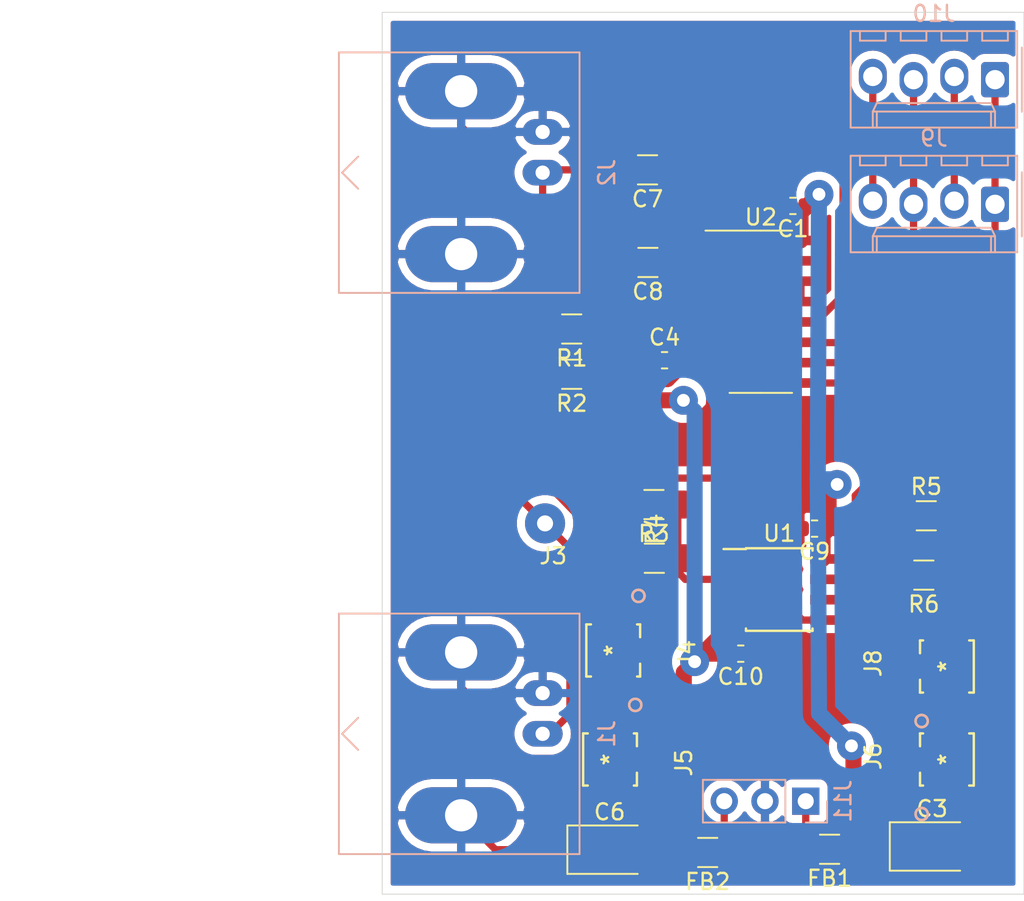
<source format=kicad_pcb>
(kicad_pcb (version 20171130) (host pcbnew "(5.1.5-0-10_14)")

  (general
    (thickness 1.6)
    (drawings 4)
    (tracks 209)
    (zones 0)
    (modules 28)
    (nets 20)
  )

  (page A4)
  (layers
    (0 F.Cu signal)
    (31 B.Cu signal)
    (32 B.Adhes user)
    (33 F.Adhes user)
    (34 B.Paste user)
    (35 F.Paste user)
    (36 B.SilkS user)
    (37 F.SilkS user)
    (38 B.Mask user)
    (39 F.Mask user)
    (40 Dwgs.User user)
    (41 Cmts.User user)
    (42 Eco1.User user)
    (43 Eco2.User user)
    (44 Edge.Cuts user)
    (45 Margin user)
    (46 B.CrtYd user)
    (47 F.CrtYd user)
    (48 B.Fab user)
    (49 F.Fab user)
  )

  (setup
    (last_trace_width 0.45)
    (trace_clearance 0.2)
    (zone_clearance 0.508)
    (zone_45_only no)
    (trace_min 0.2)
    (via_size 1.8)
    (via_drill 0.8)
    (via_min_size 0.4)
    (via_min_drill 0.3)
    (uvia_size 0.3)
    (uvia_drill 0.1)
    (uvias_allowed no)
    (uvia_min_size 0.2)
    (uvia_min_drill 0.1)
    (edge_width 0.05)
    (segment_width 0.2)
    (pcb_text_width 0.3)
    (pcb_text_size 1.5 1.5)
    (mod_edge_width 0.12)
    (mod_text_size 1 1)
    (mod_text_width 0.15)
    (pad_size 1.524 1.524)
    (pad_drill 0.762)
    (pad_to_mask_clearance 0.051)
    (solder_mask_min_width 0.25)
    (aux_axis_origin 0 0)
    (visible_elements FFFFFF7F)
    (pcbplotparams
      (layerselection 0x010fc_ffffffff)
      (usegerberextensions false)
      (usegerberattributes false)
      (usegerberadvancedattributes false)
      (creategerberjobfile false)
      (excludeedgelayer true)
      (linewidth 0.100000)
      (plotframeref false)
      (viasonmask false)
      (mode 1)
      (useauxorigin false)
      (hpglpennumber 1)
      (hpglpenspeed 20)
      (hpglpendiameter 15.000000)
      (psnegative false)
      (psa4output false)
      (plotreference true)
      (plotvalue true)
      (plotinvisibletext false)
      (padsonsilk false)
      (subtractmaskfromsilk false)
      (outputformat 3)
      (mirror false)
      (drillshape 1)
      (scaleselection 1)
      (outputdirectory ""))
  )

  (net 0 "")
  (net 1 GND)
  (net 2 +5V)
  (net 3 -5V)
  (net 4 "Net-(C7-Pad1)")
  (net 5 /genlock-input)
  (net 6 "Net-(C8-Pad1)")
  (net 7 "Net-(J4-Pad1)")
  (net 8 "Net-(J6-Pad1)")
  (net 9 /hsync)
  (net 10 /vsync)
  (net 11 /porch)
  (net 12 /oe)
  (net 13 /synctip)
  (net 14 "Net-(U1-Pad3)")
  (net 15 "Net-(FB1-Pad2)")
  (net 16 "Net-(FB2-Pad1)")
  (net 17 "Net-(R3-Pad1)")
  (net 18 "Net-(R5-Pad1)")
  (net 19 "Net-(U2-Pad15)")

  (net_class Default "This is the default net class."
    (clearance 0.2)
    (trace_width 0.45)
    (via_dia 1.8)
    (via_drill 0.8)
    (uvia_dia 0.3)
    (uvia_drill 0.1)
    (add_net /genlock-input)
    (add_net /hsync)
    (add_net /oe)
    (add_net /porch)
    (add_net /synctip)
    (add_net /vsync)
    (add_net GND)
    (add_net "Net-(C7-Pad1)")
    (add_net "Net-(C8-Pad1)")
    (add_net "Net-(FB1-Pad2)")
    (add_net "Net-(FB2-Pad1)")
    (add_net "Net-(J4-Pad1)")
    (add_net "Net-(J6-Pad1)")
    (add_net "Net-(R3-Pad1)")
    (add_net "Net-(R5-Pad1)")
    (add_net "Net-(U1-Pad3)")
    (add_net "Net-(U2-Pad15)")
  )

  (net_class pow ""
    (clearance 0.2)
    (trace_width 1)
    (via_dia 1.8)
    (via_drill 0.8)
    (uvia_dia 0.3)
    (uvia_drill 0.1)
    (add_net +5V)
    (add_net -5V)
  )

  (module synkie_footprints:R_1206_3216Metric_Pad1.42x1.75mm_HandSolder (layer F.Cu) (tedit 5B301BBD) (tstamp 60093D00)
    (at 183.7625 70.1 180)
    (descr "Resistor SMD 1206 (3216 Metric), square (rectangular) end terminal, IPC_7351 nominal with elongated pad for handsoldering. (Body size source: http://www.tortai-tech.com/upload/download/2011102023233369053.pdf), generated with kicad-footprint-generator")
    (tags "resistor handsolder")
    (path /600AC82A)
    (attr smd)
    (fp_text reference R6 (at 0 -1.82) (layer F.SilkS)
      (effects (font (size 1 1) (thickness 0.15)))
    )
    (fp_text value 200 (at 0 1.82 90) (layer F.Fab)
      (effects (font (size 1 1) (thickness 0.15)))
    )
    (fp_text user %R (at 0 0) (layer F.Fab)
      (effects (font (size 0.8 0.8) (thickness 0.12)))
    )
    (fp_line (start 2.45 1.12) (end -2.45 1.12) (layer F.CrtYd) (width 0.05))
    (fp_line (start 2.45 -1.12) (end 2.45 1.12) (layer F.CrtYd) (width 0.05))
    (fp_line (start -2.45 -1.12) (end 2.45 -1.12) (layer F.CrtYd) (width 0.05))
    (fp_line (start -2.45 1.12) (end -2.45 -1.12) (layer F.CrtYd) (width 0.05))
    (fp_line (start -0.602064 0.91) (end 0.602064 0.91) (layer F.SilkS) (width 0.12))
    (fp_line (start -0.602064 -0.91) (end 0.602064 -0.91) (layer F.SilkS) (width 0.12))
    (fp_line (start 1.6 0.8) (end -1.6 0.8) (layer F.Fab) (width 0.1))
    (fp_line (start 1.6 -0.8) (end 1.6 0.8) (layer F.Fab) (width 0.1))
    (fp_line (start -1.6 -0.8) (end 1.6 -0.8) (layer F.Fab) (width 0.1))
    (fp_line (start -1.6 0.8) (end -1.6 -0.8) (layer F.Fab) (width 0.1))
    (pad 2 smd roundrect (at 1.4875 0 180) (size 1.425 1.75) (layers F.Cu F.Paste F.Mask) (roundrect_rratio 0.175439)
      (net 18 "Net-(R5-Pad1)"))
    (pad 1 smd roundrect (at -1.4875 0 180) (size 1.425 1.75) (layers F.Cu F.Paste F.Mask) (roundrect_rratio 0.175439)
      (net 1 GND))
    (model ${KISYS3DMOD}/Resistor_SMD.3dshapes/R_1206_3216Metric.wrl
      (at (xyz 0 0 0))
      (scale (xyz 1 1 1))
      (rotate (xyz 0 0 0))
    )
  )

  (module synkie_footprints:R_1206_3216Metric_Pad1.42x1.75mm_HandSolder (layer F.Cu) (tedit 5B301BBD) (tstamp 60093CEF)
    (at 183.9125 66.4)
    (descr "Resistor SMD 1206 (3216 Metric), square (rectangular) end terminal, IPC_7351 nominal with elongated pad for handsoldering. (Body size source: http://www.tortai-tech.com/upload/download/2011102023233369053.pdf), generated with kicad-footprint-generator")
    (tags "resistor handsolder")
    (path /600AAC5F)
    (attr smd)
    (fp_text reference R5 (at 0 -1.82) (layer F.SilkS)
      (effects (font (size 1 1) (thickness 0.15)))
    )
    (fp_text value 200 (at 0 1.82) (layer F.Fab)
      (effects (font (size 1 1) (thickness 0.15)))
    )
    (fp_text user %R (at 0 0 270) (layer F.Fab)
      (effects (font (size 0.8 0.8) (thickness 0.12)))
    )
    (fp_line (start 2.45 1.12) (end -2.45 1.12) (layer F.CrtYd) (width 0.05))
    (fp_line (start 2.45 -1.12) (end 2.45 1.12) (layer F.CrtYd) (width 0.05))
    (fp_line (start -2.45 -1.12) (end 2.45 -1.12) (layer F.CrtYd) (width 0.05))
    (fp_line (start -2.45 1.12) (end -2.45 -1.12) (layer F.CrtYd) (width 0.05))
    (fp_line (start -0.602064 0.91) (end 0.602064 0.91) (layer F.SilkS) (width 0.12))
    (fp_line (start -0.602064 -0.91) (end 0.602064 -0.91) (layer F.SilkS) (width 0.12))
    (fp_line (start 1.6 0.8) (end -1.6 0.8) (layer F.Fab) (width 0.1))
    (fp_line (start 1.6 -0.8) (end 1.6 0.8) (layer F.Fab) (width 0.1))
    (fp_line (start -1.6 -0.8) (end 1.6 -0.8) (layer F.Fab) (width 0.1))
    (fp_line (start -1.6 0.8) (end -1.6 -0.8) (layer F.Fab) (width 0.1))
    (pad 2 smd roundrect (at 1.4875 0) (size 1.425 1.75) (layers F.Cu F.Paste F.Mask) (roundrect_rratio 0.175439)
      (net 8 "Net-(J6-Pad1)"))
    (pad 1 smd roundrect (at -1.4875 0) (size 1.425 1.75) (layers F.Cu F.Paste F.Mask) (roundrect_rratio 0.175439)
      (net 18 "Net-(R5-Pad1)"))
    (model ${KISYS3DMOD}/Resistor_SMD.3dshapes/R_1206_3216Metric.wrl
      (at (xyz 0 0 0))
      (scale (xyz 1 1 1))
      (rotate (xyz 0 0 0))
    )
  )

  (module synkie_footprints:R_1206_3216Metric_Pad1.42x1.75mm_HandSolder (layer F.Cu) (tedit 5B301BBD) (tstamp 60093CDE)
    (at 166.9625 69.05)
    (descr "Resistor SMD 1206 (3216 Metric), square (rectangular) end terminal, IPC_7351 nominal with elongated pad for handsoldering. (Body size source: http://www.tortai-tech.com/upload/download/2011102023233369053.pdf), generated with kicad-footprint-generator")
    (tags "resistor handsolder")
    (path /600A7CE4)
    (attr smd)
    (fp_text reference R4 (at 0 -1.82 90) (layer F.SilkS)
      (effects (font (size 1 1) (thickness 0.15)))
    )
    (fp_text value 200 (at 0 1.82) (layer F.Fab)
      (effects (font (size 1 1) (thickness 0.15)))
    )
    (fp_text user %R (at 0 0) (layer F.Fab)
      (effects (font (size 0.8 0.8) (thickness 0.12)))
    )
    (fp_line (start 2.45 1.12) (end -2.45 1.12) (layer F.CrtYd) (width 0.05))
    (fp_line (start 2.45 -1.12) (end 2.45 1.12) (layer F.CrtYd) (width 0.05))
    (fp_line (start -2.45 -1.12) (end 2.45 -1.12) (layer F.CrtYd) (width 0.05))
    (fp_line (start -2.45 1.12) (end -2.45 -1.12) (layer F.CrtYd) (width 0.05))
    (fp_line (start -0.602064 0.91) (end 0.602064 0.91) (layer F.SilkS) (width 0.12))
    (fp_line (start -0.602064 -0.91) (end 0.602064 -0.91) (layer F.SilkS) (width 0.12))
    (fp_line (start 1.6 0.8) (end -1.6 0.8) (layer F.Fab) (width 0.1))
    (fp_line (start 1.6 -0.8) (end 1.6 0.8) (layer F.Fab) (width 0.1))
    (fp_line (start -1.6 -0.8) (end 1.6 -0.8) (layer F.Fab) (width 0.1))
    (fp_line (start -1.6 0.8) (end -1.6 -0.8) (layer F.Fab) (width 0.1))
    (pad 2 smd roundrect (at 1.4875 0) (size 1.425 1.75) (layers F.Cu F.Paste F.Mask) (roundrect_rratio 0.175439)
      (net 17 "Net-(R3-Pad1)"))
    (pad 1 smd roundrect (at -1.4875 0) (size 1.425 1.75) (layers F.Cu F.Paste F.Mask) (roundrect_rratio 0.175439)
      (net 1 GND))
    (model ${KISYS3DMOD}/Resistor_SMD.3dshapes/R_1206_3216Metric.wrl
      (at (xyz 0 0 0))
      (scale (xyz 1 1 1))
      (rotate (xyz 0 0 0))
    )
  )

  (module synkie_footprints:R_1206_3216Metric_Pad1.42x1.75mm_HandSolder (layer F.Cu) (tedit 5B301BBD) (tstamp 60093CCD)
    (at 166.9375 65.7 180)
    (descr "Resistor SMD 1206 (3216 Metric), square (rectangular) end terminal, IPC_7351 nominal with elongated pad for handsoldering. (Body size source: http://www.tortai-tech.com/upload/download/2011102023233369053.pdf), generated with kicad-footprint-generator")
    (tags "resistor handsolder")
    (path /600A8BF4)
    (attr smd)
    (fp_text reference R3 (at 0 -1.82) (layer F.SilkS)
      (effects (font (size 1 1) (thickness 0.15)))
    )
    (fp_text value 200 (at 0 1.82) (layer F.Fab)
      (effects (font (size 1 1) (thickness 0.15)))
    )
    (fp_text user %R (at 0 0) (layer F.Fab)
      (effects (font (size 0.8 0.8) (thickness 0.12)))
    )
    (fp_line (start 2.45 1.12) (end -2.45 1.12) (layer F.CrtYd) (width 0.05))
    (fp_line (start 2.45 -1.12) (end 2.45 1.12) (layer F.CrtYd) (width 0.05))
    (fp_line (start -2.45 -1.12) (end 2.45 -1.12) (layer F.CrtYd) (width 0.05))
    (fp_line (start -2.45 1.12) (end -2.45 -1.12) (layer F.CrtYd) (width 0.05))
    (fp_line (start -0.602064 0.91) (end 0.602064 0.91) (layer F.SilkS) (width 0.12))
    (fp_line (start -0.602064 -0.91) (end 0.602064 -0.91) (layer F.SilkS) (width 0.12))
    (fp_line (start 1.6 0.8) (end -1.6 0.8) (layer F.Fab) (width 0.1))
    (fp_line (start 1.6 -0.8) (end 1.6 0.8) (layer F.Fab) (width 0.1))
    (fp_line (start -1.6 -0.8) (end 1.6 -0.8) (layer F.Fab) (width 0.1))
    (fp_line (start -1.6 0.8) (end -1.6 -0.8) (layer F.Fab) (width 0.1))
    (pad 2 smd roundrect (at 1.4875 0 180) (size 1.425 1.75) (layers F.Cu F.Paste F.Mask) (roundrect_rratio 0.175439)
      (net 7 "Net-(J4-Pad1)"))
    (pad 1 smd roundrect (at -1.4875 0 180) (size 1.425 1.75) (layers F.Cu F.Paste F.Mask) (roundrect_rratio 0.175439)
      (net 17 "Net-(R3-Pad1)"))
    (model ${KISYS3DMOD}/Resistor_SMD.3dshapes/R_1206_3216Metric.wrl
      (at (xyz 0 0 0))
      (scale (xyz 1 1 1))
      (rotate (xyz 0 0 0))
    )
  )

  (module synkie_footprints:R_1206_3216Metric_Pad1.42x1.75mm_HandSolder (layer F.Cu) (tedit 5B301BBD) (tstamp 6008933C)
    (at 161.8125 57.575 180)
    (descr "Resistor SMD 1206 (3216 Metric), square (rectangular) end terminal, IPC_7351 nominal with elongated pad for handsoldering. (Body size source: http://www.tortai-tech.com/upload/download/2011102023233369053.pdf), generated with kicad-footprint-generator")
    (tags "resistor handsolder")
    (path /600BB905)
    (attr smd)
    (fp_text reference R2 (at 0 -1.82) (layer F.SilkS)
      (effects (font (size 1 1) (thickness 0.15)))
    )
    (fp_text value 4k7 (at 0 1.82) (layer F.Fab)
      (effects (font (size 1 1) (thickness 0.15)))
    )
    (fp_text user %R (at 0 0) (layer F.Fab)
      (effects (font (size 0.8 0.8) (thickness 0.12)))
    )
    (fp_line (start 2.45 1.12) (end -2.45 1.12) (layer F.CrtYd) (width 0.05))
    (fp_line (start 2.45 -1.12) (end 2.45 1.12) (layer F.CrtYd) (width 0.05))
    (fp_line (start -2.45 -1.12) (end 2.45 -1.12) (layer F.CrtYd) (width 0.05))
    (fp_line (start -2.45 1.12) (end -2.45 -1.12) (layer F.CrtYd) (width 0.05))
    (fp_line (start -0.602064 0.91) (end 0.602064 0.91) (layer F.SilkS) (width 0.12))
    (fp_line (start -0.602064 -0.91) (end 0.602064 -0.91) (layer F.SilkS) (width 0.12))
    (fp_line (start 1.6 0.8) (end -1.6 0.8) (layer F.Fab) (width 0.1))
    (fp_line (start 1.6 -0.8) (end 1.6 0.8) (layer F.Fab) (width 0.1))
    (fp_line (start -1.6 -0.8) (end 1.6 -0.8) (layer F.Fab) (width 0.1))
    (fp_line (start -1.6 0.8) (end -1.6 -0.8) (layer F.Fab) (width 0.1))
    (pad 2 smd roundrect (at 1.4875 0 180) (size 1.425 1.75) (layers F.Cu F.Paste F.Mask) (roundrect_rratio 0.175439)
      (net 13 /synctip))
    (pad 1 smd roundrect (at -1.4875 0 180) (size 1.425 1.75) (layers F.Cu F.Paste F.Mask) (roundrect_rratio 0.175439)
      (net 3 -5V))
    (model ${KISYS3DMOD}/Resistor_SMD.3dshapes/R_1206_3216Metric.wrl
      (at (xyz 0 0 0))
      (scale (xyz 1 1 1))
      (rotate (xyz 0 0 0))
    )
  )

  (module synkie_footprints:R_1206_3216Metric_Pad1.42x1.75mm_HandSolder (layer F.Cu) (tedit 5B301BBD) (tstamp 6008932B)
    (at 161.8125 54.75 180)
    (descr "Resistor SMD 1206 (3216 Metric), square (rectangular) end terminal, IPC_7351 nominal with elongated pad for handsoldering. (Body size source: http://www.tortai-tech.com/upload/download/2011102023233369053.pdf), generated with kicad-footprint-generator")
    (tags "resistor handsolder")
    (path /600BC124)
    (attr smd)
    (fp_text reference R1 (at 0 -1.82) (layer F.SilkS)
      (effects (font (size 1 1) (thickness 0.15)))
    )
    (fp_text value 150 (at 0 1.82) (layer F.Fab)
      (effects (font (size 1 1) (thickness 0.15)))
    )
    (fp_text user %R (at 0 0) (layer F.Fab)
      (effects (font (size 0.8 0.8) (thickness 0.12)))
    )
    (fp_line (start 2.45 1.12) (end -2.45 1.12) (layer F.CrtYd) (width 0.05))
    (fp_line (start 2.45 -1.12) (end 2.45 1.12) (layer F.CrtYd) (width 0.05))
    (fp_line (start -2.45 -1.12) (end 2.45 -1.12) (layer F.CrtYd) (width 0.05))
    (fp_line (start -2.45 1.12) (end -2.45 -1.12) (layer F.CrtYd) (width 0.05))
    (fp_line (start -0.602064 0.91) (end 0.602064 0.91) (layer F.SilkS) (width 0.12))
    (fp_line (start -0.602064 -0.91) (end 0.602064 -0.91) (layer F.SilkS) (width 0.12))
    (fp_line (start 1.6 0.8) (end -1.6 0.8) (layer F.Fab) (width 0.1))
    (fp_line (start 1.6 -0.8) (end 1.6 0.8) (layer F.Fab) (width 0.1))
    (fp_line (start -1.6 -0.8) (end 1.6 -0.8) (layer F.Fab) (width 0.1))
    (fp_line (start -1.6 0.8) (end -1.6 -0.8) (layer F.Fab) (width 0.1))
    (pad 2 smd roundrect (at 1.4875 0 180) (size 1.425 1.75) (layers F.Cu F.Paste F.Mask) (roundrect_rratio 0.175439)
      (net 1 GND))
    (pad 1 smd roundrect (at -1.4875 0 180) (size 1.425 1.75) (layers F.Cu F.Paste F.Mask) (roundrect_rratio 0.175439)
      (net 13 /synctip))
    (model ${KISYS3DMOD}/Resistor_SMD.3dshapes/R_1206_3216Metric.wrl
      (at (xyz 0 0 0))
      (scale (xyz 1 1 1))
      (rotate (xyz 0 0 0))
    )
  )

  (module synkie_footprints:C_1206_3216Metric_Pad1.42x1.75mm_HandSolder (layer F.Cu) (tedit 5B301BBE) (tstamp 600939D4)
    (at 166.5625 50.6 180)
    (descr "Capacitor SMD 1206 (3216 Metric), square (rectangular) end terminal, IPC_7351 nominal with elongated pad for handsoldering. (Body size source: http://www.tortai-tech.com/upload/download/2011102023233369053.pdf), generated with kicad-footprint-generator")
    (tags "capacitor handsolder")
    (path /600A40AA)
    (attr smd)
    (fp_text reference C8 (at 0 -1.82) (layer F.SilkS)
      (effects (font (size 1 1) (thickness 0.15)))
    )
    (fp_text value 1u (at 0 1.82) (layer F.Fab)
      (effects (font (size 1 1) (thickness 0.15)))
    )
    (fp_text user %R (at 0 0) (layer F.Fab)
      (effects (font (size 0.8 0.8) (thickness 0.12)))
    )
    (fp_line (start 2.45 1.12) (end -2.45 1.12) (layer F.CrtYd) (width 0.05))
    (fp_line (start 2.45 -1.12) (end 2.45 1.12) (layer F.CrtYd) (width 0.05))
    (fp_line (start -2.45 -1.12) (end 2.45 -1.12) (layer F.CrtYd) (width 0.05))
    (fp_line (start -2.45 1.12) (end -2.45 -1.12) (layer F.CrtYd) (width 0.05))
    (fp_line (start -0.602064 0.91) (end 0.602064 0.91) (layer F.SilkS) (width 0.12))
    (fp_line (start -0.602064 -0.91) (end 0.602064 -0.91) (layer F.SilkS) (width 0.12))
    (fp_line (start 1.6 0.8) (end -1.6 0.8) (layer F.Fab) (width 0.1))
    (fp_line (start 1.6 -0.8) (end 1.6 0.8) (layer F.Fab) (width 0.1))
    (fp_line (start -1.6 -0.8) (end 1.6 -0.8) (layer F.Fab) (width 0.1))
    (fp_line (start -1.6 0.8) (end -1.6 -0.8) (layer F.Fab) (width 0.1))
    (pad 2 smd roundrect (at 1.4875 0 180) (size 1.425 1.75) (layers F.Cu F.Paste F.Mask) (roundrect_rratio 0.175439)
      (net 4 "Net-(C7-Pad1)"))
    (pad 1 smd roundrect (at -1.4875 0 180) (size 1.425 1.75) (layers F.Cu F.Paste F.Mask) (roundrect_rratio 0.175439)
      (net 6 "Net-(C8-Pad1)"))
    (model ${KISYS3DMOD}/Capacitor_SMD.3dshapes/C_1206_3216Metric.wrl
      (at (xyz 0 0 0))
      (scale (xyz 1 1 1))
      (rotate (xyz 0 0 0))
    )
  )

  (module synkie_footprints:C_1206_3216Metric_Pad1.42x1.75mm_HandSolder (layer F.Cu) (tedit 5B301BBE) (tstamp 600939C3)
    (at 166.5375 44.825 180)
    (descr "Capacitor SMD 1206 (3216 Metric), square (rectangular) end terminal, IPC_7351 nominal with elongated pad for handsoldering. (Body size source: http://www.tortai-tech.com/upload/download/2011102023233369053.pdf), generated with kicad-footprint-generator")
    (tags "capacitor handsolder")
    (path /600A1222)
    (attr smd)
    (fp_text reference C7 (at 0 -1.82) (layer F.SilkS)
      (effects (font (size 1 1) (thickness 0.15)))
    )
    (fp_text value 1u (at 0 1.82) (layer F.Fab)
      (effects (font (size 1 1) (thickness 0.15)))
    )
    (fp_text user %R (at 0 0) (layer F.Fab)
      (effects (font (size 0.8 0.8) (thickness 0.12)))
    )
    (fp_line (start 2.45 1.12) (end -2.45 1.12) (layer F.CrtYd) (width 0.05))
    (fp_line (start 2.45 -1.12) (end 2.45 1.12) (layer F.CrtYd) (width 0.05))
    (fp_line (start -2.45 -1.12) (end 2.45 -1.12) (layer F.CrtYd) (width 0.05))
    (fp_line (start -2.45 1.12) (end -2.45 -1.12) (layer F.CrtYd) (width 0.05))
    (fp_line (start -0.602064 0.91) (end 0.602064 0.91) (layer F.SilkS) (width 0.12))
    (fp_line (start -0.602064 -0.91) (end 0.602064 -0.91) (layer F.SilkS) (width 0.12))
    (fp_line (start 1.6 0.8) (end -1.6 0.8) (layer F.Fab) (width 0.1))
    (fp_line (start 1.6 -0.8) (end 1.6 0.8) (layer F.Fab) (width 0.1))
    (fp_line (start -1.6 -0.8) (end 1.6 -0.8) (layer F.Fab) (width 0.1))
    (fp_line (start -1.6 0.8) (end -1.6 -0.8) (layer F.Fab) (width 0.1))
    (pad 2 smd roundrect (at 1.4875 0 180) (size 1.425 1.75) (layers F.Cu F.Paste F.Mask) (roundrect_rratio 0.175439)
      (net 5 /genlock-input))
    (pad 1 smd roundrect (at -1.4875 0 180) (size 1.425 1.75) (layers F.Cu F.Paste F.Mask) (roundrect_rratio 0.175439)
      (net 4 "Net-(C7-Pad1)"))
    (model ${KISYS3DMOD}/Capacitor_SMD.3dshapes/C_1206_3216Metric.wrl
      (at (xyz 0 0 0))
      (scale (xyz 1 1 1))
      (rotate (xyz 0 0 0))
    )
  )

  (module synkie_footprints:PinHeader_1x03_P2.54mm_Vertical (layer B.Cu) (tedit 59FED5CC) (tstamp 6008C0FC)
    (at 176.4 84.2 90)
    (descr "Through hole straight pin header, 1x03, 2.54mm pitch, single row")
    (tags "Through hole pin header THT 1x03 2.54mm single row")
    (path /600F71A2)
    (fp_text reference J11 (at 0 2.33 90) (layer B.SilkS)
      (effects (font (size 1 1) (thickness 0.15)) (justify mirror))
    )
    (fp_text value Conn_01x03 (at 0 -7.41 90) (layer B.Fab)
      (effects (font (size 1 1) (thickness 0.15)) (justify mirror))
    )
    (fp_text user %R (at 0 -2.54 180) (layer B.Fab)
      (effects (font (size 1 1) (thickness 0.15)) (justify mirror))
    )
    (fp_line (start 1.8 1.8) (end -1.8 1.8) (layer B.CrtYd) (width 0.05))
    (fp_line (start 1.8 -6.85) (end 1.8 1.8) (layer B.CrtYd) (width 0.05))
    (fp_line (start -1.8 -6.85) (end 1.8 -6.85) (layer B.CrtYd) (width 0.05))
    (fp_line (start -1.8 1.8) (end -1.8 -6.85) (layer B.CrtYd) (width 0.05))
    (fp_line (start -1.33 1.33) (end 0 1.33) (layer B.SilkS) (width 0.12))
    (fp_line (start -1.33 0) (end -1.33 1.33) (layer B.SilkS) (width 0.12))
    (fp_line (start -1.33 -1.27) (end 1.33 -1.27) (layer B.SilkS) (width 0.12))
    (fp_line (start 1.33 -1.27) (end 1.33 -6.41) (layer B.SilkS) (width 0.12))
    (fp_line (start -1.33 -1.27) (end -1.33 -6.41) (layer B.SilkS) (width 0.12))
    (fp_line (start -1.33 -6.41) (end 1.33 -6.41) (layer B.SilkS) (width 0.12))
    (fp_line (start -1.27 0.635) (end -0.635 1.27) (layer B.Fab) (width 0.1))
    (fp_line (start -1.27 -6.35) (end -1.27 0.635) (layer B.Fab) (width 0.1))
    (fp_line (start 1.27 -6.35) (end -1.27 -6.35) (layer B.Fab) (width 0.1))
    (fp_line (start 1.27 1.27) (end 1.27 -6.35) (layer B.Fab) (width 0.1))
    (fp_line (start -0.635 1.27) (end 1.27 1.27) (layer B.Fab) (width 0.1))
    (pad 3 thru_hole oval (at 0 -5.08 90) (size 1.7 1.7) (drill 1) (layers *.Cu *.Mask)
      (net 16 "Net-(FB2-Pad1)"))
    (pad 2 thru_hole oval (at 0 -2.54 90) (size 1.7 1.7) (drill 1) (layers *.Cu *.Mask)
      (net 1 GND))
    (pad 1 thru_hole rect (at 0 0 90) (size 1.7 1.7) (drill 1) (layers *.Cu *.Mask)
      (net 15 "Net-(FB1-Pad2)"))
    (model ${KISYS3DMOD}/Connector_PinHeader_2.54mm.3dshapes/PinHeader_1x03_P2.54mm_Vertical.wrl
      (at (xyz 0 0 0))
      (scale (xyz 1 1 1))
      (rotate (xyz 0 0 0))
    )
  )

  (module synkie_footprints:L_1206_3216Metric_Pad1.42x1.75mm_HandSolder (layer F.Cu) (tedit 5B301BBE) (tstamp 6008BB36)
    (at 170.2875 87.4 180)
    (descr "Capacitor SMD 1206 (3216 Metric), square (rectangular) end terminal, IPC_7351 nominal with elongated pad for handsoldering. (Body size source: http://www.tortai-tech.com/upload/download/2011102023233369053.pdf), generated with kicad-footprint-generator")
    (tags "inductor handsolder")
    (path /600F8F29)
    (attr smd)
    (fp_text reference FB2 (at 0 -1.82) (layer F.SilkS)
      (effects (font (size 1 1) (thickness 0.15)))
    )
    (fp_text value Ferrite_Bead (at 0 1.82) (layer F.Fab)
      (effects (font (size 1 1) (thickness 0.15)))
    )
    (fp_text user %R (at 0 0) (layer F.Fab)
      (effects (font (size 0.8 0.8) (thickness 0.12)))
    )
    (fp_line (start 2.45 1.12) (end -2.45 1.12) (layer F.CrtYd) (width 0.05))
    (fp_line (start 2.45 -1.12) (end 2.45 1.12) (layer F.CrtYd) (width 0.05))
    (fp_line (start -2.45 -1.12) (end 2.45 -1.12) (layer F.CrtYd) (width 0.05))
    (fp_line (start -2.45 1.12) (end -2.45 -1.12) (layer F.CrtYd) (width 0.05))
    (fp_line (start -0.602064 0.91) (end 0.602064 0.91) (layer F.SilkS) (width 0.12))
    (fp_line (start -0.602064 -0.91) (end 0.602064 -0.91) (layer F.SilkS) (width 0.12))
    (fp_line (start 1.6 0.8) (end -1.6 0.8) (layer F.Fab) (width 0.1))
    (fp_line (start 1.6 -0.8) (end 1.6 0.8) (layer F.Fab) (width 0.1))
    (fp_line (start -1.6 -0.8) (end 1.6 -0.8) (layer F.Fab) (width 0.1))
    (fp_line (start -1.6 0.8) (end -1.6 -0.8) (layer F.Fab) (width 0.1))
    (pad 2 smd roundrect (at 1.4875 0 180) (size 1.425 1.75) (layers F.Cu F.Paste F.Mask) (roundrect_rratio 0.175439)
      (net 3 -5V))
    (pad 1 smd roundrect (at -1.4875 0 180) (size 1.425 1.75) (layers F.Cu F.Paste F.Mask) (roundrect_rratio 0.175439)
      (net 16 "Net-(FB2-Pad1)"))
    (model ${KISYS3DMOD}/Inductor_SMD.3dshapes/L_1206_3216Metric.wrl
      (at (xyz 0 0 0))
      (scale (xyz 1 1 1))
      (rotate (xyz 0 0 0))
    )
  )

  (module synkie_footprints:L_1206_3216Metric_Pad1.42x1.75mm_HandSolder (layer F.Cu) (tedit 5B301BBE) (tstamp 6008BB25)
    (at 177.8875 87.2 180)
    (descr "Capacitor SMD 1206 (3216 Metric), square (rectangular) end terminal, IPC_7351 nominal with elongated pad for handsoldering. (Body size source: http://www.tortai-tech.com/upload/download/2011102023233369053.pdf), generated with kicad-footprint-generator")
    (tags "inductor handsolder")
    (path /600F7D46)
    (attr smd)
    (fp_text reference FB1 (at 0 -1.82) (layer F.SilkS)
      (effects (font (size 1 1) (thickness 0.15)))
    )
    (fp_text value Ferrite_Bead (at 0 1.82) (layer F.Fab)
      (effects (font (size 1 1) (thickness 0.15)))
    )
    (fp_text user %R (at 0 0) (layer F.Fab)
      (effects (font (size 0.8 0.8) (thickness 0.12)))
    )
    (fp_line (start 2.45 1.12) (end -2.45 1.12) (layer F.CrtYd) (width 0.05))
    (fp_line (start 2.45 -1.12) (end 2.45 1.12) (layer F.CrtYd) (width 0.05))
    (fp_line (start -2.45 -1.12) (end 2.45 -1.12) (layer F.CrtYd) (width 0.05))
    (fp_line (start -2.45 1.12) (end -2.45 -1.12) (layer F.CrtYd) (width 0.05))
    (fp_line (start -0.602064 0.91) (end 0.602064 0.91) (layer F.SilkS) (width 0.12))
    (fp_line (start -0.602064 -0.91) (end 0.602064 -0.91) (layer F.SilkS) (width 0.12))
    (fp_line (start 1.6 0.8) (end -1.6 0.8) (layer F.Fab) (width 0.1))
    (fp_line (start 1.6 -0.8) (end 1.6 0.8) (layer F.Fab) (width 0.1))
    (fp_line (start -1.6 -0.8) (end 1.6 -0.8) (layer F.Fab) (width 0.1))
    (fp_line (start -1.6 0.8) (end -1.6 -0.8) (layer F.Fab) (width 0.1))
    (pad 2 smd roundrect (at 1.4875 0 180) (size 1.425 1.75) (layers F.Cu F.Paste F.Mask) (roundrect_rratio 0.175439)
      (net 15 "Net-(FB1-Pad2)"))
    (pad 1 smd roundrect (at -1.4875 0 180) (size 1.425 1.75) (layers F.Cu F.Paste F.Mask) (roundrect_rratio 0.175439)
      (net 2 +5V))
    (model ${KISYS3DMOD}/Inductor_SMD.3dshapes/L_1206_3216Metric.wrl
      (at (xyz 0 0 0))
      (scale (xyz 1 1 1))
      (rotate (xyz 0 0 0))
    )
  )

  (module synkie_footprints:SOIC-16_3.9x9.9mm_P1.27mm (layer F.Cu) (tedit 5D9F72B1) (tstamp 6008AFB4)
    (at 173.6 53.675)
    (descr "SOIC, 16 Pin (JEDEC MS-012AC, https://www.analog.com/media/en/package-pcb-resources/package/pkg_pdf/soic_narrow-r/r_16.pdf), generated with kicad-footprint-generator ipc_gullwing_generator.py")
    (tags "SOIC SO")
    (path /600AFD26)
    (attr smd)
    (fp_text reference U2 (at 0 -5.9) (layer F.SilkS)
      (effects (font (size 1 1) (thickness 0.15)))
    )
    (fp_text value 4053 (at 0 5.9) (layer F.Fab)
      (effects (font (size 1 1) (thickness 0.15)))
    )
    (fp_line (start 0 5.06) (end 1.95 5.06) (layer F.SilkS) (width 0.12))
    (fp_line (start 0 5.06) (end -1.95 5.06) (layer F.SilkS) (width 0.12))
    (fp_line (start 0 -5.06) (end 1.95 -5.06) (layer F.SilkS) (width 0.12))
    (fp_line (start 0 -5.06) (end -3.45 -5.06) (layer F.SilkS) (width 0.12))
    (fp_line (start -0.975 -4.95) (end 1.95 -4.95) (layer F.Fab) (width 0.1))
    (fp_line (start 1.95 -4.95) (end 1.95 4.95) (layer F.Fab) (width 0.1))
    (fp_line (start 1.95 4.95) (end -1.95 4.95) (layer F.Fab) (width 0.1))
    (fp_line (start -1.95 4.95) (end -1.95 -3.975) (layer F.Fab) (width 0.1))
    (fp_line (start -1.95 -3.975) (end -0.975 -4.95) (layer F.Fab) (width 0.1))
    (fp_line (start -3.7 -5.2) (end -3.7 5.2) (layer F.CrtYd) (width 0.05))
    (fp_line (start -3.7 5.2) (end 3.7 5.2) (layer F.CrtYd) (width 0.05))
    (fp_line (start 3.7 5.2) (end 3.7 -5.2) (layer F.CrtYd) (width 0.05))
    (fp_line (start 3.7 -5.2) (end -3.7 -5.2) (layer F.CrtYd) (width 0.05))
    (fp_text user %R (at 0 0) (layer F.Fab)
      (effects (font (size 0.98 0.98) (thickness 0.15)))
    )
    (pad 1 smd roundrect (at -2.475 -4.445) (size 1.95 0.6) (layers F.Cu F.Paste F.Mask) (roundrect_rratio 0.25)
      (net 1 GND))
    (pad 2 smd roundrect (at -2.475 -3.175) (size 1.95 0.6) (layers F.Cu F.Paste F.Mask) (roundrect_rratio 0.25)
      (net 6 "Net-(C8-Pad1)"))
    (pad 3 smd roundrect (at -2.475 -1.905) (size 1.95 0.6) (layers F.Cu F.Paste F.Mask) (roundrect_rratio 0.25)
      (net 19 "Net-(U2-Pad15)"))
    (pad 4 smd roundrect (at -2.475 -0.635) (size 1.95 0.6) (layers F.Cu F.Paste F.Mask) (roundrect_rratio 0.25)
      (net 14 "Net-(U1-Pad3)"))
    (pad 5 smd roundrect (at -2.475 0.635) (size 1.95 0.6) (layers F.Cu F.Paste F.Mask) (roundrect_rratio 0.25)
      (net 13 /synctip))
    (pad 6 smd roundrect (at -2.475 1.905) (size 1.95 0.6) (layers F.Cu F.Paste F.Mask) (roundrect_rratio 0.25)
      (net 1 GND))
    (pad 7 smd roundrect (at -2.475 3.175) (size 1.95 0.6) (layers F.Cu F.Paste F.Mask) (roundrect_rratio 0.25)
      (net 3 -5V))
    (pad 8 smd roundrect (at -2.475 4.445) (size 1.95 0.6) (layers F.Cu F.Paste F.Mask) (roundrect_rratio 0.25)
      (net 1 GND))
    (pad 9 smd roundrect (at 2.475 4.445) (size 1.95 0.6) (layers F.Cu F.Paste F.Mask) (roundrect_rratio 0.25)
      (net 9 /hsync))
    (pad 10 smd roundrect (at 2.475 3.175) (size 1.95 0.6) (layers F.Cu F.Paste F.Mask) (roundrect_rratio 0.25)
      (net 11 /porch))
    (pad 11 smd roundrect (at 2.475 1.905) (size 1.95 0.6) (layers F.Cu F.Paste F.Mask) (roundrect_rratio 0.25)
      (net 11 /porch))
    (pad 12 smd roundrect (at 2.475 0.635) (size 1.95 0.6) (layers F.Cu F.Paste F.Mask) (roundrect_rratio 0.25)
      (net 4 "Net-(C7-Pad1)"))
    (pad 13 smd roundrect (at 2.475 -0.635) (size 1.95 0.6) (layers F.Cu F.Paste F.Mask) (roundrect_rratio 0.25)
      (net 1 GND))
    (pad 14 smd roundrect (at 2.475 -1.905) (size 1.95 0.6) (layers F.Cu F.Paste F.Mask) (roundrect_rratio 0.25)
      (net 1 GND))
    (pad 15 smd roundrect (at 2.475 -3.175) (size 1.95 0.6) (layers F.Cu F.Paste F.Mask) (roundrect_rratio 0.25)
      (net 19 "Net-(U2-Pad15)"))
    (pad 16 smd roundrect (at 2.475 -4.445) (size 1.95 0.6) (layers F.Cu F.Paste F.Mask) (roundrect_rratio 0.25)
      (net 2 +5V))
    (model ${KISYS3DMOD}/Package_SO.3dshapes/SOIC-16_3.9x9.9mm_P1.27mm.wrl
      (at (xyz 0 0 0))
      (scale (xyz 1 1 1))
      (rotate (xyz 0 0 0))
    )
  )

  (module synkie_footprints:SOIC-8_3.9x4.9mm_P1.27mm (layer F.Cu) (tedit 5A02F2D3) (tstamp 600893BF)
    (at 174.75 71)
    (descr "8-Lead Plastic Small Outline (SN) - Narrow, 3.90 mm Body [SOIC] (see Microchip Packaging Specification 00000049BS.pdf)")
    (tags "SOIC 1.27")
    (path /600BF3E0)
    (attr smd)
    (fp_text reference U1 (at 0 -3.5) (layer F.SilkS)
      (effects (font (size 1 1) (thickness 0.15)))
    )
    (fp_text value MAX4392 (at 0 3.5) (layer F.Fab)
      (effects (font (size 1 1) (thickness 0.15)))
    )
    (fp_line (start -2.075 -2.525) (end -3.475 -2.525) (layer F.SilkS) (width 0.15))
    (fp_line (start -2.075 2.575) (end 2.075 2.575) (layer F.SilkS) (width 0.15))
    (fp_line (start -2.075 -2.575) (end 2.075 -2.575) (layer F.SilkS) (width 0.15))
    (fp_line (start -2.075 2.575) (end -2.075 2.43) (layer F.SilkS) (width 0.15))
    (fp_line (start 2.075 2.575) (end 2.075 2.43) (layer F.SilkS) (width 0.15))
    (fp_line (start 2.075 -2.575) (end 2.075 -2.43) (layer F.SilkS) (width 0.15))
    (fp_line (start -2.075 -2.575) (end -2.075 -2.525) (layer F.SilkS) (width 0.15))
    (fp_line (start -3.73 2.7) (end 3.73 2.7) (layer F.CrtYd) (width 0.05))
    (fp_line (start -3.73 -2.7) (end 3.73 -2.7) (layer F.CrtYd) (width 0.05))
    (fp_line (start 3.73 -2.7) (end 3.73 2.7) (layer F.CrtYd) (width 0.05))
    (fp_line (start -3.73 -2.7) (end -3.73 2.7) (layer F.CrtYd) (width 0.05))
    (fp_line (start -1.95 -1.45) (end -0.95 -2.45) (layer F.Fab) (width 0.1))
    (fp_line (start -1.95 2.45) (end -1.95 -1.45) (layer F.Fab) (width 0.1))
    (fp_line (start 1.95 2.45) (end -1.95 2.45) (layer F.Fab) (width 0.1))
    (fp_line (start 1.95 -2.45) (end 1.95 2.45) (layer F.Fab) (width 0.1))
    (fp_line (start -0.95 -2.45) (end 1.95 -2.45) (layer F.Fab) (width 0.1))
    (fp_text user %R (at 0 0) (layer F.Fab)
      (effects (font (size 1 1) (thickness 0.15)))
    )
    (pad 8 smd rect (at 2.7 -1.905) (size 1.55 0.6) (layers F.Cu F.Paste F.Mask)
      (net 2 +5V))
    (pad 7 smd rect (at 2.7 -0.635) (size 1.55 0.6) (layers F.Cu F.Paste F.Mask)
      (net 8 "Net-(J6-Pad1)"))
    (pad 6 smd rect (at 2.7 0.635) (size 1.55 0.6) (layers F.Cu F.Paste F.Mask)
      (net 18 "Net-(R5-Pad1)"))
    (pad 5 smd rect (at 2.7 1.905) (size 1.55 0.6) (layers F.Cu F.Paste F.Mask)
      (net 14 "Net-(U1-Pad3)"))
    (pad 4 smd rect (at -2.7 1.905) (size 1.55 0.6) (layers F.Cu F.Paste F.Mask)
      (net 3 -5V))
    (pad 3 smd rect (at -2.7 0.635) (size 1.55 0.6) (layers F.Cu F.Paste F.Mask)
      (net 14 "Net-(U1-Pad3)"))
    (pad 2 smd rect (at -2.7 -0.635) (size 1.55 0.6) (layers F.Cu F.Paste F.Mask)
      (net 17 "Net-(R3-Pad1)"))
    (pad 1 smd rect (at -2.7 -1.905) (size 1.55 0.6) (layers F.Cu F.Paste F.Mask)
      (net 7 "Net-(J4-Pad1)"))
    (model ${KISYS3DMOD}/Package_SO.3dshapes/SOIC-8_3.9x4.9mm_P1.27mm.wrl
      (at (xyz 0 0 0))
      (scale (xyz 1 1 1))
      (rotate (xyz 0 0 0))
    )
  )

  (module synkie_footprints:Molex_KK-254_AE-6410-04A_1x04_P2.54mm_Vertical (layer B.Cu) (tedit 5E9C417F) (tstamp 60089305)
    (at 188.2 39.2 180)
    (descr "Molex KK-254 Interconnect System, old/engineering part number: AE-6410-04A example for new part number: 22-27-2041, 4 Pins (http://www.molex.com/pdm_docs/sd/022272021_sd.pdf), generated with kicad-footprint-generator")
    (tags "connector Molex KK-254 side entry")
    (path /600B71B2)
    (fp_text reference J10 (at 3.81 4.12) (layer B.SilkS)
      (effects (font (size 1 1) (thickness 0.15)) (justify mirror))
    )
    (fp_text value Conn_01x04 (at 3.81 -4.08) (layer B.Fab)
      (effects (font (size 1 1) (thickness 0.15)) (justify mirror))
    )
    (fp_line (start -1.27 2.92) (end -1.27 -2.88) (layer B.Fab) (width 0.1))
    (fp_line (start -1.27 -2.88) (end 8.89 -2.88) (layer B.Fab) (width 0.1))
    (fp_line (start 8.89 -2.88) (end 8.89 2.92) (layer B.Fab) (width 0.1))
    (fp_line (start 8.89 2.92) (end -1.27 2.92) (layer B.Fab) (width 0.1))
    (fp_line (start -1.38 3.03) (end -1.38 -2.99) (layer B.SilkS) (width 0.12))
    (fp_line (start -1.38 -2.99) (end 9 -2.99) (layer B.SilkS) (width 0.12))
    (fp_line (start 9 -2.99) (end 9 3.03) (layer B.SilkS) (width 0.12))
    (fp_line (start 9 3.03) (end -1.38 3.03) (layer B.SilkS) (width 0.12))
    (fp_line (start -1.67 2) (end -1.67 -2) (layer B.SilkS) (width 0.12))
    (fp_line (start -1.27 0.5) (end -0.562893 0) (layer B.Fab) (width 0.1))
    (fp_line (start -0.562893 0) (end -1.27 -0.5) (layer B.Fab) (width 0.1))
    (fp_line (start 0 -2.99) (end 0 -1.99) (layer B.SilkS) (width 0.12))
    (fp_line (start 0 -1.99) (end 7.62 -1.99) (layer B.SilkS) (width 0.12))
    (fp_line (start 7.62 -1.99) (end 7.62 -2.99) (layer B.SilkS) (width 0.12))
    (fp_line (start 0 -1.99) (end 0.25 -1.46) (layer B.SilkS) (width 0.12))
    (fp_line (start 0.25 -1.46) (end 7.37 -1.46) (layer B.SilkS) (width 0.12))
    (fp_line (start 7.37 -1.46) (end 7.62 -1.99) (layer B.SilkS) (width 0.12))
    (fp_line (start 0.25 -2.99) (end 0.25 -1.99) (layer B.SilkS) (width 0.12))
    (fp_line (start 7.37 -2.99) (end 7.37 -1.99) (layer B.SilkS) (width 0.12))
    (fp_line (start -0.8 3.03) (end -0.8 2.43) (layer B.SilkS) (width 0.12))
    (fp_line (start -0.8 2.43) (end 0.8 2.43) (layer B.SilkS) (width 0.12))
    (fp_line (start 0.8 2.43) (end 0.8 3.03) (layer B.SilkS) (width 0.12))
    (fp_line (start 1.74 3.03) (end 1.74 2.43) (layer B.SilkS) (width 0.12))
    (fp_line (start 1.74 2.43) (end 3.34 2.43) (layer B.SilkS) (width 0.12))
    (fp_line (start 3.34 2.43) (end 3.34 3.03) (layer B.SilkS) (width 0.12))
    (fp_line (start 4.28 3.03) (end 4.28 2.43) (layer B.SilkS) (width 0.12))
    (fp_line (start 4.28 2.43) (end 5.88 2.43) (layer B.SilkS) (width 0.12))
    (fp_line (start 5.88 2.43) (end 5.88 3.03) (layer B.SilkS) (width 0.12))
    (fp_line (start 6.82 3.03) (end 6.82 2.43) (layer B.SilkS) (width 0.12))
    (fp_line (start 6.82 2.43) (end 8.42 2.43) (layer B.SilkS) (width 0.12))
    (fp_line (start 8.42 2.43) (end 8.42 3.03) (layer B.SilkS) (width 0.12))
    (fp_line (start -1.77 3.42) (end -1.77 -3.38) (layer B.CrtYd) (width 0.05))
    (fp_line (start -1.77 -3.38) (end 9.39 -3.38) (layer B.CrtYd) (width 0.05))
    (fp_line (start 9.39 -3.38) (end 9.39 3.42) (layer B.CrtYd) (width 0.05))
    (fp_line (start 9.39 3.42) (end -1.77 3.42) (layer B.CrtYd) (width 0.05))
    (fp_text user %R (at 3.81 2.22 270) (layer B.Fab)
      (effects (font (size 1 1) (thickness 0.15)) (justify mirror))
    )
    (pad 1 thru_hole roundrect (at 0 0 180) (size 1.74 2.2) (drill 1.2) (layers *.Cu *.Mask) (roundrect_rratio 0.143678)
      (net 9 /hsync))
    (pad 2 thru_hole oval (at 2.54 0.2 180) (size 1.74 2.2) (drill 1.2) (layers *.Cu *.Mask)
      (net 10 /vsync))
    (pad 3 thru_hole oval (at 5.08 0 180) (size 1.74 2.2) (drill 1.2) (layers *.Cu *.Mask)
      (net 11 /porch))
    (pad 4 thru_hole oval (at 7.62 0.2 180) (size 1.74 2.2) (drill 1.2) (layers *.Cu *.Mask)
      (net 12 /oe))
    (model ${KISYS3DMOD}/Connector_Molex.3dshapes/Molex_KK-254_AE-6410-04A_1x04_P2.54mm_Vertical.wrl
      (at (xyz 0 0 0))
      (scale (xyz 1 1 1))
      (rotate (xyz 0 0 0))
    )
  )

  (module synkie_footprints:Molex_KK-254_AE-6410-04A_1x04_P2.54mm_Vertical (layer B.Cu) (tedit 5E9C417F) (tstamp 600892D9)
    (at 188.2 46.975 180)
    (descr "Molex KK-254 Interconnect System, old/engineering part number: AE-6410-04A example for new part number: 22-27-2041, 4 Pins (http://www.molex.com/pdm_docs/sd/022272021_sd.pdf), generated with kicad-footprint-generator")
    (tags "connector Molex KK-254 side entry")
    (path /600B5CC3)
    (fp_text reference J9 (at 3.81 4.12) (layer B.SilkS)
      (effects (font (size 1 1) (thickness 0.15)) (justify mirror))
    )
    (fp_text value Conn_01x04 (at 3.81 -4.08) (layer B.Fab)
      (effects (font (size 1 1) (thickness 0.15)) (justify mirror))
    )
    (fp_line (start -1.27 2.92) (end -1.27 -2.88) (layer B.Fab) (width 0.1))
    (fp_line (start -1.27 -2.88) (end 8.89 -2.88) (layer B.Fab) (width 0.1))
    (fp_line (start 8.89 -2.88) (end 8.89 2.92) (layer B.Fab) (width 0.1))
    (fp_line (start 8.89 2.92) (end -1.27 2.92) (layer B.Fab) (width 0.1))
    (fp_line (start -1.38 3.03) (end -1.38 -2.99) (layer B.SilkS) (width 0.12))
    (fp_line (start -1.38 -2.99) (end 9 -2.99) (layer B.SilkS) (width 0.12))
    (fp_line (start 9 -2.99) (end 9 3.03) (layer B.SilkS) (width 0.12))
    (fp_line (start 9 3.03) (end -1.38 3.03) (layer B.SilkS) (width 0.12))
    (fp_line (start -1.67 2) (end -1.67 -2) (layer B.SilkS) (width 0.12))
    (fp_line (start -1.27 0.5) (end -0.562893 0) (layer B.Fab) (width 0.1))
    (fp_line (start -0.562893 0) (end -1.27 -0.5) (layer B.Fab) (width 0.1))
    (fp_line (start 0 -2.99) (end 0 -1.99) (layer B.SilkS) (width 0.12))
    (fp_line (start 0 -1.99) (end 7.62 -1.99) (layer B.SilkS) (width 0.12))
    (fp_line (start 7.62 -1.99) (end 7.62 -2.99) (layer B.SilkS) (width 0.12))
    (fp_line (start 0 -1.99) (end 0.25 -1.46) (layer B.SilkS) (width 0.12))
    (fp_line (start 0.25 -1.46) (end 7.37 -1.46) (layer B.SilkS) (width 0.12))
    (fp_line (start 7.37 -1.46) (end 7.62 -1.99) (layer B.SilkS) (width 0.12))
    (fp_line (start 0.25 -2.99) (end 0.25 -1.99) (layer B.SilkS) (width 0.12))
    (fp_line (start 7.37 -2.99) (end 7.37 -1.99) (layer B.SilkS) (width 0.12))
    (fp_line (start -0.8 3.03) (end -0.8 2.43) (layer B.SilkS) (width 0.12))
    (fp_line (start -0.8 2.43) (end 0.8 2.43) (layer B.SilkS) (width 0.12))
    (fp_line (start 0.8 2.43) (end 0.8 3.03) (layer B.SilkS) (width 0.12))
    (fp_line (start 1.74 3.03) (end 1.74 2.43) (layer B.SilkS) (width 0.12))
    (fp_line (start 1.74 2.43) (end 3.34 2.43) (layer B.SilkS) (width 0.12))
    (fp_line (start 3.34 2.43) (end 3.34 3.03) (layer B.SilkS) (width 0.12))
    (fp_line (start 4.28 3.03) (end 4.28 2.43) (layer B.SilkS) (width 0.12))
    (fp_line (start 4.28 2.43) (end 5.88 2.43) (layer B.SilkS) (width 0.12))
    (fp_line (start 5.88 2.43) (end 5.88 3.03) (layer B.SilkS) (width 0.12))
    (fp_line (start 6.82 3.03) (end 6.82 2.43) (layer B.SilkS) (width 0.12))
    (fp_line (start 6.82 2.43) (end 8.42 2.43) (layer B.SilkS) (width 0.12))
    (fp_line (start 8.42 2.43) (end 8.42 3.03) (layer B.SilkS) (width 0.12))
    (fp_line (start -1.77 3.42) (end -1.77 -3.38) (layer B.CrtYd) (width 0.05))
    (fp_line (start -1.77 -3.38) (end 9.39 -3.38) (layer B.CrtYd) (width 0.05))
    (fp_line (start 9.39 -3.38) (end 9.39 3.42) (layer B.CrtYd) (width 0.05))
    (fp_line (start 9.39 3.42) (end -1.77 3.42) (layer B.CrtYd) (width 0.05))
    (fp_text user %R (at 3.81 2.22) (layer B.Fab)
      (effects (font (size 1 1) (thickness 0.15)) (justify mirror))
    )
    (pad 1 thru_hole roundrect (at 0 0 180) (size 1.74 2.2) (drill 1.2) (layers *.Cu *.Mask) (roundrect_rratio 0.143678)
      (net 9 /hsync))
    (pad 2 thru_hole oval (at 2.54 0.2 180) (size 1.74 2.2) (drill 1.2) (layers *.Cu *.Mask)
      (net 10 /vsync))
    (pad 3 thru_hole oval (at 5.08 0 180) (size 1.74 2.2) (drill 1.2) (layers *.Cu *.Mask)
      (net 11 /porch))
    (pad 4 thru_hole oval (at 7.62 0.2 180) (size 1.74 2.2) (drill 1.2) (layers *.Cu *.Mask)
      (net 12 /oe))
    (model ${KISYS3DMOD}/Connector_Molex.3dshapes/Molex_KK-254_AE-6410-04A_1x04_P2.54mm_Vertical.wrl
      (at (xyz 0 0 0))
      (scale (xyz 1 1 1))
      (rotate (xyz 0 0 0))
    )
  )

  (module synkie_footprints:TE_UMCC_2337019-1 (layer F.Cu) (tedit 5FF19621) (tstamp 600892AD)
    (at 185.2 75.8 90)
    (path /600C5EA1)
    (fp_text reference J8 (at 0.2 -4.6 90) (layer F.SilkS)
      (effects (font (size 1 1) (thickness 0.15)))
    )
    (fp_text value UMCC (at 0.2 2.9 90) (layer F.SilkS) hide
      (effects (font (size 1 1) (thickness 0.15)))
    )
    (fp_text user "Copyright 2016 Accelerated Designs. All rights reserved." (at 0 0 90) (layer Cmts.User)
      (effects (font (size 0.127 0.127) (thickness 0.002)))
    )
    (fp_text user * (at 0 0 90) (layer F.SilkS)
      (effects (font (size 1 1) (thickness 0.15)))
    )
    (fp_text user * (at 0 0 90) (layer F.Fab)
      (effects (font (size 1 1) (thickness 0.15)))
    )
    (fp_line (start -1.6256 1.676401) (end 1.6256 1.676401) (layer F.SilkS) (width 0.1524))
    (fp_line (start 1.6256 1.676401) (end 1.6256 1.388241) (layer F.SilkS) (width 0.1524))
    (fp_line (start 1.6256 -1.6764) (end 0.82804 -1.6764) (layer F.SilkS) (width 0.1524))
    (fp_line (start -1.6256 -1.6764) (end -1.6256 -1.487039) (layer F.SilkS) (width 0.1524))
    (fp_line (start -1.4986 1.549401) (end 1.4986 1.549401) (layer F.Fab) (width 0.1524))
    (fp_line (start 1.4986 1.549401) (end 1.4986 -1.5494) (layer F.Fab) (width 0.1524))
    (fp_line (start 1.4986 -1.5494) (end -1.4986 -1.5494) (layer F.Fab) (width 0.1524))
    (fp_line (start -1.4986 -1.5494) (end -1.4986 1.549401) (layer F.Fab) (width 0.1524))
    (fp_line (start -0.82804 -1.6764) (end -1.6256 -1.6764) (layer F.SilkS) (width 0.1524))
    (fp_line (start -1.6256 1.388241) (end -1.6256 1.676401) (layer F.SilkS) (width 0.1524))
    (fp_line (start 1.6256 -1.487039) (end 1.6256 -1.6764) (layer F.SilkS) (width 0.1524))
    (fp_line (start -1.9222 -2.3491) (end -1.9222 1.803401) (layer F.CrtYd) (width 0.1524))
    (fp_line (start -1.9222 1.803401) (end 1.9222 1.803401) (layer F.CrtYd) (width 0.1524))
    (fp_line (start 1.9222 1.803401) (end 1.9222 -2.3491) (layer F.CrtYd) (width 0.1524))
    (fp_line (start 1.9222 -2.3491) (end -1.9222 -2.3491) (layer F.CrtYd) (width 0.1524))
    (fp_circle (center 0 -3.4794) (end 0.381 -3.4794) (layer F.Fab) (width 0.1524))
    (fp_circle (center -3.4036 -1.5744) (end -3.0226 -1.5744) (layer F.SilkS) (width 0.1524))
    (fp_circle (center -3.4036 -1.5744) (end -3.0226 -1.5744) (layer B.SilkS) (width 0.1524))
    (pad 1 smd rect (at 0 -1.5744 90) (size 1 1.05) (layers F.Cu F.Paste F.Mask)
      (net 8 "Net-(J6-Pad1)"))
    (pad 2 smd rect (at -1.497501 -0.049399 90) (size 1.0414 2.2098) (layers F.Cu F.Paste F.Mask)
      (net 1 GND))
    (pad 3 smd rect (at 1.497501 -0.049399 90) (size 1.0414 2.2098) (layers F.Cu F.Paste F.Mask)
      (net 1 GND))
  )

  (module synkie_footprints:TE_UMCC_2337019-1 (layer F.Cu) (tedit 5FF19621) (tstamp 6008928C)
    (at 185.2 81.6 90)
    (path /600C5AAC)
    (fp_text reference J6 (at 0.2 -4.6 90) (layer F.SilkS)
      (effects (font (size 1 1) (thickness 0.15)))
    )
    (fp_text value UMCC (at 0.2 2.9 90) (layer F.SilkS) hide
      (effects (font (size 1 1) (thickness 0.15)))
    )
    (fp_text user "Copyright 2016 Accelerated Designs. All rights reserved." (at 0 0 90) (layer Cmts.User)
      (effects (font (size 0.127 0.127) (thickness 0.002)))
    )
    (fp_text user * (at 0 0 90) (layer F.SilkS)
      (effects (font (size 1 1) (thickness 0.15)))
    )
    (fp_text user * (at 0 0 90) (layer F.Fab)
      (effects (font (size 1 1) (thickness 0.15)))
    )
    (fp_line (start -1.6256 1.676401) (end 1.6256 1.676401) (layer F.SilkS) (width 0.1524))
    (fp_line (start 1.6256 1.676401) (end 1.6256 1.388241) (layer F.SilkS) (width 0.1524))
    (fp_line (start 1.6256 -1.6764) (end 0.82804 -1.6764) (layer F.SilkS) (width 0.1524))
    (fp_line (start -1.6256 -1.6764) (end -1.6256 -1.487039) (layer F.SilkS) (width 0.1524))
    (fp_line (start -1.4986 1.549401) (end 1.4986 1.549401) (layer F.Fab) (width 0.1524))
    (fp_line (start 1.4986 1.549401) (end 1.4986 -1.5494) (layer F.Fab) (width 0.1524))
    (fp_line (start 1.4986 -1.5494) (end -1.4986 -1.5494) (layer F.Fab) (width 0.1524))
    (fp_line (start -1.4986 -1.5494) (end -1.4986 1.549401) (layer F.Fab) (width 0.1524))
    (fp_line (start -0.82804 -1.6764) (end -1.6256 -1.6764) (layer F.SilkS) (width 0.1524))
    (fp_line (start -1.6256 1.388241) (end -1.6256 1.676401) (layer F.SilkS) (width 0.1524))
    (fp_line (start 1.6256 -1.487039) (end 1.6256 -1.6764) (layer F.SilkS) (width 0.1524))
    (fp_line (start -1.9222 -2.3491) (end -1.9222 1.803401) (layer F.CrtYd) (width 0.1524))
    (fp_line (start -1.9222 1.803401) (end 1.9222 1.803401) (layer F.CrtYd) (width 0.1524))
    (fp_line (start 1.9222 1.803401) (end 1.9222 -2.3491) (layer F.CrtYd) (width 0.1524))
    (fp_line (start 1.9222 -2.3491) (end -1.9222 -2.3491) (layer F.CrtYd) (width 0.1524))
    (fp_circle (center 0 -3.4794) (end 0.381 -3.4794) (layer F.Fab) (width 0.1524))
    (fp_circle (center -3.4036 -1.5744) (end -3.0226 -1.5744) (layer F.SilkS) (width 0.1524))
    (fp_circle (center -3.4036 -1.5744) (end -3.0226 -1.5744) (layer B.SilkS) (width 0.1524))
    (pad 1 smd rect (at 0 -1.5744 90) (size 1 1.05) (layers F.Cu F.Paste F.Mask)
      (net 8 "Net-(J6-Pad1)"))
    (pad 2 smd rect (at -1.497501 -0.049399 90) (size 1.0414 2.2098) (layers F.Cu F.Paste F.Mask)
      (net 1 GND))
    (pad 3 smd rect (at 1.497501 -0.049399 90) (size 1.0414 2.2098) (layers F.Cu F.Paste F.Mask)
      (net 1 GND))
  )

  (module synkie_footprints:TE_UMCC_2337019-1 (layer F.Cu) (tedit 5FF19621) (tstamp 60089270)
    (at 164.2 81.6 270)
    (path /600C5293)
    (fp_text reference J5 (at 0.2 -4.6 90) (layer F.SilkS)
      (effects (font (size 1 1) (thickness 0.15)))
    )
    (fp_text value UMCC (at 0.2 2.9 90) (layer F.SilkS) hide
      (effects (font (size 1 1) (thickness 0.15)))
    )
    (fp_text user "Copyright 2016 Accelerated Designs. All rights reserved." (at 0 0 90) (layer Cmts.User)
      (effects (font (size 0.127 0.127) (thickness 0.002)))
    )
    (fp_text user * (at 0 0 90) (layer F.SilkS)
      (effects (font (size 1 1) (thickness 0.15)))
    )
    (fp_text user * (at 0 0 90) (layer F.Fab)
      (effects (font (size 1 1) (thickness 0.15)))
    )
    (fp_line (start -1.6256 1.676401) (end 1.6256 1.676401) (layer F.SilkS) (width 0.1524))
    (fp_line (start 1.6256 1.676401) (end 1.6256 1.388241) (layer F.SilkS) (width 0.1524))
    (fp_line (start 1.6256 -1.6764) (end 0.82804 -1.6764) (layer F.SilkS) (width 0.1524))
    (fp_line (start -1.6256 -1.6764) (end -1.6256 -1.487039) (layer F.SilkS) (width 0.1524))
    (fp_line (start -1.4986 1.549401) (end 1.4986 1.549401) (layer F.Fab) (width 0.1524))
    (fp_line (start 1.4986 1.549401) (end 1.4986 -1.5494) (layer F.Fab) (width 0.1524))
    (fp_line (start 1.4986 -1.5494) (end -1.4986 -1.5494) (layer F.Fab) (width 0.1524))
    (fp_line (start -1.4986 -1.5494) (end -1.4986 1.549401) (layer F.Fab) (width 0.1524))
    (fp_line (start -0.82804 -1.6764) (end -1.6256 -1.6764) (layer F.SilkS) (width 0.1524))
    (fp_line (start -1.6256 1.388241) (end -1.6256 1.676401) (layer F.SilkS) (width 0.1524))
    (fp_line (start 1.6256 -1.487039) (end 1.6256 -1.6764) (layer F.SilkS) (width 0.1524))
    (fp_line (start -1.9222 -2.3491) (end -1.9222 1.803401) (layer F.CrtYd) (width 0.1524))
    (fp_line (start -1.9222 1.803401) (end 1.9222 1.803401) (layer F.CrtYd) (width 0.1524))
    (fp_line (start 1.9222 1.803401) (end 1.9222 -2.3491) (layer F.CrtYd) (width 0.1524))
    (fp_line (start 1.9222 -2.3491) (end -1.9222 -2.3491) (layer F.CrtYd) (width 0.1524))
    (fp_circle (center 0 -3.4794) (end 0.381 -3.4794) (layer F.Fab) (width 0.1524))
    (fp_circle (center -3.4036 -1.5744) (end -3.0226 -1.5744) (layer F.SilkS) (width 0.1524))
    (fp_circle (center -3.4036 -1.5744) (end -3.0226 -1.5744) (layer B.SilkS) (width 0.1524))
    (pad 1 smd rect (at 0 -1.5744 270) (size 1 1.05) (layers F.Cu F.Paste F.Mask)
      (net 7 "Net-(J4-Pad1)"))
    (pad 2 smd rect (at -1.497501 -0.049399 270) (size 1.0414 2.2098) (layers F.Cu F.Paste F.Mask)
      (net 1 GND))
    (pad 3 smd rect (at 1.497501 -0.049399 270) (size 1.0414 2.2098) (layers F.Cu F.Paste F.Mask)
      (net 1 GND))
  )

  (module synkie_footprints:TE_UMCC_2337019-1 (layer F.Cu) (tedit 5FF19621) (tstamp 60089254)
    (at 164.4 74.8 270)
    (path /600C47BD)
    (fp_text reference J4 (at 0.2 -4.6 90) (layer F.SilkS)
      (effects (font (size 1 1) (thickness 0.15)))
    )
    (fp_text value UMCC (at 0.2 2.9 90) (layer F.SilkS) hide
      (effects (font (size 1 1) (thickness 0.15)))
    )
    (fp_text user "Copyright 2016 Accelerated Designs. All rights reserved." (at 0 0 90) (layer Cmts.User)
      (effects (font (size 0.127 0.127) (thickness 0.002)))
    )
    (fp_text user * (at 0 0 90) (layer F.SilkS)
      (effects (font (size 1 1) (thickness 0.15)))
    )
    (fp_text user * (at 0 0 90) (layer F.Fab)
      (effects (font (size 1 1) (thickness 0.15)))
    )
    (fp_line (start -1.6256 1.676401) (end 1.6256 1.676401) (layer F.SilkS) (width 0.1524))
    (fp_line (start 1.6256 1.676401) (end 1.6256 1.388241) (layer F.SilkS) (width 0.1524))
    (fp_line (start 1.6256 -1.6764) (end 0.82804 -1.6764) (layer F.SilkS) (width 0.1524))
    (fp_line (start -1.6256 -1.6764) (end -1.6256 -1.487039) (layer F.SilkS) (width 0.1524))
    (fp_line (start -1.4986 1.549401) (end 1.4986 1.549401) (layer F.Fab) (width 0.1524))
    (fp_line (start 1.4986 1.549401) (end 1.4986 -1.5494) (layer F.Fab) (width 0.1524))
    (fp_line (start 1.4986 -1.5494) (end -1.4986 -1.5494) (layer F.Fab) (width 0.1524))
    (fp_line (start -1.4986 -1.5494) (end -1.4986 1.549401) (layer F.Fab) (width 0.1524))
    (fp_line (start -0.82804 -1.6764) (end -1.6256 -1.6764) (layer F.SilkS) (width 0.1524))
    (fp_line (start -1.6256 1.388241) (end -1.6256 1.676401) (layer F.SilkS) (width 0.1524))
    (fp_line (start 1.6256 -1.487039) (end 1.6256 -1.6764) (layer F.SilkS) (width 0.1524))
    (fp_line (start -1.9222 -2.3491) (end -1.9222 1.803401) (layer F.CrtYd) (width 0.1524))
    (fp_line (start -1.9222 1.803401) (end 1.9222 1.803401) (layer F.CrtYd) (width 0.1524))
    (fp_line (start 1.9222 1.803401) (end 1.9222 -2.3491) (layer F.CrtYd) (width 0.1524))
    (fp_line (start 1.9222 -2.3491) (end -1.9222 -2.3491) (layer F.CrtYd) (width 0.1524))
    (fp_circle (center 0 -3.4794) (end 0.381 -3.4794) (layer F.Fab) (width 0.1524))
    (fp_circle (center -3.4036 -1.5744) (end -3.0226 -1.5744) (layer F.SilkS) (width 0.1524))
    (fp_circle (center -3.4036 -1.5744) (end -3.0226 -1.5744) (layer B.SilkS) (width 0.1524))
    (pad 1 smd rect (at 0 -1.5744 270) (size 1 1.05) (layers F.Cu F.Paste F.Mask)
      (net 7 "Net-(J4-Pad1)"))
    (pad 2 smd rect (at -1.497501 -0.049399 270) (size 1.0414 2.2098) (layers F.Cu F.Paste F.Mask)
      (net 1 GND))
    (pad 3 smd rect (at 1.497501 -0.049399 270) (size 1.0414 2.2098) (layers F.Cu F.Paste F.Mask)
      (net 1 GND))
  )

  (module synkie_footprints:Solderpad_1mm (layer F.Cu) (tedit 5C6B1640) (tstamp 60089238)
    (at 160.658 67.129)
    (path /600AEE4B)
    (fp_text reference J3 (at 0 1.778) (layer F.SilkS)
      (effects (font (size 1 1) (thickness 0.15)))
    )
    (fp_text value "GENLOCK IN" (at 0 -2.032) (layer F.Fab)
      (effects (font (size 1 1) (thickness 0.15)))
    )
    (pad 1 thru_hole circle (at -0.508 -0.254) (size 2.5 2.5) (drill 1) (layers *.Cu *.Mask)
      (net 5 /genlock-input))
  )

  (module synkie_footprints:BNC_MOLEX_0731000080_Horizontal (layer B.Cu) (tedit 5FEC6A8C) (tstamp 60089233)
    (at 160 45 270)
    (descr https://www.molex.com/pdm_docs/sd/731000080_sd.pdf)
    (tags "BNC Amphenol Horizontal")
    (path /6009B8AD)
    (fp_text reference J2 (at 0 -4 90) (layer B.SilkS)
      (effects (font (size 1 1) (thickness 0.15)) (justify mirror))
    )
    (fp_text value Conn_Coaxial (at 0 -6 270) (layer B.Fab)
      (effects (font (size 1 1) (thickness 0.15)) (justify mirror))
    )
    (fp_line (start -5 20) (end 5 21) (layer B.Fab) (width 0.1))
    (fp_line (start -5 19) (end 5 20) (layer B.Fab) (width 0.1))
    (fp_line (start -5 18) (end 5 19) (layer B.Fab) (width 0.1))
    (fp_line (start -5 17) (end 5 18) (layer B.Fab) (width 0.1))
    (fp_line (start -5 16) (end 5 17) (layer B.Fab) (width 0.1))
    (fp_line (start -5 15) (end 5 16) (layer B.Fab) (width 0.1))
    (fp_circle (center 0 28.07) (end 1 28.07) (layer B.Fab) (width 0.1))
    (fp_line (start 4.8 21.4) (end 4.8 33.3) (layer B.Fab) (width 0.1))
    (fp_line (start 4.8 33.3) (end -4.8 33.3) (layer B.Fab) (width 0.1))
    (fp_line (start -4.8 33.3) (end -4.8 21.4) (layer B.Fab) (width 0.1))
    (fp_line (start 6.35 12.7) (end 6.35 21.4) (layer B.Fab) (width 0.1))
    (fp_line (start 6.35 21.4) (end -6.35 21.4) (layer B.Fab) (width 0.1))
    (fp_line (start -6.35 21.4) (end -6.35 12.7) (layer B.Fab) (width 0.1))
    (fp_line (start -7.35 -2.2) (end 7.35 -2.2) (layer B.Fab) (width 0.1))
    (fp_line (start 7.35 -2.2) (end 7.35 12.7) (layer B.Fab) (width 0.1))
    (fp_line (start 7.35 12.7) (end -7.35 12.7) (layer B.Fab) (width 0.1))
    (fp_line (start -7.35 12.7) (end -7.35 -2.2) (layer B.Fab) (width 0.1))
    (fp_text user %R (at 0 0 90) (layer B.Fab)
      (effects (font (size 1 1) (thickness 0.15)) (justify mirror))
    )
    (fp_line (start -5 14) (end 5 15) (layer B.Fab) (width 0.1))
    (fp_line (start -7.5 12.7) (end 7.5 12.7) (layer B.SilkS) (width 0.12))
    (fp_line (start 7.5 12.7) (end 7.5 -2.3) (layer B.SilkS) (width 0.12))
    (fp_line (start 7.5 -2.3) (end -7.5 -2.3) (layer B.SilkS) (width 0.12))
    (fp_line (start -7.5 -2.3) (end -7.5 12.7) (layer B.SilkS) (width 0.12))
    (fp_line (start -7.85 -2.7) (end 7.85 -2.7) (layer B.CrtYd) (width 0.05))
    (fp_line (start -7.85 -2.7) (end -7.85 33.8) (layer B.CrtYd) (width 0.05))
    (fp_line (start 7.85 33.8) (end -7.85 33.8) (layer B.CrtYd) (width 0.05))
    (fp_line (start 7.85 -2.7) (end 7.85 33.8) (layer B.CrtYd) (width 0.05))
    (fp_line (start 0 12.5) (end -1 11.5) (layer B.SilkS) (width 0.12))
    (fp_line (start 0 12.5) (end 1 11.5) (layer B.SilkS) (width 0.12))
    (pad 2 thru_hole oval (at -5.08 5.08 270) (size 3.5 7) (drill 2.01) (layers *.Cu *.Mask)
      (net 1 GND))
    (pad 2 thru_hole oval (at 5.08 5.08 270) (size 3.5 7) (drill 2.01) (layers *.Cu *.Mask)
      (net 1 GND))
    (pad 1 thru_hole oval (at 0 0 270) (size 1.6 2.5) (drill 0.89) (layers *.Cu *.Mask)
      (net 5 /genlock-input))
    (pad 2 thru_hole oval (at -2.54 0 270) (size 1.6 2.5) (drill 0.89) (layers *.Cu *.Mask)
      (net 1 GND))
    (model ${KISYS3DMOD}/Connector_Coaxial.3dshapes/BNC_Amphenol_B6252HB-NPP3G-50_Horizontal.wrl
      (at (xyz 0 0 0))
      (scale (xyz 1 1 1))
      (rotate (xyz 0 0 0))
    )
  )

  (module synkie_footprints:BNC_MOLEX_0731000080_Horizontal (layer B.Cu) (tedit 5FEC6A8C) (tstamp 6008920E)
    (at 160 80 270)
    (descr https://www.molex.com/pdm_docs/sd/731000080_sd.pdf)
    (tags "BNC Amphenol Horizontal")
    (path /6009E341)
    (fp_text reference J1 (at 0 -4 90) (layer B.SilkS)
      (effects (font (size 1 1) (thickness 0.15)) (justify mirror))
    )
    (fp_text value Conn_Coaxial (at 0 -6 270) (layer B.Fab)
      (effects (font (size 1 1) (thickness 0.15)) (justify mirror))
    )
    (fp_line (start -5 20) (end 5 21) (layer B.Fab) (width 0.1))
    (fp_line (start -5 19) (end 5 20) (layer B.Fab) (width 0.1))
    (fp_line (start -5 18) (end 5 19) (layer B.Fab) (width 0.1))
    (fp_line (start -5 17) (end 5 18) (layer B.Fab) (width 0.1))
    (fp_line (start -5 16) (end 5 17) (layer B.Fab) (width 0.1))
    (fp_line (start -5 15) (end 5 16) (layer B.Fab) (width 0.1))
    (fp_circle (center 0 28.07) (end 1 28.07) (layer B.Fab) (width 0.1))
    (fp_line (start 4.8 21.4) (end 4.8 33.3) (layer B.Fab) (width 0.1))
    (fp_line (start 4.8 33.3) (end -4.8 33.3) (layer B.Fab) (width 0.1))
    (fp_line (start -4.8 33.3) (end -4.8 21.4) (layer B.Fab) (width 0.1))
    (fp_line (start 6.35 12.7) (end 6.35 21.4) (layer B.Fab) (width 0.1))
    (fp_line (start 6.35 21.4) (end -6.35 21.4) (layer B.Fab) (width 0.1))
    (fp_line (start -6.35 21.4) (end -6.35 12.7) (layer B.Fab) (width 0.1))
    (fp_line (start -7.35 -2.2) (end 7.35 -2.2) (layer B.Fab) (width 0.1))
    (fp_line (start 7.35 -2.2) (end 7.35 12.7) (layer B.Fab) (width 0.1))
    (fp_line (start 7.35 12.7) (end -7.35 12.7) (layer B.Fab) (width 0.1))
    (fp_line (start -7.35 12.7) (end -7.35 -2.2) (layer B.Fab) (width 0.1))
    (fp_text user %R (at 0 0 90) (layer B.Fab)
      (effects (font (size 1 1) (thickness 0.15)) (justify mirror))
    )
    (fp_line (start -5 14) (end 5 15) (layer B.Fab) (width 0.1))
    (fp_line (start -7.5 12.7) (end 7.5 12.7) (layer B.SilkS) (width 0.12))
    (fp_line (start 7.5 12.7) (end 7.5 -2.3) (layer B.SilkS) (width 0.12))
    (fp_line (start 7.5 -2.3) (end -7.5 -2.3) (layer B.SilkS) (width 0.12))
    (fp_line (start -7.5 -2.3) (end -7.5 12.7) (layer B.SilkS) (width 0.12))
    (fp_line (start -7.85 -2.7) (end 7.85 -2.7) (layer B.CrtYd) (width 0.05))
    (fp_line (start -7.85 -2.7) (end -7.85 33.8) (layer B.CrtYd) (width 0.05))
    (fp_line (start 7.85 33.8) (end -7.85 33.8) (layer B.CrtYd) (width 0.05))
    (fp_line (start 7.85 -2.7) (end 7.85 33.8) (layer B.CrtYd) (width 0.05))
    (fp_line (start 0 12.5) (end -1 11.5) (layer B.SilkS) (width 0.12))
    (fp_line (start 0 12.5) (end 1 11.5) (layer B.SilkS) (width 0.12))
    (pad 2 thru_hole oval (at -5.08 5.08 270) (size 3.5 7) (drill 2.01) (layers *.Cu *.Mask)
      (net 1 GND))
    (pad 2 thru_hole oval (at 5.08 5.08 270) (size 3.5 7) (drill 2.01) (layers *.Cu *.Mask)
      (net 1 GND))
    (pad 1 thru_hole oval (at 0 0 270) (size 1.6 2.5) (drill 0.89) (layers *.Cu *.Mask)
      (net 5 /genlock-input))
    (pad 2 thru_hole oval (at -2.54 0 270) (size 1.6 2.5) (drill 0.89) (layers *.Cu *.Mask)
      (net 1 GND))
    (model ${KISYS3DMOD}/Connector_Coaxial.3dshapes/BNC_Amphenol_B6252HB-NPP3G-50_Horizontal.wrl
      (at (xyz 0 0 0))
      (scale (xyz 1 1 1))
      (rotate (xyz 0 0 0))
    )
  )

  (module synkie_footprints:C_0603_1608Metric_Pad1.05x0.95mm_HandSolder (layer F.Cu) (tedit 5B301BBE) (tstamp 600891E9)
    (at 172.35 75 180)
    (descr "Capacitor SMD 0603 (1608 Metric), square (rectangular) end terminal, IPC_7351 nominal with elongated pad for handsoldering. (Body size source: http://www.tortai-tech.com/upload/download/2011102023233369053.pdf), generated with kicad-footprint-generator")
    (tags "capacitor handsolder")
    (path /600D28E8)
    (attr smd)
    (fp_text reference C10 (at 0 -1.43) (layer F.SilkS)
      (effects (font (size 1 1) (thickness 0.15)))
    )
    (fp_text value C (at 0 1.43) (layer F.Fab)
      (effects (font (size 1 1) (thickness 0.15)))
    )
    (fp_text user %R (at 0 0) (layer F.Fab)
      (effects (font (size 0.4 0.4) (thickness 0.06)))
    )
    (fp_line (start 1.65 0.73) (end -1.65 0.73) (layer F.CrtYd) (width 0.05))
    (fp_line (start 1.65 -0.73) (end 1.65 0.73) (layer F.CrtYd) (width 0.05))
    (fp_line (start -1.65 -0.73) (end 1.65 -0.73) (layer F.CrtYd) (width 0.05))
    (fp_line (start -1.65 0.73) (end -1.65 -0.73) (layer F.CrtYd) (width 0.05))
    (fp_line (start -0.171267 0.51) (end 0.171267 0.51) (layer F.SilkS) (width 0.12))
    (fp_line (start -0.171267 -0.51) (end 0.171267 -0.51) (layer F.SilkS) (width 0.12))
    (fp_line (start 0.8 0.4) (end -0.8 0.4) (layer F.Fab) (width 0.1))
    (fp_line (start 0.8 -0.4) (end 0.8 0.4) (layer F.Fab) (width 0.1))
    (fp_line (start -0.8 -0.4) (end 0.8 -0.4) (layer F.Fab) (width 0.1))
    (fp_line (start -0.8 0.4) (end -0.8 -0.4) (layer F.Fab) (width 0.1))
    (pad 2 smd roundrect (at 0.875 0 180) (size 1.05 0.95) (layers F.Cu F.Paste F.Mask) (roundrect_rratio 0.25)
      (net 3 -5V))
    (pad 1 smd roundrect (at -0.875 0 180) (size 1.05 0.95) (layers F.Cu F.Paste F.Mask) (roundrect_rratio 0.25)
      (net 1 GND))
    (model ${KISYS3DMOD}/Capacitor_SMD.3dshapes/C_0603_1608Metric.wrl
      (at (xyz 0 0 0))
      (scale (xyz 1 1 1))
      (rotate (xyz 0 0 0))
    )
  )

  (module synkie_footprints:C_0603_1608Metric_Pad1.05x0.95mm_HandSolder (layer F.Cu) (tedit 5B301BBE) (tstamp 600891D8)
    (at 176.95 67.2 180)
    (descr "Capacitor SMD 0603 (1608 Metric), square (rectangular) end terminal, IPC_7351 nominal with elongated pad for handsoldering. (Body size source: http://www.tortai-tech.com/upload/download/2011102023233369053.pdf), generated with kicad-footprint-generator")
    (tags "capacitor handsolder")
    (path /600D1FED)
    (attr smd)
    (fp_text reference C9 (at 0 -1.43) (layer F.SilkS)
      (effects (font (size 1 1) (thickness 0.15)))
    )
    (fp_text value C (at 0 1.43) (layer F.Fab)
      (effects (font (size 1 1) (thickness 0.15)))
    )
    (fp_text user %R (at 0 0) (layer F.Fab)
      (effects (font (size 0.4 0.4) (thickness 0.06)))
    )
    (fp_line (start 1.65 0.73) (end -1.65 0.73) (layer F.CrtYd) (width 0.05))
    (fp_line (start 1.65 -0.73) (end 1.65 0.73) (layer F.CrtYd) (width 0.05))
    (fp_line (start -1.65 -0.73) (end 1.65 -0.73) (layer F.CrtYd) (width 0.05))
    (fp_line (start -1.65 0.73) (end -1.65 -0.73) (layer F.CrtYd) (width 0.05))
    (fp_line (start -0.171267 0.51) (end 0.171267 0.51) (layer F.SilkS) (width 0.12))
    (fp_line (start -0.171267 -0.51) (end 0.171267 -0.51) (layer F.SilkS) (width 0.12))
    (fp_line (start 0.8 0.4) (end -0.8 0.4) (layer F.Fab) (width 0.1))
    (fp_line (start 0.8 -0.4) (end 0.8 0.4) (layer F.Fab) (width 0.1))
    (fp_line (start -0.8 -0.4) (end 0.8 -0.4) (layer F.Fab) (width 0.1))
    (fp_line (start -0.8 0.4) (end -0.8 -0.4) (layer F.Fab) (width 0.1))
    (pad 2 smd roundrect (at 0.875 0 180) (size 1.05 0.95) (layers F.Cu F.Paste F.Mask) (roundrect_rratio 0.25)
      (net 1 GND))
    (pad 1 smd roundrect (at -0.875 0 180) (size 1.05 0.95) (layers F.Cu F.Paste F.Mask) (roundrect_rratio 0.25)
      (net 2 +5V))
    (model ${KISYS3DMOD}/Capacitor_SMD.3dshapes/C_0603_1608Metric.wrl
      (at (xyz 0 0 0))
      (scale (xyz 1 1 1))
      (rotate (xyz 0 0 0))
    )
  )

  (module synkie_footprints:CP_EIA-3528-21_Kemet-B_Pad1.50x2.35mm_HandSolder (layer F.Cu) (tedit 5B342532) (tstamp 600891A5)
    (at 164.175 87.225)
    (descr "Tantalum Capacitor SMD Kemet-B (3528-21 Metric), IPC_7351 nominal, (Body size from: http://www.kemet.com/Lists/ProductCatalog/Attachments/253/KEM_TC101_STD.pdf), generated with kicad-footprint-generator")
    (tags "capacitor tantalum")
    (path /60089D9D)
    (attr smd)
    (fp_text reference C6 (at 0 -2.35) (layer F.SilkS)
      (effects (font (size 1 1) (thickness 0.15)))
    )
    (fp_text value CP (at 0 2.35) (layer F.Fab)
      (effects (font (size 1 1) (thickness 0.15)))
    )
    (fp_text user %R (at 0 0) (layer F.Fab)
      (effects (font (size 0.88 0.88) (thickness 0.13)))
    )
    (fp_line (start 2.62 1.65) (end -2.62 1.65) (layer F.CrtYd) (width 0.05))
    (fp_line (start 2.62 -1.65) (end 2.62 1.65) (layer F.CrtYd) (width 0.05))
    (fp_line (start -2.62 -1.65) (end 2.62 -1.65) (layer F.CrtYd) (width 0.05))
    (fp_line (start -2.62 1.65) (end -2.62 -1.65) (layer F.CrtYd) (width 0.05))
    (fp_line (start -2.635 1.51) (end 1.75 1.51) (layer F.SilkS) (width 0.12))
    (fp_line (start -2.635 -1.51) (end -2.635 1.51) (layer F.SilkS) (width 0.12))
    (fp_line (start 1.75 -1.51) (end -2.635 -1.51) (layer F.SilkS) (width 0.12))
    (fp_line (start 1.75 1.4) (end 1.75 -1.4) (layer F.Fab) (width 0.1))
    (fp_line (start -1.75 1.4) (end 1.75 1.4) (layer F.Fab) (width 0.1))
    (fp_line (start -1.75 -0.7) (end -1.75 1.4) (layer F.Fab) (width 0.1))
    (fp_line (start -1.05 -1.4) (end -1.75 -0.7) (layer F.Fab) (width 0.1))
    (fp_line (start 1.75 -1.4) (end -1.05 -1.4) (layer F.Fab) (width 0.1))
    (pad 2 smd roundrect (at 1.625 0) (size 1.5 2.35) (layers F.Cu F.Paste F.Mask) (roundrect_rratio 0.166667)
      (net 3 -5V))
    (pad 1 smd roundrect (at -1.625 0) (size 1.5 2.35) (layers F.Cu F.Paste F.Mask) (roundrect_rratio 0.166667)
      (net 1 GND))
    (model ${KISYS3DMOD}/Capacitor_Tantalum_SMD.3dshapes/CP_EIA-3528-21_Kemet-B.wrl
      (at (xyz 0 0 0))
      (scale (xyz 1 1 1))
      (rotate (xyz 0 0 0))
    )
  )

  (module synkie_footprints:C_0603_1608Metric_Pad1.05x0.95mm_HandSolder (layer F.Cu) (tedit 5B301BBE) (tstamp 6008B0AB)
    (at 167.6 56.7)
    (descr "Capacitor SMD 0603 (1608 Metric), square (rectangular) end terminal, IPC_7351 nominal with elongated pad for handsoldering. (Body size source: http://www.tortai-tech.com/upload/download/2011102023233369053.pdf), generated with kicad-footprint-generator")
    (tags "capacitor handsolder")
    (path /600B4838)
    (attr smd)
    (fp_text reference C4 (at 0 -1.43) (layer F.SilkS)
      (effects (font (size 1 1) (thickness 0.15)))
    )
    (fp_text value C (at 0 1.43) (layer F.Fab)
      (effects (font (size 1 1) (thickness 0.15)))
    )
    (fp_text user %R (at 0 0) (layer F.Fab)
      (effects (font (size 0.4 0.4) (thickness 0.06)))
    )
    (fp_line (start 1.65 0.73) (end -1.65 0.73) (layer F.CrtYd) (width 0.05))
    (fp_line (start 1.65 -0.73) (end 1.65 0.73) (layer F.CrtYd) (width 0.05))
    (fp_line (start -1.65 -0.73) (end 1.65 -0.73) (layer F.CrtYd) (width 0.05))
    (fp_line (start -1.65 0.73) (end -1.65 -0.73) (layer F.CrtYd) (width 0.05))
    (fp_line (start -0.171267 0.51) (end 0.171267 0.51) (layer F.SilkS) (width 0.12))
    (fp_line (start -0.171267 -0.51) (end 0.171267 -0.51) (layer F.SilkS) (width 0.12))
    (fp_line (start 0.8 0.4) (end -0.8 0.4) (layer F.Fab) (width 0.1))
    (fp_line (start 0.8 -0.4) (end 0.8 0.4) (layer F.Fab) (width 0.1))
    (fp_line (start -0.8 -0.4) (end 0.8 -0.4) (layer F.Fab) (width 0.1))
    (fp_line (start -0.8 0.4) (end -0.8 -0.4) (layer F.Fab) (width 0.1))
    (pad 2 smd roundrect (at 0.875 0) (size 1.05 0.95) (layers F.Cu F.Paste F.Mask) (roundrect_rratio 0.25)
      (net 3 -5V))
    (pad 1 smd roundrect (at -0.875 0) (size 1.05 0.95) (layers F.Cu F.Paste F.Mask) (roundrect_rratio 0.25)
      (net 1 GND))
    (model ${KISYS3DMOD}/Capacitor_SMD.3dshapes/C_0603_1608Metric.wrl
      (at (xyz 0 0 0))
      (scale (xyz 1 1 1))
      (rotate (xyz 0 0 0))
    )
  )

  (module synkie_footprints:CP_EIA-3528-21_Kemet-B_Pad1.50x2.35mm_HandSolder (layer F.Cu) (tedit 5B342532) (tstamp 60089170)
    (at 184.275 87.025)
    (descr "Tantalum Capacitor SMD Kemet-B (3528-21 Metric), IPC_7351 nominal, (Body size from: http://www.kemet.com/Lists/ProductCatalog/Attachments/253/KEM_TC101_STD.pdf), generated with kicad-footprint-generator")
    (tags "capacitor tantalum")
    (path /600898CC)
    (attr smd)
    (fp_text reference C3 (at 0 -2.35) (layer F.SilkS)
      (effects (font (size 1 1) (thickness 0.15)))
    )
    (fp_text value CP (at 0 2.35) (layer F.Fab)
      (effects (font (size 1 1) (thickness 0.15)))
    )
    (fp_text user %R (at 0 0 -90) (layer F.Fab)
      (effects (font (size 0.88 0.88) (thickness 0.13)))
    )
    (fp_line (start 2.62 1.65) (end -2.62 1.65) (layer F.CrtYd) (width 0.05))
    (fp_line (start 2.62 -1.65) (end 2.62 1.65) (layer F.CrtYd) (width 0.05))
    (fp_line (start -2.62 -1.65) (end 2.62 -1.65) (layer F.CrtYd) (width 0.05))
    (fp_line (start -2.62 1.65) (end -2.62 -1.65) (layer F.CrtYd) (width 0.05))
    (fp_line (start -2.635 1.51) (end 1.75 1.51) (layer F.SilkS) (width 0.12))
    (fp_line (start -2.635 -1.51) (end -2.635 1.51) (layer F.SilkS) (width 0.12))
    (fp_line (start 1.75 -1.51) (end -2.635 -1.51) (layer F.SilkS) (width 0.12))
    (fp_line (start 1.75 1.4) (end 1.75 -1.4) (layer F.Fab) (width 0.1))
    (fp_line (start -1.75 1.4) (end 1.75 1.4) (layer F.Fab) (width 0.1))
    (fp_line (start -1.75 -0.7) (end -1.75 1.4) (layer F.Fab) (width 0.1))
    (fp_line (start -1.05 -1.4) (end -1.75 -0.7) (layer F.Fab) (width 0.1))
    (fp_line (start 1.75 -1.4) (end -1.05 -1.4) (layer F.Fab) (width 0.1))
    (pad 2 smd roundrect (at 1.625 0) (size 1.5 2.35) (layers F.Cu F.Paste F.Mask) (roundrect_rratio 0.166667)
      (net 1 GND))
    (pad 1 smd roundrect (at -1.625 0) (size 1.5 2.35) (layers F.Cu F.Paste F.Mask) (roundrect_rratio 0.166667)
      (net 2 +5V))
    (model ${KISYS3DMOD}/Capacitor_Tantalum_SMD.3dshapes/CP_EIA-3528-21_Kemet-B.wrl
      (at (xyz 0 0 0))
      (scale (xyz 1 1 1))
      (rotate (xyz 0 0 0))
    )
  )

  (module synkie_footprints:C_0603_1608Metric_Pad1.05x0.95mm_HandSolder (layer F.Cu) (tedit 5B301BBE) (tstamp 6008914C)
    (at 175.6 47.075 180)
    (descr "Capacitor SMD 0603 (1608 Metric), square (rectangular) end terminal, IPC_7351 nominal with elongated pad for handsoldering. (Body size source: http://www.tortai-tech.com/upload/download/2011102023233369053.pdf), generated with kicad-footprint-generator")
    (tags "capacitor handsolder")
    (path /600B3BC9)
    (attr smd)
    (fp_text reference C1 (at 0 -1.43) (layer F.SilkS)
      (effects (font (size 1 1) (thickness 0.15)))
    )
    (fp_text value C (at 0 1.43) (layer F.Fab)
      (effects (font (size 1 1) (thickness 0.15)))
    )
    (fp_text user %R (at 0 0) (layer F.Fab)
      (effects (font (size 0.4 0.4) (thickness 0.06)))
    )
    (fp_line (start 1.65 0.73) (end -1.65 0.73) (layer F.CrtYd) (width 0.05))
    (fp_line (start 1.65 -0.73) (end 1.65 0.73) (layer F.CrtYd) (width 0.05))
    (fp_line (start -1.65 -0.73) (end 1.65 -0.73) (layer F.CrtYd) (width 0.05))
    (fp_line (start -1.65 0.73) (end -1.65 -0.73) (layer F.CrtYd) (width 0.05))
    (fp_line (start -0.171267 0.51) (end 0.171267 0.51) (layer F.SilkS) (width 0.12))
    (fp_line (start -0.171267 -0.51) (end 0.171267 -0.51) (layer F.SilkS) (width 0.12))
    (fp_line (start 0.8 0.4) (end -0.8 0.4) (layer F.Fab) (width 0.1))
    (fp_line (start 0.8 -0.4) (end 0.8 0.4) (layer F.Fab) (width 0.1))
    (fp_line (start -0.8 -0.4) (end 0.8 -0.4) (layer F.Fab) (width 0.1))
    (fp_line (start -0.8 0.4) (end -0.8 -0.4) (layer F.Fab) (width 0.1))
    (pad 2 smd roundrect (at 0.875 0 180) (size 1.05 0.95) (layers F.Cu F.Paste F.Mask) (roundrect_rratio 0.25)
      (net 1 GND))
    (pad 1 smd roundrect (at -0.875 0 180) (size 1.05 0.95) (layers F.Cu F.Paste F.Mask) (roundrect_rratio 0.25)
      (net 2 +5V))
    (model ${KISYS3DMOD}/Capacitor_SMD.3dshapes/C_0603_1608Metric.wrl
      (at (xyz 0 0 0))
      (scale (xyz 1 1 1))
      (rotate (xyz 0 0 0))
    )
  )

  (gr_line (start 150 90) (end 150 35) (layer Edge.Cuts) (width 0.05) (tstamp 6008DCE1))
  (gr_line (start 190 90) (end 150 90) (layer Edge.Cuts) (width 0.05))
  (gr_line (start 190 35) (end 190 90) (layer Edge.Cuts) (width 0.05))
  (gr_line (start 150 35) (end 190 35) (layer Edge.Cuts) (width 0.05))

  (segment (start 159.18749 55.17501) (end 159.18749 63.47499) (width 0.45) (layer F.Cu) (net 1))
  (segment (start 159.6125 54.75) (end 159.18749 55.17501) (width 0.45) (layer F.Cu) (net 1))
  (segment (start 164.7625 69.05) (end 165.475 69.05) (width 0.45) (layer F.Cu) (net 1))
  (segment (start 160.325 54.75) (end 159.6125 54.75) (width 0.45) (layer F.Cu) (net 1))
  (segment (start 176.075 53.04) (end 176.075 51.77) (width 0.45) (layer F.Cu) (net 1))
  (segment (start 171.125 55.58) (end 172.905 55.58) (width 0.45) (layer F.Cu) (net 1))
  (segment (start 173.049989 57.170011) (end 172.1 58.12) (width 0.45) (layer F.Cu) (net 1))
  (segment (start 172.905 55.58) (end 173.049989 55.724989) (width 0.45) (layer F.Cu) (net 1))
  (segment (start 172.1 58.12) (end 171.125 58.12) (width 0.45) (layer F.Cu) (net 1))
  (segment (start 173.049989 55.724989) (end 173.049989 57.170011) (width 0.45) (layer F.Cu) (net 1))
  (segment (start 174.67499 66.32499) (end 175.55 67.2) (width 0.45) (layer F.Cu) (net 1))
  (segment (start 175.25681 53.34) (end 174.67499 53.92182) (width 0.45) (layer F.Cu) (net 1))
  (segment (start 175.775 53.34) (end 175.25681 53.34) (width 0.45) (layer F.Cu) (net 1))
  (segment (start 175.55 67.2) (end 176.075 67.2) (width 0.45) (layer F.Cu) (net 1))
  (segment (start 176.075 53.04) (end 175.775 53.34) (width 0.45) (layer F.Cu) (net 1))
  (segment (start 170.15 55.58) (end 171.125 55.58) (width 0.45) (layer F.Cu) (net 1))
  (segment (start 166.725 56.225) (end 167.37 55.58) (width 0.45) (layer F.Cu) (net 1))
  (segment (start 167.37 55.58) (end 170.15 55.58) (width 0.45) (layer F.Cu) (net 1))
  (segment (start 166.725 56.7) (end 166.725 56.225) (width 0.45) (layer F.Cu) (net 1))
  (segment (start 164.449399 82.897501) (end 164.249399 83.097501) (width 0.45) (layer F.Cu) (net 1))
  (segment (start 164.449399 73.302499) (end 164.449399 82.897501) (width 0.45) (layer F.Cu) (net 1))
  (segment (start 185.25 82.998102) (end 185.150601 83.097501) (width 0.45) (layer F.Cu) (net 1))
  (segment (start 185.25 70.1) (end 185.25 82.998102) (width 0.45) (layer F.Cu) (net 1))
  (segment (start 173.75 75) (end 173.225 75) (width 0.45) (layer F.Cu) (net 1))
  (segment (start 173.86 75.11) (end 173.75 75) (width 0.45) (layer F.Cu) (net 1))
  (segment (start 173.86 84.2) (end 173.86 75.11) (width 0.45) (layer F.Cu) (net 1))
  (segment (start 185.15 87.775) (end 185.9 87.025) (width 0.45) (layer F.Cu) (net 1))
  (segment (start 184.29999 88.62501) (end 185.15 87.775) (width 0.45) (layer F.Cu) (net 1))
  (segment (start 175.782898 88.62501) (end 184.29999 88.62501) (width 0.45) (layer F.Cu) (net 1))
  (segment (start 173.86 86.702112) (end 175.782898 88.62501) (width 0.45) (layer F.Cu) (net 1))
  (segment (start 173.86 84.2) (end 173.86 86.702112) (width 0.45) (layer F.Cu) (net 1))
  (segment (start 185.150601 86.275601) (end 185.9 87.025) (width 0.45) (layer F.Cu) (net 1))
  (segment (start 185.150601 83.097501) (end 185.150601 86.275601) (width 0.45) (layer F.Cu) (net 1))
  (segment (start 157.065 87.225) (end 154.92 85.08) (width 0.45) (layer F.Cu) (net 1))
  (segment (start 162.55 87.225) (end 157.065 87.225) (width 0.45) (layer F.Cu) (net 1))
  (segment (start 175.582898 88.82501) (end 175.782898 88.62501) (width 0.45) (layer F.Cu) (net 1))
  (segment (start 164.15001 88.82501) (end 175.582898 88.82501) (width 0.45) (layer F.Cu) (net 1))
  (segment (start 162.55 87.225) (end 164.15001 88.82501) (width 0.45) (layer F.Cu) (net 1))
  (segment (start 164.249399 85.525601) (end 162.55 87.225) (width 0.45) (layer F.Cu) (net 1))
  (segment (start 164.249399 83.097501) (end 164.249399 85.525601) (width 0.45) (layer F.Cu) (net 1))
  (segment (start 154.92 77.12) (end 154.92 74.92) (width 0.45) (layer F.Cu) (net 1))
  (segment (start 155.26 77.46) (end 154.92 77.12) (width 0.45) (layer F.Cu) (net 1))
  (segment (start 160 77.46) (end 155.26 77.46) (width 0.45) (layer F.Cu) (net 1))
  (segment (start 154.92 50.08) (end 154.92 74.92) (width 0.45) (layer F.Cu) (net 1))
  (segment (start 165.475 72.276898) (end 164.449399 73.302499) (width 0.45) (layer F.Cu) (net 1))
  (segment (start 165.475 69.05) (end 165.475 72.276898) (width 0.45) (layer F.Cu) (net 1))
  (segment (start 174.67499 61.37499) (end 187.22499 61.37499) (width 0.45) (layer F.Cu) (net 1))
  (segment (start 174.67499 53.92182) (end 174.67499 61.37499) (width 0.45) (layer F.Cu) (net 1))
  (segment (start 174.67499 61.37499) (end 174.67499 66.32499) (width 0.45) (layer F.Cu) (net 1))
  (segment (start 185.9625 70.1) (end 185.25 70.1) (width 0.45) (layer F.Cu) (net 1))
  (segment (start 187.22499 68.83751) (end 185.9625 70.1) (width 0.45) (layer F.Cu) (net 1))
  (segment (start 187.22499 61.37499) (end 187.22499 68.83751) (width 0.45) (layer F.Cu) (net 1))
  (segment (start 173.045 49.23) (end 172.1 49.23) (width 0.45) (layer F.Cu) (net 1))
  (segment (start 174.725 47.55) (end 173.045 49.23) (width 0.45) (layer F.Cu) (net 1))
  (segment (start 172.1 49.23) (end 171.125 49.23) (width 0.45) (layer F.Cu) (net 1))
  (segment (start 174.725 47.075) (end 174.725 47.55) (width 0.45) (layer F.Cu) (net 1))
  (segment (start 160.325 53.875) (end 160.325 54.75) (width 0.45) (layer F.Cu) (net 1))
  (segment (start 166.21251 51.504602) (end 164.267122 53.44999) (width 0.45) (layer F.Cu) (net 1))
  (segment (start 160.75001 53.44999) (end 160.325 53.875) (width 0.45) (layer F.Cu) (net 1))
  (segment (start 166.21251 50.395378) (end 166.21251 51.504602) (width 0.45) (layer F.Cu) (net 1))
  (segment (start 164.267122 53.44999) (end 160.75001 53.44999) (width 0.45) (layer F.Cu) (net 1))
  (segment (start 167.677888 48.93) (end 166.21251 50.395378) (width 0.45) (layer F.Cu) (net 1))
  (segment (start 170.825 48.93) (end 167.677888 48.93) (width 0.45) (layer F.Cu) (net 1))
  (segment (start 171.125 49.23) (end 170.825 48.93) (width 0.45) (layer F.Cu) (net 1))
  (segment (start 154.92 50.08) (end 154.92 39.92) (width 0.45) (layer F.Cu) (net 1))
  (segment (start 154.92 42.12) (end 154.92 39.92) (width 0.45) (layer F.Cu) (net 1))
  (segment (start 155.26 42.46) (end 154.92 42.12) (width 0.45) (layer F.Cu) (net 1))
  (segment (start 160 42.46) (end 155.26 42.46) (width 0.45) (layer F.Cu) (net 1))
  (segment (start 154.92 74.92) (end 154.92 85.08) (width 0.45) (layer F.Cu) (net 1))
  (segment (start 171.125 58.811002) (end 167.236002 62.7) (width 0.45) (layer F.Cu) (net 1))
  (segment (start 171.125 58.12) (end 171.125 58.811002) (width 0.45) (layer F.Cu) (net 1))
  (segment (start 163.45 62.7) (end 161 65.15) (width 0.45) (layer F.Cu) (net 1))
  (segment (start 167.236002 62.7) (end 163.45 62.7) (width 0.45) (layer F.Cu) (net 1))
  (segment (start 161 65.15) (end 164.7625 69.05) (width 0.45) (layer F.Cu) (net 1))
  (segment (start 159.18749 63.47499) (end 161 65.15) (width 0.45) (layer F.Cu) (net 1))
  (segment (start 176.075 47.475) (end 176.475 47.075) (width 1) (layer F.Cu) (net 2))
  (segment (start 176.075 49.23) (end 176.075 47.475) (width 1) (layer F.Cu) (net 2))
  (segment (start 182.475 87.2) (end 182.65 87.025) (width 1) (layer F.Cu) (net 2))
  (segment (start 179.375 87.2) (end 182.475 87.2) (width 1) (layer F.Cu) (net 2))
  (via (at 179.25 80.75) (size 1.8) (drill 0.8) (layers F.Cu B.Cu) (net 2))
  (segment (start 179.375 80.875) (end 179.25 80.75) (width 1) (layer F.Cu) (net 2))
  (segment (start 179.375 87.2) (end 179.375 80.875) (width 1) (layer F.Cu) (net 2))
  (via (at 177.225 46.35) (size 1.8) (drill 0.8) (layers F.Cu B.Cu) (net 2))
  (segment (start 179.25 80.75) (end 177.225 78.725) (width 1) (layer B.Cu) (net 2))
  (segment (start 176.1 47.475) (end 176.075 47.475) (width 1) (layer F.Cu) (net 2))
  (segment (start 177.225 46.35) (end 176.1 47.475) (width 1) (layer F.Cu) (net 2))
  (via (at 178.359132 64.444518) (size 1.8) (drill 0.8) (layers F.Cu B.Cu) (net 2))
  (segment (start 177.825 64.97865) (end 178.359132 64.444518) (width 1) (layer F.Cu) (net 2))
  (segment (start 177.825 67.2) (end 177.825 64.97865) (width 1) (layer F.Cu) (net 2))
  (segment (start 178.039614 64.125) (end 177.15 64.125) (width 1) (layer B.Cu) (net 2))
  (segment (start 178.359132 64.444518) (end 178.039614 64.125) (width 1) (layer B.Cu) (net 2))
  (segment (start 177.15 64.125) (end 177.225 46.35) (width 1) (layer B.Cu) (net 2))
  (segment (start 177.225 78.725) (end 177.15 64.125) (width 1) (layer B.Cu) (net 2))
  (segment (start 177.45 67.575) (end 177.825 67.2) (width 1) (layer F.Cu) (net 2))
  (segment (start 177.45 69.095) (end 177.45 67.575) (width 1) (layer F.Cu) (net 2))
  (segment (start 168.475 57.175) (end 168.475 56.7) (width 1) (layer F.Cu) (net 3))
  (segment (start 166.04917 57.87501) (end 167.77499 57.87501) (width 1) (layer F.Cu) (net 3))
  (segment (start 167.77499 57.87501) (end 168.475 57.175) (width 1) (layer F.Cu) (net 3))
  (segment (start 165.74916 57.575) (end 166.04917 57.87501) (width 1) (layer F.Cu) (net 3))
  (segment (start 163.3 57.575) (end 165.74916 57.575) (width 1) (layer F.Cu) (net 3))
  (segment (start 168.625 87.225) (end 168.8 87.4) (width 1) (layer F.Cu) (net 3))
  (segment (start 165.8 87.225) (end 168.625 87.225) (width 1) (layer F.Cu) (net 3))
  (via (at 169.475 75.5) (size 1.8) (drill 0.8) (layers F.Cu B.Cu) (net 3))
  (segment (start 168.8 76.175) (end 169.475 75.5) (width 1) (layer F.Cu) (net 3))
  (segment (start 168.8 87.4) (end 168.8 76.175) (width 1) (layer F.Cu) (net 3))
  (segment (start 169.475 59.9) (end 168.775 59.2) (width 1) (layer B.Cu) (net 3))
  (via (at 168.775 59.2) (size 1.8) (drill 0.8) (layers F.Cu B.Cu) (net 3))
  (segment (start 169.475 75.5) (end 169.475 59.9) (width 1) (layer B.Cu) (net 3))
  (segment (start 164.925 59.2) (end 163.3 57.575) (width 1) (layer F.Cu) (net 3))
  (segment (start 168.775 59.2) (end 164.925 59.2) (width 1) (layer F.Cu) (net 3))
  (segment (start 168.625 56.85) (end 168.475 56.7) (width 1) (layer F.Cu) (net 3))
  (segment (start 171.125 56.85) (end 168.625 56.85) (width 1) (layer F.Cu) (net 3))
  (segment (start 172.05 72.925) (end 169.475 75.5) (width 1) (layer F.Cu) (net 3))
  (segment (start 172.05 72.905) (end 172.05 72.925) (width 1) (layer F.Cu) (net 3))
  (segment (start 169.975 75) (end 169.475 75.5) (width 1) (layer F.Cu) (net 3))
  (segment (start 171.475 75) (end 169.975 75) (width 1) (layer F.Cu) (net 3))
  (segment (start 165.075 50.6) (end 165.075 49.55) (width 0.45) (layer F.Cu) (net 4))
  (segment (start 168.025 46.6) (end 168.025 44.825) (width 0.45) (layer F.Cu) (net 4))
  (segment (start 165.075 49.55) (end 168.025 46.6) (width 0.45) (layer F.Cu) (net 4))
  (segment (start 168.625 44.225) (end 168.025 44.825) (width 0.45) (layer F.Cu) (net 4))
  (segment (start 178.725 52.635) (end 178.725 44.95) (width 0.45) (layer F.Cu) (net 4))
  (segment (start 178.725 44.95) (end 178 44.225) (width 0.45) (layer F.Cu) (net 4))
  (segment (start 177.05 54.31) (end 178.725 52.635) (width 0.45) (layer F.Cu) (net 4))
  (segment (start 178 44.225) (end 168.625 44.225) (width 0.45) (layer F.Cu) (net 4))
  (segment (start 176.075 54.31) (end 177.05 54.31) (width 0.45) (layer F.Cu) (net 4))
  (segment (start 160.175 44.825) (end 160 45) (width 0.45) (layer F.Cu) (net 5))
  (segment (start 165.05 44.825) (end 160.175 44.825) (width 0.45) (layer F.Cu) (net 5))
  (segment (start 158.36249 53.520398) (end 158.36249 65.08749) (width 0.45) (layer F.Cu) (net 5))
  (segment (start 158.900001 65.625001) (end 160.15 66.875) (width 0.45) (layer F.Cu) (net 5))
  (segment (start 158.36249 65.08749) (end 158.900001 65.625001) (width 0.45) (layer F.Cu) (net 5))
  (segment (start 160 51.882888) (end 158.36249 53.520398) (width 0.45) (layer F.Cu) (net 5))
  (segment (start 160 45) (end 160 51.882888) (width 0.45) (layer F.Cu) (net 5))
  (segment (start 160.45 80) (end 160 80) (width 0.45) (layer F.Cu) (net 5))
  (segment (start 161.7 78.75) (end 160.45 80) (width 0.45) (layer F.Cu) (net 5))
  (segment (start 161.7 68.425) (end 161.7 78.75) (width 0.45) (layer F.Cu) (net 5))
  (segment (start 160.15 66.875) (end 161.7 68.425) (width 0.45) (layer F.Cu) (net 5))
  (segment (start 168.15 50.5) (end 168.05 50.6) (width 0.45) (layer F.Cu) (net 6))
  (segment (start 171.125 50.5) (end 168.15 50.5) (width 0.45) (layer F.Cu) (net 6))
  (segment (start 172.05 69.095) (end 172.05 64.875) (width 0.45) (layer F.Cu) (net 7))
  (segment (start 172.05 64.875) (end 171.225 64.05) (width 0.45) (layer F.Cu) (net 7))
  (segment (start 165.45 64.825) (end 165.45 65.7) (width 0.45) (layer F.Cu) (net 7))
  (segment (start 166.225 64.05) (end 165.45 64.825) (width 0.45) (layer F.Cu) (net 7))
  (segment (start 171.225 64.05) (end 166.225 64.05) (width 0.45) (layer F.Cu) (net 7))
  (segment (start 166.1625 65.7) (end 166.9 66.4375) (width 0.45) (layer F.Cu) (net 7))
  (segment (start 165.45 65.7) (end 166.1625 65.7) (width 0.45) (layer F.Cu) (net 7))
  (segment (start 166.9 81.4494) (end 166.7494 81.6) (width 0.45) (layer F.Cu) (net 7))
  (segment (start 166.7494 81.6) (end 165.7744 81.6) (width 0.45) (layer F.Cu) (net 7))
  (segment (start 166.9 74.75) (end 166.0244 74.75) (width 0.45) (layer F.Cu) (net 7))
  (segment (start 166.9 66.4375) (end 166.9 74.75) (width 0.45) (layer F.Cu) (net 7))
  (segment (start 166.0244 74.75) (end 165.9744 74.8) (width 0.45) (layer F.Cu) (net 7))
  (segment (start 166.9 74.75) (end 166.9 81.4494) (width 0.45) (layer F.Cu) (net 7))
  (segment (start 185.4 65.525) (end 185.4 66.4) (width 0.45) (layer F.Cu) (net 8))
  (segment (start 179.49 65.135) (end 180.925 63.7) (width 0.45) (layer F.Cu) (net 8))
  (segment (start 179.49 69.55) (end 179.49 65.135) (width 0.45) (layer F.Cu) (net 8))
  (segment (start 180.925 63.7) (end 183.575 63.7) (width 0.45) (layer F.Cu) (net 8))
  (segment (start 178.675 70.365) (end 179.49 69.55) (width 0.45) (layer F.Cu) (net 8))
  (segment (start 183.575 63.7) (end 185.4 65.525) (width 0.45) (layer F.Cu) (net 8))
  (segment (start 177.45 70.365) (end 178.675 70.365) (width 0.45) (layer F.Cu) (net 8))
  (segment (start 183.6207 81.5951) (end 183.6256 81.6) (width 0.45) (layer F.Cu) (net 8))
  (segment (start 183.6207 67.4668) (end 183.6207 81.5951) (width 0.45) (layer F.Cu) (net 8))
  (segment (start 184.6875 66.4) (end 183.6207 67.4668) (width 0.45) (layer F.Cu) (net 8))
  (segment (start 185.4 66.4) (end 184.6875 66.4) (width 0.45) (layer F.Cu) (net 8))
  (segment (start 185.63 58.12) (end 177.05 58.12) (width 0.45) (layer F.Cu) (net 9))
  (segment (start 177.05 58.12) (end 176.075 58.12) (width 0.45) (layer F.Cu) (net 9))
  (segment (start 188.2 55.55) (end 185.63 58.12) (width 0.45) (layer F.Cu) (net 9))
  (segment (start 188.2 46.975) (end 188.2 55.55) (width 0.45) (layer F.Cu) (net 9))
  (segment (start 188.2 39.2) (end 188.2 46.975) (width 0.45) (layer F.Cu) (net 9))
  (segment (start 185.66 40.55) (end 185.66 46.775) (width 0.45) (layer F.Cu) (net 10))
  (segment (start 185.66 39) (end 185.66 40.55) (width 0.45) (layer F.Cu) (net 10))
  (segment (start 183.12 55.33) (end 183.12 46.975) (width 0.45) (layer F.Cu) (net 11))
  (segment (start 176.075 56.85) (end 181.6 56.85) (width 0.45) (layer F.Cu) (net 11))
  (segment (start 181.85 56.325) (end 183.12 55.33) (width 0.45) (layer F.Cu) (net 11))
  (segment (start 181.6 56.85) (end 181.85 56.325) (width 0.45) (layer F.Cu) (net 11))
  (segment (start 176.095 55.6) (end 181.125 55.6) (width 0.45) (layer F.Cu) (net 11))
  (segment (start 181.125 55.6) (end 181.85 56.325) (width 0.45) (layer F.Cu) (net 11))
  (segment (start 176.075 55.58) (end 176.095 55.6) (width 0.45) (layer F.Cu) (net 11))
  (segment (start 183.12 39.2) (end 183.12 46.975) (width 0.45) (layer F.Cu) (net 11))
  (segment (start 180.58 39) (end 180.875 39) (width 0.45) (layer F.Cu) (net 12))
  (segment (start 180.58 39.295) (end 180.58 46.775) (width 0.45) (layer F.Cu) (net 12))
  (segment (start 180.875 39) (end 180.58 39.295) (width 0.45) (layer F.Cu) (net 12))
  (segment (start 160.475 57.575) (end 163.3 54.75) (width 0.45) (layer F.Cu) (net 13))
  (segment (start 160.325 57.575) (end 160.475 57.575) (width 0.45) (layer F.Cu) (net 13))
  (segment (start 163.3 54.75) (end 167.3 54.75) (width 0.45) (layer F.Cu) (net 13))
  (segment (start 167.74 54.31) (end 171.125 54.31) (width 0.45) (layer F.Cu) (net 13))
  (segment (start 167.3 54.75) (end 167.74 54.31) (width 0.45) (layer F.Cu) (net 13))
  (segment (start 173.275 71.635) (end 172.05 71.635) (width 0.45) (layer F.Cu) (net 14))
  (segment (start 174.1 70.81) (end 173.275 71.635) (width 0.45) (layer F.Cu) (net 14))
  (segment (start 176.195 72.905) (end 177.45 72.905) (width 0.45) (layer F.Cu) (net 14))
  (segment (start 174.1 70.81) (end 176.195 72.905) (width 0.45) (layer F.Cu) (net 14))
  (segment (start 173.775 70.485) (end 174.1 70.81) (width 0.45) (layer F.Cu) (net 14))
  (segment (start 173.775 54.25) (end 173.775 70.485) (width 0.45) (layer F.Cu) (net 14))
  (segment (start 172.565 53.04) (end 173.775 54.25) (width 0.45) (layer F.Cu) (net 14))
  (segment (start 171.125 53.04) (end 172.565 53.04) (width 0.45) (layer F.Cu) (net 14))
  (segment (start 176.4 84.2) (end 176.4 87.2) (width 0.45) (layer F.Cu) (net 15))
  (segment (start 171.32 86.945) (end 171.775 87.4) (width 0.45) (layer F.Cu) (net 16))
  (segment (start 171.32 84.2) (end 171.32 86.945) (width 0.45) (layer F.Cu) (net 16))
  (segment (start 168.425 69.025) (end 168.45 69.05) (width 0.45) (layer F.Cu) (net 17))
  (segment (start 168.425 65.7) (end 168.425 69.025) (width 0.45) (layer F.Cu) (net 17))
  (segment (start 168.89 70.365) (end 168.45 69.925) (width 0.45) (layer F.Cu) (net 17))
  (segment (start 168.45 69.925) (end 168.45 69.05) (width 0.45) (layer F.Cu) (net 17))
  (segment (start 172.05 70.365) (end 168.89 70.365) (width 0.45) (layer F.Cu) (net 17))
  (segment (start 182.425 69.95) (end 182.275 70.1) (width 0.45) (layer F.Cu) (net 18))
  (segment (start 182.425 66.4) (end 182.425 69.95) (width 0.45) (layer F.Cu) (net 18))
  (segment (start 182.275 70.975) (end 182.275 70.1) (width 0.45) (layer F.Cu) (net 18))
  (segment (start 181.615 71.635) (end 182.275 70.975) (width 0.45) (layer F.Cu) (net 18))
  (segment (start 177.45 71.635) (end 181.615 71.635) (width 0.45) (layer F.Cu) (net 18))
  (segment (start 171.125 51.77) (end 172.93 51.77) (width 0.45) (layer F.Cu) (net 19))
  (segment (start 174.2 50.5) (end 176.075 50.5) (width 0.45) (layer F.Cu) (net 19))
  (segment (start 172.93 51.77) (end 174.2 50.5) (width 0.45) (layer F.Cu) (net 19))

  (zone (net 1) (net_name GND) (layer F.Cu) (tstamp 600BC583) (hatch edge 0.508)
    (connect_pads (clearance 0.508))
    (min_thickness 0.254)
    (fill yes (arc_segments 32) (thermal_gap 0.508) (thermal_bridge_width 0.508))
    (polygon
      (pts
        (xy 190 90) (xy 150 90) (xy 150 35) (xy 190 35)
      )
    )
    (filled_polygon
      (pts
        (xy 189.34 37.633436) (xy 189.313387 37.611595) (xy 189.159851 37.529528) (xy 188.993255 37.478992) (xy 188.820001 37.461928)
        (xy 187.579999 37.461928) (xy 187.406745 37.478992) (xy 187.240149 37.529528) (xy 187.086613 37.611595) (xy 186.952038 37.722038)
        (xy 186.849466 37.847022) (xy 186.729345 37.700655) (xy 186.500179 37.512583) (xy 186.238725 37.372834) (xy 185.955032 37.286776)
        (xy 185.66 37.257718) (xy 185.364969 37.286776) (xy 185.081276 37.372834) (xy 184.819822 37.512583) (xy 184.590655 37.700655)
        (xy 184.402583 37.929821) (xy 184.327919 38.069508) (xy 184.189345 37.900655) (xy 183.960179 37.712583) (xy 183.698725 37.572834)
        (xy 183.415032 37.486776) (xy 183.12 37.457718) (xy 182.824969 37.486776) (xy 182.541276 37.572834) (xy 182.279822 37.712583)
        (xy 182.050655 37.900655) (xy 181.912081 38.069508) (xy 181.837417 37.929821) (xy 181.649345 37.700655) (xy 181.420179 37.512583)
        (xy 181.158725 37.372834) (xy 180.875032 37.286776) (xy 180.58 37.257718) (xy 180.284969 37.286776) (xy 180.001276 37.372834)
        (xy 179.739822 37.512583) (xy 179.510655 37.700655) (xy 179.322583 37.929821) (xy 179.182834 38.191275) (xy 179.096776 38.474968)
        (xy 179.075 38.696064) (xy 179.075 39.303935) (xy 179.096776 39.525031) (xy 179.182834 39.808724) (xy 179.322583 40.070178)
        (xy 179.510655 40.299345) (xy 179.72 40.47115) (xy 179.720001 45.30385) (xy 179.585 45.414642) (xy 179.585 44.992239)
        (xy 179.58916 44.95) (xy 179.585 44.907761) (xy 179.585 44.907754) (xy 179.572556 44.781411) (xy 179.523381 44.6193)
        (xy 179.443524 44.469898) (xy 179.336054 44.338946) (xy 179.30324 44.312016) (xy 178.637988 43.646764) (xy 178.611054 43.613946)
        (xy 178.480102 43.506476) (xy 178.3307 43.426619) (xy 178.168589 43.377444) (xy 178.042246 43.365) (xy 178.042239 43.365)
        (xy 178 43.36084) (xy 177.957761 43.365) (xy 168.779457 43.365) (xy 168.660754 43.328992) (xy 168.4875 43.311928)
        (xy 167.5625 43.311928) (xy 167.389246 43.328992) (xy 167.22265 43.379528) (xy 167.069114 43.461595) (xy 166.934538 43.572038)
        (xy 166.824095 43.706614) (xy 166.742028 43.86015) (xy 166.691492 44.026746) (xy 166.674428 44.2) (xy 166.674428 45.45)
        (xy 166.691492 45.623254) (xy 166.742028 45.78985) (xy 166.824095 45.943386) (xy 166.934538 46.077962) (xy 167.069114 46.188405)
        (xy 167.165 46.239657) (xy 167.165 46.243776) (xy 164.49676 48.912017) (xy 164.463947 48.938946) (xy 164.437018 48.971759)
        (xy 164.437016 48.971761) (xy 164.356477 49.069898) (xy 164.318709 49.140556) (xy 164.27265 49.154528) (xy 164.119114 49.236595)
        (xy 163.984538 49.347038) (xy 163.874095 49.481614) (xy 163.792028 49.63515) (xy 163.741492 49.801746) (xy 163.724428 49.975)
        (xy 163.724428 51.225) (xy 163.741492 51.398254) (xy 163.792028 51.56485) (xy 163.874095 51.718386) (xy 163.984538 51.852962)
        (xy 164.119114 51.963405) (xy 164.27265 52.045472) (xy 164.439246 52.096008) (xy 164.6125 52.113072) (xy 165.5375 52.113072)
        (xy 165.710754 52.096008) (xy 165.87735 52.045472) (xy 166.030886 51.963405) (xy 166.165462 51.852962) (xy 166.275905 51.718386)
        (xy 166.357972 51.56485) (xy 166.408508 51.398254) (xy 166.425572 51.225) (xy 166.425572 49.975) (xy 166.408508 49.801746)
        (xy 166.357972 49.63515) (xy 166.305061 49.536162) (xy 166.911223 48.93) (xy 169.511928 48.93) (xy 169.515 48.94425)
        (xy 169.67375 49.103) (xy 170.998 49.103) (xy 170.998 48.45375) (xy 171.252 48.45375) (xy 171.252 49.103)
        (xy 172.57625 49.103) (xy 172.735 48.94425) (xy 172.738072 48.93) (xy 172.725812 48.805518) (xy 172.689502 48.68582)
        (xy 172.630537 48.575506) (xy 172.551185 48.478815) (xy 172.454494 48.399463) (xy 172.34418 48.340498) (xy 172.224482 48.304188)
        (xy 172.1 48.291928) (xy 171.41075 48.295) (xy 171.252 48.45375) (xy 170.998 48.45375) (xy 170.83925 48.295)
        (xy 170.15 48.291928) (xy 170.025518 48.304188) (xy 169.90582 48.340498) (xy 169.795506 48.399463) (xy 169.698815 48.478815)
        (xy 169.619463 48.575506) (xy 169.560498 48.68582) (xy 169.524188 48.805518) (xy 169.511928 48.93) (xy 166.911223 48.93)
        (xy 168.291223 47.55) (xy 173.561928 47.55) (xy 173.574188 47.674482) (xy 173.610498 47.79418) (xy 173.669463 47.904494)
        (xy 173.748815 48.001185) (xy 173.845506 48.080537) (xy 173.95582 48.139502) (xy 174.075518 48.175812) (xy 174.2 48.188072)
        (xy 174.43925 48.185) (xy 174.598 48.02625) (xy 174.598 47.202) (xy 173.72375 47.202) (xy 173.565 47.36075)
        (xy 173.561928 47.55) (xy 168.291223 47.55) (xy 168.603242 47.237982) (xy 168.636054 47.211054) (xy 168.743524 47.080102)
        (xy 168.823381 46.9307) (xy 168.861083 46.806411) (xy 168.872556 46.76859) (xy 168.878144 46.711857) (xy 168.885 46.642246)
        (xy 168.885 46.64224) (xy 168.88916 46.600001) (xy 168.88916 46.6) (xy 173.561928 46.6) (xy 173.565 46.78925)
        (xy 173.72375 46.948) (xy 174.598 46.948) (xy 174.598 46.12375) (xy 174.43925 45.965) (xy 174.2 45.961928)
        (xy 174.075518 45.974188) (xy 173.95582 46.010498) (xy 173.845506 46.069463) (xy 173.748815 46.148815) (xy 173.669463 46.245506)
        (xy 173.610498 46.35582) (xy 173.574188 46.475518) (xy 173.561928 46.6) (xy 168.88916 46.6) (xy 168.885 46.557762)
        (xy 168.885 46.239657) (xy 168.980886 46.188405) (xy 169.115462 46.077962) (xy 169.225905 45.943386) (xy 169.307972 45.78985)
        (xy 169.358508 45.623254) (xy 169.375572 45.45) (xy 169.375572 45.085) (xy 176.35528 45.085) (xy 176.246495 45.157688)
        (xy 176.032688 45.371495) (xy 175.864701 45.622905) (xy 175.748989 45.902257) (xy 175.708567 46.105475) (xy 175.701058 46.109488)
        (xy 175.677161 46.129099) (xy 175.604494 46.069463) (xy 175.49418 46.010498) (xy 175.374482 45.974188) (xy 175.25 45.961928)
        (xy 175.01075 45.965) (xy 174.852 46.12375) (xy 174.852 46.948) (xy 174.872 46.948) (xy 174.872 47.202)
        (xy 174.852 47.202) (xy 174.852 48.02625) (xy 174.94 48.11425) (xy 174.94 48.356416) (xy 174.812171 48.424742)
        (xy 174.692749 48.522749) (xy 174.594742 48.642171) (xy 174.521916 48.778418) (xy 174.477071 48.926255) (xy 174.461928 49.08)
        (xy 174.461928 49.38) (xy 174.477071 49.533745) (xy 174.509302 49.64) (xy 174.242238 49.64) (xy 174.199999 49.63584)
        (xy 174.15776 49.64) (xy 174.157754 49.64) (xy 174.048558 49.650755) (xy 174.03141 49.652444) (xy 173.982235 49.667361)
        (xy 173.8693 49.701619) (xy 173.719898 49.781476) (xy 173.588946 49.888946) (xy 173.562017 49.92176) (xy 172.727616 50.756161)
        (xy 172.738072 50.65) (xy 172.738072 50.35) (xy 172.722929 50.196255) (xy 172.678084 50.048418) (xy 172.60627 49.914064)
        (xy 172.630537 49.884494) (xy 172.689502 49.77418) (xy 172.725812 49.654482) (xy 172.738072 49.53) (xy 172.735 49.51575)
        (xy 172.57625 49.357) (xy 171.252 49.357) (xy 171.252 49.377) (xy 170.998 49.377) (xy 170.998 49.357)
        (xy 169.67375 49.357) (xy 169.515 49.51575) (xy 169.511928 49.53) (xy 169.522762 49.64) (xy 169.334443 49.64)
        (xy 169.332972 49.63515) (xy 169.250905 49.481614) (xy 169.140462 49.347038) (xy 169.005886 49.236595) (xy 168.85235 49.154528)
        (xy 168.685754 49.103992) (xy 168.5125 49.086928) (xy 167.5875 49.086928) (xy 167.414246 49.103992) (xy 167.24765 49.154528)
        (xy 167.094114 49.236595) (xy 166.959538 49.347038) (xy 166.849095 49.481614) (xy 166.767028 49.63515) (xy 166.716492 49.801746)
        (xy 166.699428 49.975) (xy 166.699428 51.225) (xy 166.716492 51.398254) (xy 166.767028 51.56485) (xy 166.849095 51.718386)
        (xy 166.959538 51.852962) (xy 167.094114 51.963405) (xy 167.24765 52.045472) (xy 167.414246 52.096008) (xy 167.5875 52.113072)
        (xy 168.5125 52.113072) (xy 168.685754 52.096008) (xy 168.85235 52.045472) (xy 169.005886 51.963405) (xy 169.140462 51.852962)
        (xy 169.250905 51.718386) (xy 169.332972 51.56485) (xy 169.383508 51.398254) (xy 169.387276 51.36) (xy 169.559302 51.36)
        (xy 169.527071 51.466255) (xy 169.511928 51.62) (xy 169.511928 51.92) (xy 169.527071 52.073745) (xy 169.571916 52.221582)
        (xy 169.644742 52.357829) (xy 169.683454 52.405) (xy 169.644742 52.452171) (xy 169.571916 52.588418) (xy 169.527071 52.736255)
        (xy 169.511928 52.89) (xy 169.511928 53.19) (xy 169.527071 53.343745) (xy 169.559302 53.45) (xy 167.782239 53.45)
        (xy 167.74 53.44584) (xy 167.697761 53.45) (xy 167.697754 53.45) (xy 167.586975 53.460911) (xy 167.57141 53.462444)
        (xy 167.522235 53.477361) (xy 167.4093 53.511619) (xy 167.259898 53.591476) (xy 167.128946 53.698946) (xy 167.102012 53.731765)
        (xy 166.943777 53.89) (xy 164.614778 53.89) (xy 164.582972 53.78515) (xy 164.500905 53.631614) (xy 164.390462 53.497038)
        (xy 164.255886 53.386595) (xy 164.10235 53.304528) (xy 163.935754 53.253992) (xy 163.7625 53.236928) (xy 162.8375 53.236928)
        (xy 162.664246 53.253992) (xy 162.49765 53.304528) (xy 162.344114 53.386595) (xy 162.209538 53.497038) (xy 162.099095 53.631614)
        (xy 162.017028 53.78515) (xy 161.966492 53.951746) (xy 161.949428 54.125) (xy 161.949428 54.884348) (xy 161.673151 55.160625)
        (xy 161.6725 55.03575) (xy 161.51375 54.877) (xy 160.452 54.877) (xy 160.452 54.897) (xy 160.198 54.897)
        (xy 160.198 54.877) (xy 160.178 54.877) (xy 160.178 54.623) (xy 160.198 54.623) (xy 160.198 53.39875)
        (xy 160.452 53.39875) (xy 160.452 54.623) (xy 161.51375 54.623) (xy 161.6725 54.46425) (xy 161.675572 53.875)
        (xy 161.663312 53.750518) (xy 161.627002 53.63082) (xy 161.568037 53.520506) (xy 161.488685 53.423815) (xy 161.391994 53.344463)
        (xy 161.28168 53.285498) (xy 161.161982 53.249188) (xy 161.0375 53.236928) (xy 160.61075 53.24) (xy 160.452 53.39875)
        (xy 160.198 53.39875) (xy 160.03925 53.24) (xy 159.860399 53.238713) (xy 160.578241 52.520871) (xy 160.611054 52.493942)
        (xy 160.718524 52.36299) (xy 160.798381 52.213588) (xy 160.847556 52.051477) (xy 160.848148 52.045472) (xy 160.853365 51.992498)
        (xy 160.86 51.925134) (xy 160.86 51.925127) (xy 160.86416 51.882888) (xy 160.86 51.840649) (xy 160.86 46.375198)
        (xy 161.001808 46.332182) (xy 161.251101 46.198932) (xy 161.469608 46.019608) (xy 161.648932 45.801101) (xy 161.710989 45.685)
        (xy 163.735222 45.685) (xy 163.767028 45.78985) (xy 163.849095 45.943386) (xy 163.959538 46.077962) (xy 164.094114 46.188405)
        (xy 164.24765 46.270472) (xy 164.414246 46.321008) (xy 164.5875 46.338072) (xy 165.5125 46.338072) (xy 165.685754 46.321008)
        (xy 165.85235 46.270472) (xy 166.005886 46.188405) (xy 166.140462 46.077962) (xy 166.250905 45.943386) (xy 166.332972 45.78985)
        (xy 166.383508 45.623254) (xy 166.400572 45.45) (xy 166.400572 44.2) (xy 166.383508 44.026746) (xy 166.332972 43.86015)
        (xy 166.250905 43.706614) (xy 166.140462 43.572038) (xy 166.005886 43.461595) (xy 165.85235 43.379528) (xy 165.685754 43.328992)
        (xy 165.5125 43.311928) (xy 164.5875 43.311928) (xy 164.414246 43.328992) (xy 164.24765 43.379528) (xy 164.094114 43.461595)
        (xy 163.959538 43.572038) (xy 163.849095 43.706614) (xy 163.767028 43.86015) (xy 163.735222 43.965) (xy 161.450853 43.965)
        (xy 161.251101 43.801068) (xy 161.123259 43.732735) (xy 161.352839 43.582601) (xy 161.5545 43.384895) (xy 161.713715 43.151646)
        (xy 161.824367 42.891818) (xy 161.841904 42.809039) (xy 161.719915 42.587) (xy 160.127 42.587) (xy 160.127 42.607)
        (xy 159.873 42.607) (xy 159.873 42.587) (xy 158.280085 42.587) (xy 158.158096 42.809039) (xy 158.175633 42.891818)
        (xy 158.286285 43.151646) (xy 158.4455 43.384895) (xy 158.647161 43.582601) (xy 158.876741 43.732735) (xy 158.748899 43.801068)
        (xy 158.530392 43.980392) (xy 158.351068 44.198899) (xy 158.217818 44.448192) (xy 158.135764 44.718691) (xy 158.108057 45)
        (xy 158.135764 45.281309) (xy 158.217818 45.551808) (xy 158.351068 45.801101) (xy 158.530392 46.019608) (xy 158.748899 46.198932)
        (xy 158.998192 46.332182) (xy 159.14 46.375199) (xy 159.140001 51.526663) (xy 157.784255 52.88241) (xy 157.751436 52.909344)
        (xy 157.643966 53.040297) (xy 157.564109 53.189699) (xy 157.535049 53.285498) (xy 157.517163 53.344463) (xy 157.514934 53.35181)
        (xy 157.50249 53.478153) (xy 157.50249 53.478159) (xy 157.49833 53.520398) (xy 157.50249 53.562637) (xy 157.502491 65.045241)
        (xy 157.49833 65.08749) (xy 157.514934 65.256079) (xy 157.56411 65.41819) (xy 157.643967 65.567592) (xy 157.691082 65.625001)
        (xy 157.751437 65.698544) (xy 157.78425 65.725473) (xy 158.35106 66.292283) (xy 158.337439 66.325166) (xy 158.265 66.689344)
        (xy 158.265 67.060656) (xy 158.337439 67.424834) (xy 158.479534 67.767882) (xy 158.685825 68.076618) (xy 158.948382 68.339175)
        (xy 159.257118 68.545466) (xy 159.600166 68.687561) (xy 159.964344 68.76) (xy 160.335656 68.76) (xy 160.699834 68.687561)
        (xy 160.732717 68.673941) (xy 160.84 68.781224) (xy 160.840001 76.074612) (xy 160.577 76.025) (xy 160.127 76.025)
        (xy 160.127 77.333) (xy 160.147 77.333) (xy 160.147 77.587) (xy 160.127 77.587) (xy 160.127 77.607)
        (xy 159.873 77.607) (xy 159.873 77.587) (xy 158.280085 77.587) (xy 158.158096 77.809039) (xy 158.175633 77.891818)
        (xy 158.286285 78.151646) (xy 158.4455 78.384895) (xy 158.647161 78.582601) (xy 158.876741 78.732735) (xy 158.748899 78.801068)
        (xy 158.530392 78.980392) (xy 158.351068 79.198899) (xy 158.217818 79.448192) (xy 158.135764 79.718691) (xy 158.108057 80)
        (xy 158.135764 80.281309) (xy 158.217818 80.551808) (xy 158.351068 80.801101) (xy 158.530392 81.019608) (xy 158.748899 81.198932)
        (xy 158.998192 81.332182) (xy 159.268691 81.414236) (xy 159.479508 81.435) (xy 160.520492 81.435) (xy 160.731309 81.414236)
        (xy 161.001808 81.332182) (xy 161.251101 81.198932) (xy 161.469608 81.019608) (xy 161.648932 80.801101) (xy 161.744022 80.623199)
        (xy 162.506427 80.623199) (xy 162.518687 80.747681) (xy 162.554997 80.867379) (xy 162.613962 80.977693) (xy 162.693314 81.074384)
        (xy 162.790005 81.153736) (xy 162.900319 81.212701) (xy 163.020017 81.249011) (xy 163.144499 81.261271) (xy 163.963649 81.258199)
        (xy 164.122399 81.099449) (xy 164.122399 80.229499) (xy 162.668249 80.229499) (xy 162.509499 80.388249) (xy 162.506427 80.623199)
        (xy 161.744022 80.623199) (xy 161.782182 80.551808) (xy 161.864236 80.281309) (xy 161.891943 80) (xy 161.871705 79.794519)
        (xy 162.084424 79.581799) (xy 162.506427 79.581799) (xy 162.509499 79.816749) (xy 162.668249 79.975499) (xy 164.122399 79.975499)
        (xy 164.122399 79.105549) (xy 164.376399 79.105549) (xy 164.376399 79.975499) (xy 165.830549 79.975499) (xy 165.989299 79.816749)
        (xy 165.992371 79.581799) (xy 165.980111 79.457317) (xy 165.943801 79.337619) (xy 165.884836 79.227305) (xy 165.805484 79.130614)
        (xy 165.708793 79.051262) (xy 165.598479 78.992297) (xy 165.478781 78.955987) (xy 165.354299 78.943727) (xy 164.535149 78.946799)
        (xy 164.376399 79.105549) (xy 164.122399 79.105549) (xy 163.963649 78.946799) (xy 163.144499 78.943727) (xy 163.020017 78.955987)
        (xy 162.900319 78.992297) (xy 162.790005 79.051262) (xy 162.693314 79.130614) (xy 162.613962 79.227305) (xy 162.554997 79.337619)
        (xy 162.518687 79.457317) (xy 162.506427 79.581799) (xy 162.084424 79.581799) (xy 162.27824 79.387983) (xy 162.311054 79.361054)
        (xy 162.418524 79.230102) (xy 162.498381 79.0807) (xy 162.547556 78.918589) (xy 162.56 78.792246) (xy 162.56 78.792239)
        (xy 162.56416 78.75) (xy 162.56 78.707761) (xy 162.56 76.818201) (xy 162.706427 76.818201) (xy 162.718687 76.942683)
        (xy 162.754997 77.062381) (xy 162.813962 77.172695) (xy 162.893314 77.269386) (xy 162.990005 77.348738) (xy 163.100319 77.407703)
        (xy 163.220017 77.444013) (xy 163.344499 77.456273) (xy 164.163649 77.453201) (xy 164.322399 77.294451) (xy 164.322399 76.424501)
        (xy 162.868249 76.424501) (xy 162.709499 76.583251) (xy 162.706427 76.818201) (xy 162.56 76.818201) (xy 162.56 75.776801)
        (xy 162.706427 75.776801) (xy 162.709499 76.011751) (xy 162.868249 76.170501) (xy 164.322399 76.170501) (xy 164.322399 75.300551)
        (xy 164.163649 75.141801) (xy 163.344499 75.138729) (xy 163.220017 75.150989) (xy 163.100319 75.187299) (xy 162.990005 75.246264)
        (xy 162.893314 75.325616) (xy 162.813962 75.422307) (xy 162.754997 75.532621) (xy 162.718687 75.652319) (xy 162.706427 75.776801)
        (xy 162.56 75.776801) (xy 162.56 73.823199) (xy 162.706427 73.823199) (xy 162.718687 73.947681) (xy 162.754997 74.067379)
        (xy 162.813962 74.177693) (xy 162.893314 74.274384) (xy 162.990005 74.353736) (xy 163.100319 74.412701) (xy 163.220017 74.449011)
        (xy 163.344499 74.461271) (xy 164.163649 74.458199) (xy 164.322399 74.299449) (xy 164.322399 73.429499) (xy 162.868249 73.429499)
        (xy 162.709499 73.588249) (xy 162.706427 73.823199) (xy 162.56 73.823199) (xy 162.56 72.781799) (xy 162.706427 72.781799)
        (xy 162.709499 73.016749) (xy 162.868249 73.175499) (xy 164.322399 73.175499) (xy 164.322399 72.305549) (xy 164.163649 72.146799)
        (xy 163.344499 72.143727) (xy 163.220017 72.155987) (xy 163.100319 72.192297) (xy 162.990005 72.251262) (xy 162.893314 72.330614)
        (xy 162.813962 72.427305) (xy 162.754997 72.537619) (xy 162.718687 72.657317) (xy 162.706427 72.781799) (xy 162.56 72.781799)
        (xy 162.56 69.925) (xy 164.124428 69.925) (xy 164.136688 70.049482) (xy 164.172998 70.16918) (xy 164.231963 70.279494)
        (xy 164.311315 70.376185) (xy 164.408006 70.455537) (xy 164.51832 70.514502) (xy 164.638018 70.550812) (xy 164.7625 70.563072)
        (xy 165.18925 70.56) (xy 165.348 70.40125) (xy 165.348 69.177) (xy 164.28625 69.177) (xy 164.1275 69.33575)
        (xy 164.124428 69.925) (xy 162.56 69.925) (xy 162.56 68.467238) (xy 162.56416 68.424999) (xy 162.56 68.38276)
        (xy 162.56 68.382754) (xy 162.547556 68.256411) (xy 162.546727 68.253676) (xy 162.531186 68.202444) (xy 162.522861 68.175)
        (xy 164.124428 68.175) (xy 164.1275 68.76425) (xy 164.28625 68.923) (xy 165.348 68.923) (xy 165.348 67.69875)
        (xy 165.18925 67.54) (xy 164.7625 67.536928) (xy 164.638018 67.549188) (xy 164.51832 67.585498) (xy 164.408006 67.644463)
        (xy 164.311315 67.723815) (xy 164.231963 67.820506) (xy 164.172998 67.93082) (xy 164.136688 68.050518) (xy 164.124428 68.175)
        (xy 162.522861 68.175) (xy 162.498381 68.0943) (xy 162.418524 67.944898) (xy 162.311054 67.813946) (xy 162.278242 67.787018)
        (xy 161.948941 67.457717) (xy 161.962561 67.424834) (xy 162.035 67.060656) (xy 162.035 66.689344) (xy 161.962561 66.325166)
        (xy 161.820466 65.982118) (xy 161.614175 65.673382) (xy 161.351618 65.410825) (xy 161.042882 65.204534) (xy 160.699834 65.062439)
        (xy 160.335656 64.99) (xy 159.964344 64.99) (xy 159.600166 65.062439) (xy 159.567283 65.07606) (xy 159.22249 64.731267)
        (xy 159.22249 58.813281) (xy 159.234538 58.827962) (xy 159.369114 58.938405) (xy 159.52265 59.020472) (xy 159.689246 59.071008)
        (xy 159.8625 59.088072) (xy 160.7875 59.088072) (xy 160.960754 59.071008) (xy 161.12735 59.020472) (xy 161.280886 58.938405)
        (xy 161.415462 58.827962) (xy 161.525905 58.693386) (xy 161.607972 58.53985) (xy 161.658508 58.373254) (xy 161.675572 58.2)
        (xy 161.675572 57.590651) (xy 161.949428 57.316795) (xy 161.949428 58.2) (xy 161.966492 58.373254) (xy 162.017028 58.53985)
        (xy 162.099095 58.693386) (xy 162.209538 58.827962) (xy 162.344114 58.938405) (xy 162.49765 59.020472) (xy 162.664246 59.071008)
        (xy 162.8375 59.088072) (xy 163.207941 59.088072) (xy 164.083009 59.96314) (xy 164.118551 60.006449) (xy 164.291377 60.148284)
        (xy 164.488553 60.253676) (xy 164.702501 60.318577) (xy 164.924999 60.340491) (xy 164.980751 60.335) (xy 167.739183 60.335)
        (xy 167.796495 60.392312) (xy 168.047905 60.560299) (xy 168.327257 60.676011) (xy 168.623816 60.735) (xy 168.926184 60.735)
        (xy 169.222743 60.676011) (xy 169.502095 60.560299) (xy 169.753505 60.392312) (xy 169.967312 60.178505) (xy 170.135299 59.927095)
        (xy 170.251011 59.647743) (xy 170.31 59.351184) (xy 170.31 59.057359) (xy 170.83925 59.055) (xy 170.998 58.89625)
        (xy 170.998 58.247) (xy 171.252 58.247) (xy 171.252 58.89625) (xy 171.41075 59.055) (xy 172.1 59.058072)
        (xy 172.224482 59.045812) (xy 172.34418 59.009502) (xy 172.454494 58.950537) (xy 172.551185 58.871185) (xy 172.630537 58.774494)
        (xy 172.689502 58.66418) (xy 172.725812 58.544482) (xy 172.738072 58.42) (xy 172.735 58.40575) (xy 172.57625 58.247)
        (xy 171.252 58.247) (xy 170.998 58.247) (xy 170.978 58.247) (xy 170.978 57.993) (xy 170.998 57.993)
        (xy 170.998 57.985) (xy 171.180752 57.985) (xy 171.252 57.977983) (xy 171.252 57.993) (xy 172.57625 57.993)
        (xy 172.735 57.83425) (xy 172.738072 57.82) (xy 172.725812 57.695518) (xy 172.689502 57.57582) (xy 172.630537 57.465506)
        (xy 172.60627 57.435936) (xy 172.678084 57.301582) (xy 172.722929 57.153745) (xy 172.738072 57) (xy 172.738072 56.7)
        (xy 172.722929 56.546255) (xy 172.678084 56.398418) (xy 172.60627 56.264064) (xy 172.630537 56.234494) (xy 172.689502 56.12418)
        (xy 172.725812 56.004482) (xy 172.738072 55.88) (xy 172.735 55.86575) (xy 172.57625 55.707) (xy 171.252 55.707)
        (xy 171.252 55.722017) (xy 171.180752 55.715) (xy 170.998 55.715) (xy 170.998 55.707) (xy 169.67375 55.707)
        (xy 169.66575 55.715) (xy 169.212482 55.715) (xy 169.097567 55.653577) (xy 168.933316 55.603752) (xy 168.7625 55.586928)
        (xy 168.715646 55.586928) (xy 168.697499 55.581423) (xy 168.475 55.559509) (xy 168.252502 55.581423) (xy 168.234355 55.586928)
        (xy 168.1875 55.586928) (xy 168.016684 55.603752) (xy 167.852433 55.653577) (xy 167.701058 55.734488) (xy 167.677161 55.754099)
        (xy 167.604494 55.694463) (xy 167.49418 55.635498) (xy 167.393487 55.604953) (xy 167.468589 55.597556) (xy 167.6307 55.548381)
        (xy 167.780102 55.468524) (xy 167.911054 55.361054) (xy 167.937988 55.328235) (xy 168.096223 55.17) (xy 169.522762 55.17)
        (xy 169.511928 55.28) (xy 169.515 55.29425) (xy 169.67375 55.453) (xy 170.998 55.453) (xy 170.998 55.433)
        (xy 171.252 55.433) (xy 171.252 55.453) (xy 172.57625 55.453) (xy 172.735 55.29425) (xy 172.738072 55.28)
        (xy 172.725812 55.155518) (xy 172.689502 55.03582) (xy 172.630537 54.925506) (xy 172.60627 54.895936) (xy 172.678084 54.761582)
        (xy 172.722929 54.613745) (xy 172.738072 54.46) (xy 172.738072 54.429295) (xy 172.915 54.606223) (xy 172.915001 68.165792)
        (xy 172.91 68.165299) (xy 172.91 64.917238) (xy 172.91416 64.874999) (xy 172.91 64.83276) (xy 172.91 64.832754)
        (xy 172.897556 64.706411) (xy 172.848381 64.5443) (xy 172.768524 64.394898) (xy 172.661054 64.263946) (xy 172.62824 64.237016)
        (xy 171.862988 63.471764) (xy 171.836054 63.438946) (xy 171.705102 63.331476) (xy 171.5557 63.251619) (xy 171.393589 63.202444)
        (xy 171.267246 63.19) (xy 171.267239 63.19) (xy 171.225 63.18584) (xy 171.182761 63.19) (xy 166.267246 63.19)
        (xy 166.225 63.185839) (xy 166.05641 63.202444) (xy 165.894299 63.251619) (xy 165.842259 63.279436) (xy 165.744898 63.331476)
        (xy 165.613946 63.438946) (xy 165.587016 63.47176) (xy 164.871764 64.187012) (xy 164.856098 64.19987) (xy 164.814246 64.203992)
        (xy 164.64765 64.254528) (xy 164.494114 64.336595) (xy 164.359538 64.447038) (xy 164.249095 64.581614) (xy 164.167028 64.73515)
        (xy 164.116492 64.901746) (xy 164.099428 65.075) (xy 164.099428 66.325) (xy 164.116492 66.498254) (xy 164.167028 66.66485)
        (xy 164.249095 66.818386) (xy 164.359538 66.952962) (xy 164.494114 67.063405) (xy 164.64765 67.145472) (xy 164.814246 67.196008)
        (xy 164.9875 67.213072) (xy 165.9125 67.213072) (xy 166.04 67.200514) (xy 166.04 67.53799) (xy 165.76075 67.54)
        (xy 165.602 67.69875) (xy 165.602 68.923) (xy 165.622 68.923) (xy 165.622 69.177) (xy 165.602 69.177)
        (xy 165.602 70.40125) (xy 165.76075 70.56) (xy 166.04 70.56201) (xy 166.040001 72.372673) (xy 166.005484 72.330614)
        (xy 165.908793 72.251262) (xy 165.798479 72.192297) (xy 165.678781 72.155987) (xy 165.554299 72.143727) (xy 164.735149 72.146799)
        (xy 164.576399 72.305549) (xy 164.576399 73.175499) (xy 164.596399 73.175499) (xy 164.596399 73.429499) (xy 164.576399 73.429499)
        (xy 164.576399 74.299449) (xy 164.735149 74.458199) (xy 164.811328 74.458485) (xy 164.811328 75.141515) (xy 164.735149 75.141801)
        (xy 164.576399 75.300551) (xy 164.576399 76.170501) (xy 164.596399 76.170501) (xy 164.596399 76.424501) (xy 164.576399 76.424501)
        (xy 164.576399 77.294451) (xy 164.735149 77.453201) (xy 165.554299 77.456273) (xy 165.678781 77.444013) (xy 165.798479 77.407703)
        (xy 165.908793 77.348738) (xy 166.005484 77.269386) (xy 166.04 77.227328) (xy 166.040001 80.461928) (xy 165.990262 80.461928)
        (xy 165.989299 80.388249) (xy 165.830549 80.229499) (xy 164.376399 80.229499) (xy 164.376399 81.099449) (xy 164.535149 81.258199)
        (xy 164.611328 81.258485) (xy 164.611328 81.941515) (xy 164.535149 81.941801) (xy 164.376399 82.100551) (xy 164.376399 82.970501)
        (xy 165.830549 82.970501) (xy 165.989299 82.811751) (xy 165.990262 82.738072) (xy 166.2994 82.738072) (xy 166.423882 82.725812)
        (xy 166.54358 82.689502) (xy 166.653894 82.630537) (xy 166.750585 82.551185) (xy 166.828388 82.456381) (xy 166.917989 82.447556)
        (xy 167.0801 82.398381) (xy 167.229502 82.318524) (xy 167.360454 82.211054) (xy 167.387388 82.178235) (xy 167.478235 82.087388)
        (xy 167.511054 82.060454) (xy 167.618524 81.929502) (xy 167.665 81.842551) (xy 167.665 86.09) (xy 167.159861 86.09)
        (xy 167.120472 85.96015) (xy 167.038405 85.806614) (xy 166.927962 85.672038) (xy 166.793386 85.561595) (xy 166.63985 85.479528)
        (xy 166.473254 85.428992) (xy 166.3 85.411928) (xy 165.3 85.411928) (xy 165.126746 85.428992) (xy 164.96015 85.479528)
        (xy 164.806614 85.561595) (xy 164.672038 85.672038) (xy 164.561595 85.806614) (xy 164.479528 85.96015) (xy 164.428992 86.126746)
        (xy 164.411928 86.3) (xy 164.411928 88.15) (xy 164.428992 88.323254) (xy 164.479528 88.48985) (xy 164.561595 88.643386)
        (xy 164.672038 88.777962) (xy 164.806614 88.888405) (xy 164.96015 88.970472) (xy 165.126746 89.021008) (xy 165.3 89.038072)
        (xy 166.3 89.038072) (xy 166.473254 89.021008) (xy 166.63985 88.970472) (xy 166.793386 88.888405) (xy 166.927962 88.777962)
        (xy 167.038405 88.643386) (xy 167.120472 88.48985) (xy 167.159861 88.36) (xy 167.515557 88.36) (xy 167.517028 88.36485)
        (xy 167.599095 88.518386) (xy 167.709538 88.652962) (xy 167.844114 88.763405) (xy 167.99765 88.845472) (xy 168.164246 88.896008)
        (xy 168.3375 88.913072) (xy 169.2625 88.913072) (xy 169.435754 88.896008) (xy 169.60235 88.845472) (xy 169.755886 88.763405)
        (xy 169.890462 88.652962) (xy 170.000905 88.518386) (xy 170.082972 88.36485) (xy 170.133508 88.198254) (xy 170.150572 88.025)
        (xy 170.150572 86.775) (xy 170.133508 86.601746) (xy 170.082972 86.43515) (xy 170.000905 86.281614) (xy 169.935 86.201308)
        (xy 169.935 84.736805) (xy 170.00401 84.903411) (xy 170.166525 85.146632) (xy 170.373368 85.353475) (xy 170.46 85.411361)
        (xy 170.460001 86.54073) (xy 170.441492 86.601746) (xy 170.424428 86.775) (xy 170.424428 88.025) (xy 170.441492 88.198254)
        (xy 170.492028 88.36485) (xy 170.574095 88.518386) (xy 170.684538 88.652962) (xy 170.819114 88.763405) (xy 170.97265 88.845472)
        (xy 171.139246 88.896008) (xy 171.3125 88.913072) (xy 172.2375 88.913072) (xy 172.410754 88.896008) (xy 172.57735 88.845472)
        (xy 172.730886 88.763405) (xy 172.865462 88.652962) (xy 172.975905 88.518386) (xy 173.057972 88.36485) (xy 173.108508 88.198254)
        (xy 173.125572 88.025) (xy 173.125572 86.775) (xy 173.108508 86.601746) (xy 173.057972 86.43515) (xy 172.975905 86.281614)
        (xy 172.865462 86.147038) (xy 172.730886 86.036595) (xy 172.57735 85.954528) (xy 172.410754 85.903992) (xy 172.2375 85.886928)
        (xy 172.18 85.886928) (xy 172.18 85.411361) (xy 172.266632 85.353475) (xy 172.473475 85.146632) (xy 172.595195 84.964466)
        (xy 172.664822 85.081355) (xy 172.859731 85.297588) (xy 173.09308 85.471641) (xy 173.355901 85.596825) (xy 173.50311 85.641476)
        (xy 173.733 85.520155) (xy 173.733 84.327) (xy 173.713 84.327) (xy 173.713 84.073) (xy 173.733 84.073)
        (xy 173.733 82.879845) (xy 173.987 82.879845) (xy 173.987 84.073) (xy 174.007 84.073) (xy 174.007 84.327)
        (xy 173.987 84.327) (xy 173.987 85.520155) (xy 174.21689 85.641476) (xy 174.364099 85.596825) (xy 174.62692 85.471641)
        (xy 174.860269 85.297588) (xy 174.936034 85.213534) (xy 174.960498 85.29418) (xy 175.019463 85.404494) (xy 175.098815 85.501185)
        (xy 175.195506 85.580537) (xy 175.30582 85.639502) (xy 175.425518 85.675812) (xy 175.54 85.687087) (xy 175.540001 85.785342)
        (xy 175.444114 85.836595) (xy 175.309538 85.947038) (xy 175.199095 86.081614) (xy 175.117028 86.23515) (xy 175.066492 86.401746)
        (xy 175.049428 86.575) (xy 175.049428 87.825) (xy 175.066492 87.998254) (xy 175.117028 88.16485) (xy 175.199095 88.318386)
        (xy 175.309538 88.452962) (xy 175.444114 88.563405) (xy 175.59765 88.645472) (xy 175.764246 88.696008) (xy 175.9375 88.713072)
        (xy 176.8625 88.713072) (xy 177.035754 88.696008) (xy 177.20235 88.645472) (xy 177.355886 88.563405) (xy 177.490462 88.452962)
        (xy 177.600905 88.318386) (xy 177.682972 88.16485) (xy 177.733508 87.998254) (xy 177.750572 87.825) (xy 177.750572 86.575)
        (xy 177.733508 86.401746) (xy 177.682972 86.23515) (xy 177.600905 86.081614) (xy 177.490462 85.947038) (xy 177.355886 85.836595)
        (xy 177.26 85.785343) (xy 177.26 85.687087) (xy 177.374482 85.675812) (xy 177.49418 85.639502) (xy 177.604494 85.580537)
        (xy 177.701185 85.501185) (xy 177.780537 85.404494) (xy 177.839502 85.29418) (xy 177.875812 85.174482) (xy 177.888072 85.05)
        (xy 177.888072 83.35) (xy 177.875812 83.225518) (xy 177.839502 83.10582) (xy 177.780537 82.995506) (xy 177.701185 82.898815)
        (xy 177.604494 82.819463) (xy 177.49418 82.760498) (xy 177.374482 82.724188) (xy 177.25 82.711928) (xy 175.55 82.711928)
        (xy 175.425518 82.724188) (xy 175.30582 82.760498) (xy 175.195506 82.819463) (xy 175.098815 82.898815) (xy 175.019463 82.995506)
        (xy 174.960498 83.10582) (xy 174.936034 83.186466) (xy 174.860269 83.102412) (xy 174.62692 82.928359) (xy 174.364099 82.803175)
        (xy 174.21689 82.758524) (xy 173.987 82.879845) (xy 173.733 82.879845) (xy 173.50311 82.758524) (xy 173.355901 82.803175)
        (xy 173.09308 82.928359) (xy 172.859731 83.102412) (xy 172.664822 83.318645) (xy 172.595195 83.435534) (xy 172.473475 83.253368)
        (xy 172.266632 83.046525) (xy 172.023411 82.88401) (xy 171.753158 82.772068) (xy 171.46626 82.715) (xy 171.17374 82.715)
        (xy 170.886842 82.772068) (xy 170.616589 82.88401) (xy 170.373368 83.046525) (xy 170.166525 83.253368) (xy 170.00401 83.496589)
        (xy 169.935 83.663195) (xy 169.935 80.598816) (xy 177.715 80.598816) (xy 177.715 80.901184) (xy 177.773989 81.197743)
        (xy 177.889701 81.477095) (xy 178.057688 81.728505) (xy 178.240001 81.910818) (xy 178.24 86.001308) (xy 178.174095 86.081614)
        (xy 178.092028 86.23515) (xy 178.041492 86.401746) (xy 178.024428 86.575) (xy 178.024428 87.825) (xy 178.041492 87.998254)
        (xy 178.092028 88.16485) (xy 178.174095 88.318386) (xy 178.284538 88.452962) (xy 178.419114 88.563405) (xy 178.57265 88.645472)
        (xy 178.739246 88.696008) (xy 178.9125 88.713072) (xy 179.8375 88.713072) (xy 180.010754 88.696008) (xy 180.17735 88.645472)
        (xy 180.330886 88.563405) (xy 180.465462 88.452962) (xy 180.56227 88.335) (xy 181.353661 88.335) (xy 181.411595 88.443386)
        (xy 181.522038 88.577962) (xy 181.656614 88.688405) (xy 181.81015 88.770472) (xy 181.976746 88.821008) (xy 182.15 88.838072)
        (xy 183.15 88.838072) (xy 183.323254 88.821008) (xy 183.48985 88.770472) (xy 183.643386 88.688405) (xy 183.777962 88.577962)
        (xy 183.888405 88.443386) (xy 183.970472 88.28985) (xy 183.997727 88.2) (xy 184.511928 88.2) (xy 184.524188 88.324482)
        (xy 184.560498 88.44418) (xy 184.619463 88.554494) (xy 184.698815 88.651185) (xy 184.795506 88.730537) (xy 184.90582 88.789502)
        (xy 185.025518 88.825812) (xy 185.15 88.838072) (xy 185.61425 88.835) (xy 185.773 88.67625) (xy 185.773 87.152)
        (xy 186.027 87.152) (xy 186.027 88.67625) (xy 186.18575 88.835) (xy 186.65 88.838072) (xy 186.774482 88.825812)
        (xy 186.89418 88.789502) (xy 187.004494 88.730537) (xy 187.101185 88.651185) (xy 187.180537 88.554494) (xy 187.239502 88.44418)
        (xy 187.275812 88.324482) (xy 187.288072 88.2) (xy 187.285 87.31075) (xy 187.12625 87.152) (xy 186.027 87.152)
        (xy 185.773 87.152) (xy 184.67375 87.152) (xy 184.515 87.31075) (xy 184.511928 88.2) (xy 183.997727 88.2)
        (xy 184.021008 88.123254) (xy 184.038072 87.95) (xy 184.038072 86.1) (xy 184.021008 85.926746) (xy 183.997728 85.85)
        (xy 184.511928 85.85) (xy 184.515 86.73925) (xy 184.67375 86.898) (xy 185.773 86.898) (xy 185.773 85.37375)
        (xy 186.027 85.37375) (xy 186.027 86.898) (xy 187.12625 86.898) (xy 187.285 86.73925) (xy 187.288072 85.85)
        (xy 187.275812 85.725518) (xy 187.239502 85.60582) (xy 187.180537 85.495506) (xy 187.101185 85.398815) (xy 187.004494 85.319463)
        (xy 186.89418 85.260498) (xy 186.774482 85.224188) (xy 186.65 85.211928) (xy 186.18575 85.215) (xy 186.027 85.37375)
        (xy 185.773 85.37375) (xy 185.61425 85.215) (xy 185.15 85.211928) (xy 185.025518 85.224188) (xy 184.90582 85.260498)
        (xy 184.795506 85.319463) (xy 184.698815 85.398815) (xy 184.619463 85.495506) (xy 184.560498 85.60582) (xy 184.524188 85.725518)
        (xy 184.511928 85.85) (xy 183.997728 85.85) (xy 183.970472 85.76015) (xy 183.888405 85.606614) (xy 183.777962 85.472038)
        (xy 183.643386 85.361595) (xy 183.48985 85.279528) (xy 183.323254 85.228992) (xy 183.15 85.211928) (xy 182.15 85.211928)
        (xy 181.976746 85.228992) (xy 181.81015 85.279528) (xy 181.656614 85.361595) (xy 181.522038 85.472038) (xy 181.411595 85.606614)
        (xy 181.329528 85.76015) (xy 181.278992 85.926746) (xy 181.265375 86.065) (xy 180.56227 86.065) (xy 180.51 86.001308)
        (xy 180.51 83.618201) (xy 183.407629 83.618201) (xy 183.419889 83.742683) (xy 183.456199 83.862381) (xy 183.515164 83.972695)
        (xy 183.594516 84.069386) (xy 183.691207 84.148738) (xy 183.801521 84.207703) (xy 183.921219 84.244013) (xy 184.045701 84.256273)
        (xy 184.864851 84.253201) (xy 185.023601 84.094451) (xy 185.023601 83.224501) (xy 185.277601 83.224501) (xy 185.277601 84.094451)
        (xy 185.436351 84.253201) (xy 186.255501 84.256273) (xy 186.379983 84.244013) (xy 186.499681 84.207703) (xy 186.609995 84.148738)
        (xy 186.706686 84.069386) (xy 186.786038 83.972695) (xy 186.845003 83.862381) (xy 186.881313 83.742683) (xy 186.893573 83.618201)
        (xy 186.890501 83.383251) (xy 186.731751 83.224501) (xy 185.277601 83.224501) (xy 185.023601 83.224501) (xy 183.569451 83.224501)
        (xy 183.410701 83.383251) (xy 183.407629 83.618201) (xy 180.51 83.618201) (xy 180.51 81.627203) (xy 180.610299 81.477095)
        (xy 180.726011 81.197743) (xy 180.785 80.901184) (xy 180.785 80.598816) (xy 180.726011 80.302257) (xy 180.610299 80.022905)
        (xy 180.442312 79.771495) (xy 180.228505 79.557688) (xy 179.977095 79.389701) (xy 179.697743 79.273989) (xy 179.401184 79.215)
        (xy 179.098816 79.215) (xy 178.802257 79.273989) (xy 178.522905 79.389701) (xy 178.271495 79.557688) (xy 178.057688 79.771495)
        (xy 177.889701 80.022905) (xy 177.773989 80.302257) (xy 177.715 80.598816) (xy 169.935 80.598816) (xy 169.935 76.970934)
        (xy 170.202095 76.860299) (xy 170.453505 76.692312) (xy 170.667312 76.478505) (xy 170.835299 76.227095) (xy 170.873446 76.135)
        (xy 171.530752 76.135) (xy 171.697499 76.118577) (xy 171.715646 76.113072) (xy 171.7625 76.113072) (xy 171.933316 76.096248)
        (xy 172.097567 76.046423) (xy 172.248942 75.965512) (xy 172.272839 75.945901) (xy 172.345506 76.005537) (xy 172.45582 76.064502)
        (xy 172.575518 76.100812) (xy 172.7 76.113072) (xy 172.93925 76.11) (xy 173.098 75.95125) (xy 173.098 75.127)
        (xy 173.352 75.127) (xy 173.352 75.95125) (xy 173.51075 76.11) (xy 173.75 76.113072) (xy 173.874482 76.100812)
        (xy 173.99418 76.064502) (xy 174.104494 76.005537) (xy 174.201185 75.926185) (xy 174.280537 75.829494) (xy 174.339502 75.71918)
        (xy 174.375812 75.599482) (xy 174.388072 75.475) (xy 174.385 75.28575) (xy 174.22625 75.127) (xy 173.352 75.127)
        (xy 173.098 75.127) (xy 173.078 75.127) (xy 173.078 74.873) (xy 173.098 74.873) (xy 173.098 74.04875)
        (xy 173.352 74.04875) (xy 173.352 74.873) (xy 174.22625 74.873) (xy 174.385 74.71425) (xy 174.388072 74.525)
        (xy 174.375812 74.400518) (xy 174.339502 74.28082) (xy 174.280537 74.170506) (xy 174.201185 74.073815) (xy 174.104494 73.994463)
        (xy 173.99418 73.935498) (xy 173.874482 73.899188) (xy 173.75 73.886928) (xy 173.51075 73.89) (xy 173.352 74.04875)
        (xy 173.098 74.04875) (xy 172.93925 73.89) (xy 172.7 73.886928) (xy 172.692461 73.88767) (xy 172.73706 73.843072)
        (xy 172.825 73.843072) (xy 172.949482 73.830812) (xy 173.06918 73.794502) (xy 173.179494 73.735537) (xy 173.276185 73.656185)
        (xy 173.355537 73.559494) (xy 173.414502 73.44918) (xy 173.450812 73.329482) (xy 173.463072 73.205) (xy 173.463072 72.605)
        (xy 173.450812 72.480518) (xy 173.450769 72.480378) (xy 173.6057 72.433381) (xy 173.755102 72.353524) (xy 173.886054 72.246054)
        (xy 173.912988 72.213236) (xy 174.1 72.026223) (xy 175.557012 73.483235) (xy 175.583946 73.516054) (xy 175.714898 73.623524)
        (xy 175.8643 73.703381) (xy 175.95095 73.729665) (xy 176.026409 73.752556) (xy 176.057538 73.755622) (xy 176.152754 73.765)
        (xy 176.15276 73.765) (xy 176.194999 73.76916) (xy 176.237238 73.765) (xy 176.375627 73.765) (xy 176.43082 73.794502)
        (xy 176.550518 73.830812) (xy 176.675 73.843072) (xy 178.225 73.843072) (xy 178.349482 73.830812) (xy 178.46918 73.794502)
        (xy 178.579494 73.735537) (xy 178.676185 73.656185) (xy 178.755537 73.559494) (xy 178.814502 73.44918) (xy 178.850812 73.329482)
        (xy 178.863072 73.205) (xy 178.863072 72.605) (xy 178.852238 72.495) (xy 181.572761 72.495) (xy 181.615 72.49916)
        (xy 181.657239 72.495) (xy 181.657246 72.495) (xy 181.783589 72.482556) (xy 181.9457 72.433381) (xy 182.095102 72.353524)
        (xy 182.226054 72.246054) (xy 182.252987 72.213236) (xy 182.7607 71.705523) (xy 182.760701 74.761662) (xy 182.746106 74.769463)
        (xy 182.649415 74.848815) (xy 182.570063 74.945506) (xy 182.511098 75.05582) (xy 182.474788 75.175518) (xy 182.462528 75.3)
        (xy 182.462528 76.3) (xy 182.474788 76.424482) (xy 182.511098 76.54418) (xy 182.570063 76.654494) (xy 182.649415 76.751185)
        (xy 182.746106 76.830537) (xy 182.760701 76.838338) (xy 182.760701 80.561662) (xy 182.746106 80.569463) (xy 182.649415 80.648815)
        (xy 182.570063 80.745506) (xy 182.511098 80.85582) (xy 182.474788 80.975518) (xy 182.462528 81.1) (xy 182.462528 82.1)
        (xy 182.474788 82.224482) (xy 182.511098 82.34418) (xy 182.570063 82.454494) (xy 182.649415 82.551185) (xy 182.746106 82.630537)
        (xy 182.85642 82.689502) (xy 182.976118 82.725812) (xy 183.1006 82.738072) (xy 183.409738 82.738072) (xy 183.410701 82.811751)
        (xy 183.569451 82.970501) (xy 185.023601 82.970501) (xy 185.023601 82.100551) (xy 185.277601 82.100551) (xy 185.277601 82.970501)
        (xy 186.731751 82.970501) (xy 186.890501 82.811751) (xy 186.893573 82.576801) (xy 186.881313 82.452319) (xy 186.845003 82.332621)
        (xy 186.786038 82.222307) (xy 186.706686 82.125616) (xy 186.609995 82.046264) (xy 186.499681 81.987299) (xy 186.379983 81.950989)
        (xy 186.255501 81.938729) (xy 185.436351 81.941801) (xy 185.277601 82.100551) (xy 185.023601 82.100551) (xy 184.864851 81.941801)
        (xy 184.788672 81.941515) (xy 184.788672 81.258485) (xy 184.864851 81.258199) (xy 185.023601 81.099449) (xy 185.023601 80.229499)
        (xy 185.277601 80.229499) (xy 185.277601 81.099449) (xy 185.436351 81.258199) (xy 186.255501 81.261271) (xy 186.379983 81.249011)
        (xy 186.499681 81.212701) (xy 186.609995 81.153736) (xy 186.706686 81.074384) (xy 186.786038 80.977693) (xy 186.845003 80.867379)
        (xy 186.881313 80.747681) (xy 186.893573 80.623199) (xy 186.890501 80.388249) (xy 186.731751 80.229499) (xy 185.277601 80.229499)
        (xy 185.023601 80.229499) (xy 185.003601 80.229499) (xy 185.003601 79.975499) (xy 185.023601 79.975499) (xy 185.023601 79.105549)
        (xy 185.277601 79.105549) (xy 185.277601 79.975499) (xy 186.731751 79.975499) (xy 186.890501 79.816749) (xy 186.893573 79.581799)
        (xy 186.881313 79.457317) (xy 186.845003 79.337619) (xy 186.786038 79.227305) (xy 186.706686 79.130614) (xy 186.609995 79.051262)
        (xy 186.499681 78.992297) (xy 186.379983 78.955987) (xy 186.255501 78.943727) (xy 185.436351 78.946799) (xy 185.277601 79.105549)
        (xy 185.023601 79.105549) (xy 184.864851 78.946799) (xy 184.4807 78.945358) (xy 184.4807 78.454642) (xy 184.864851 78.453201)
        (xy 185.023601 78.294451) (xy 185.023601 77.424501) (xy 185.277601 77.424501) (xy 185.277601 78.294451) (xy 185.436351 78.453201)
        (xy 186.255501 78.456273) (xy 186.379983 78.444013) (xy 186.499681 78.407703) (xy 186.609995 78.348738) (xy 186.706686 78.269386)
        (xy 186.786038 78.172695) (xy 186.845003 78.062381) (xy 186.881313 77.942683) (xy 186.893573 77.818201) (xy 186.890501 77.583251)
        (xy 186.731751 77.424501) (xy 185.277601 77.424501) (xy 185.023601 77.424501) (xy 185.003601 77.424501) (xy 185.003601 77.170501)
        (xy 185.023601 77.170501) (xy 185.023601 76.300551) (xy 185.277601 76.300551) (xy 185.277601 77.170501) (xy 186.731751 77.170501)
        (xy 186.890501 77.011751) (xy 186.893573 76.776801) (xy 186.881313 76.652319) (xy 186.845003 76.532621) (xy 186.786038 76.422307)
        (xy 186.706686 76.325616) (xy 186.609995 76.246264) (xy 186.499681 76.187299) (xy 186.379983 76.150989) (xy 186.255501 76.138729)
        (xy 185.436351 76.141801) (xy 185.277601 76.300551) (xy 185.023601 76.300551) (xy 184.864851 76.141801) (xy 184.788672 76.141515)
        (xy 184.788672 75.458485) (xy 184.864851 75.458199) (xy 185.023601 75.299449) (xy 185.023601 74.429499) (xy 185.277601 74.429499)
        (xy 185.277601 75.299449) (xy 185.436351 75.458199) (xy 186.255501 75.461271) (xy 186.379983 75.449011) (xy 186.499681 75.412701)
        (xy 186.609995 75.353736) (xy 186.706686 75.274384) (xy 186.786038 75.177693) (xy 186.845003 75.067379) (xy 186.881313 74.947681)
        (xy 186.893573 74.823199) (xy 186.890501 74.588249) (xy 186.731751 74.429499) (xy 185.277601 74.429499) (xy 185.023601 74.429499)
        (xy 185.003601 74.429499) (xy 185.003601 74.175499) (xy 185.023601 74.175499) (xy 185.023601 73.305549) (xy 185.277601 73.305549)
        (xy 185.277601 74.175499) (xy 186.731751 74.175499) (xy 186.890501 74.016749) (xy 186.893573 73.781799) (xy 186.881313 73.657317)
        (xy 186.845003 73.537619) (xy 186.786038 73.427305) (xy 186.706686 73.330614) (xy 186.609995 73.251262) (xy 186.499681 73.192297)
        (xy 186.379983 73.155987) (xy 186.255501 73.143727) (xy 185.436351 73.146799) (xy 185.277601 73.305549) (xy 185.023601 73.305549)
        (xy 184.864851 73.146799) (xy 184.4807 73.145358) (xy 184.4807 71.607478) (xy 184.5375 71.613072) (xy 184.96425 71.61)
        (xy 185.123 71.45125) (xy 185.123 70.227) (xy 185.377 70.227) (xy 185.377 71.45125) (xy 185.53575 71.61)
        (xy 185.9625 71.613072) (xy 186.086982 71.600812) (xy 186.20668 71.564502) (xy 186.316994 71.505537) (xy 186.413685 71.426185)
        (xy 186.493037 71.329494) (xy 186.552002 71.21918) (xy 186.588312 71.099482) (xy 186.600572 70.975) (xy 186.5975 70.38575)
        (xy 186.43875 70.227) (xy 185.377 70.227) (xy 185.123 70.227) (xy 185.103 70.227) (xy 185.103 69.973)
        (xy 185.123 69.973) (xy 185.123 68.74875) (xy 185.377 68.74875) (xy 185.377 69.973) (xy 186.43875 69.973)
        (xy 186.5975 69.81425) (xy 186.600572 69.225) (xy 186.588312 69.100518) (xy 186.552002 68.98082) (xy 186.493037 68.870506)
        (xy 186.413685 68.773815) (xy 186.316994 68.694463) (xy 186.20668 68.635498) (xy 186.086982 68.599188) (xy 185.9625 68.586928)
        (xy 185.53575 68.59) (xy 185.377 68.74875) (xy 185.123 68.74875) (xy 184.96425 68.59) (xy 184.5375 68.586928)
        (xy 184.4807 68.592522) (xy 184.4807 67.823023) (xy 184.506808 67.796916) (xy 184.59765 67.845472) (xy 184.764246 67.896008)
        (xy 184.9375 67.913072) (xy 185.8625 67.913072) (xy 186.035754 67.896008) (xy 186.20235 67.845472) (xy 186.355886 67.763405)
        (xy 186.490462 67.652962) (xy 186.600905 67.518386) (xy 186.682972 67.36485) (xy 186.733508 67.198254) (xy 186.750572 67.025)
        (xy 186.750572 65.775) (xy 186.733508 65.601746) (xy 186.682972 65.43515) (xy 186.600905 65.281614) (xy 186.490462 65.147038)
        (xy 186.355886 65.036595) (xy 186.20235 64.954528) (xy 186.035754 64.903992) (xy 185.993902 64.89987) (xy 185.978242 64.887018)
        (xy 184.212988 63.121765) (xy 184.186054 63.088946) (xy 184.055102 62.981476) (xy 183.9057 62.901619) (xy 183.743589 62.852444)
        (xy 183.617246 62.84) (xy 183.617239 62.84) (xy 183.575 62.83584) (xy 183.532761 62.84) (xy 180.967238 62.84)
        (xy 180.924999 62.83584) (xy 180.88276 62.84) (xy 180.882754 62.84) (xy 180.787538 62.849378) (xy 180.756409 62.852444)
        (xy 180.68095 62.875335) (xy 180.5943 62.901619) (xy 180.444898 62.981476) (xy 180.313946 63.088946) (xy 180.287012 63.121765)
        (xy 179.708185 63.700592) (xy 179.551444 63.466013) (xy 179.337637 63.252206) (xy 179.086227 63.084219) (xy 178.806875 62.968507)
        (xy 178.510316 62.909518) (xy 178.207948 62.909518) (xy 177.911389 62.968507) (xy 177.632037 63.084219) (xy 177.380627 63.252206)
        (xy 177.16682 63.466013) (xy 176.998833 63.717423) (xy 176.883121 63.996775) (xy 176.824132 64.293334) (xy 176.824132 64.443407)
        (xy 176.771324 64.542204) (xy 176.706423 64.756152) (xy 176.684509 64.97865) (xy 176.690001 65.034411) (xy 176.69 66.095792)
        (xy 176.6 66.086928) (xy 176.36075 66.09) (xy 176.202 66.24875) (xy 176.202 67.073) (xy 176.222 67.073)
        (xy 176.222 67.327) (xy 176.202 67.327) (xy 176.202 68.15125) (xy 176.315 68.26425) (xy 176.315 68.268982)
        (xy 176.223815 68.343815) (xy 176.144463 68.440506) (xy 176.085498 68.55082) (xy 176.049188 68.670518) (xy 176.036928 68.795)
        (xy 176.036928 69.395) (xy 176.049188 69.519482) (xy 176.085498 69.63918) (xy 176.134043 69.73) (xy 176.085498 69.82082)
        (xy 176.049188 69.940518) (xy 176.036928 70.065) (xy 176.036928 70.665) (xy 176.049188 70.789482) (xy 176.085498 70.90918)
        (xy 176.134043 71) (xy 176.085498 71.09082) (xy 176.049188 71.210518) (xy 176.036928 71.335) (xy 176.036928 71.530705)
        (xy 174.737977 70.231754) (xy 174.711053 70.198947) (xy 174.678246 70.172023) (xy 174.678239 70.172016) (xy 174.678234 70.172012)
        (xy 174.635 70.128778) (xy 174.635 67.675) (xy 174.911928 67.675) (xy 174.924188 67.799482) (xy 174.960498 67.91918)
        (xy 175.019463 68.029494) (xy 175.098815 68.126185) (xy 175.195506 68.205537) (xy 175.30582 68.264502) (xy 175.425518 68.300812)
        (xy 175.55 68.313072) (xy 175.78925 68.31) (xy 175.948 68.15125) (xy 175.948 67.327) (xy 175.07375 67.327)
        (xy 174.915 67.48575) (xy 174.911928 67.675) (xy 174.635 67.675) (xy 174.635 66.725) (xy 174.911928 66.725)
        (xy 174.915 66.91425) (xy 175.07375 67.073) (xy 175.948 67.073) (xy 175.948 66.24875) (xy 175.78925 66.09)
        (xy 175.55 66.086928) (xy 175.425518 66.099188) (xy 175.30582 66.135498) (xy 175.195506 66.194463) (xy 175.098815 66.273815)
        (xy 175.019463 66.370506) (xy 174.960498 66.48082) (xy 174.924188 66.600518) (xy 174.911928 66.725) (xy 174.635 66.725)
        (xy 174.635 58.756884) (xy 174.692749 58.827251) (xy 174.812171 58.925258) (xy 174.948418 58.998084) (xy 175.096255 59.042929)
        (xy 175.25 59.058072) (xy 176.9 59.058072) (xy 177.053745 59.042929) (xy 177.201582 58.998084) (xy 177.235415 58.98)
        (xy 185.587761 58.98) (xy 185.63 58.98416) (xy 185.672239 58.98) (xy 185.672246 58.98) (xy 185.798589 58.967556)
        (xy 185.9607 58.918381) (xy 186.110102 58.838524) (xy 186.241054 58.731054) (xy 186.267988 58.698235) (xy 188.778241 56.187983)
        (xy 188.811054 56.161054) (xy 188.918524 56.030102) (xy 188.998381 55.8807) (xy 189.047556 55.718589) (xy 189.04791 55.715)
        (xy 189.051044 55.683174) (xy 189.06 55.592246) (xy 189.06 55.592239) (xy 189.06416 55.55) (xy 189.06 55.507761)
        (xy 189.06 48.675761) (xy 189.159851 48.645472) (xy 189.313387 48.563405) (xy 189.34 48.541564) (xy 189.340001 89.34)
        (xy 150.66 89.34) (xy 150.66 88.4) (xy 161.161928 88.4) (xy 161.174188 88.524482) (xy 161.210498 88.64418)
        (xy 161.269463 88.754494) (xy 161.348815 88.851185) (xy 161.445506 88.930537) (xy 161.55582 88.989502) (xy 161.675518 89.025812)
        (xy 161.8 89.038072) (xy 162.26425 89.035) (xy 162.423 88.87625) (xy 162.423 87.352) (xy 162.677 87.352)
        (xy 162.677 88.87625) (xy 162.83575 89.035) (xy 163.3 89.038072) (xy 163.424482 89.025812) (xy 163.54418 88.989502)
        (xy 163.654494 88.930537) (xy 163.751185 88.851185) (xy 163.830537 88.754494) (xy 163.889502 88.64418) (xy 163.925812 88.524482)
        (xy 163.938072 88.4) (xy 163.935 87.51075) (xy 163.77625 87.352) (xy 162.677 87.352) (xy 162.423 87.352)
        (xy 161.32375 87.352) (xy 161.165 87.51075) (xy 161.161928 88.4) (xy 150.66 88.4) (xy 150.66 85.578003)
        (xy 150.837573 85.578003) (xy 150.917947 85.875368) (xy 151.116388 86.299439) (xy 151.393748 86.676648) (xy 151.739369 86.992498)
        (xy 152.139968 87.234852) (xy 152.58015 87.394396) (xy 153.043 87.465) (xy 154.793 87.465) (xy 154.793 85.207)
        (xy 155.047 85.207) (xy 155.047 87.465) (xy 156.797 87.465) (xy 157.25985 87.394396) (xy 157.700032 87.234852)
        (xy 158.100631 86.992498) (xy 158.446252 86.676648) (xy 158.723612 86.299439) (xy 158.840335 86.05) (xy 161.161928 86.05)
        (xy 161.165 86.93925) (xy 161.32375 87.098) (xy 162.423 87.098) (xy 162.423 85.57375) (xy 162.677 85.57375)
        (xy 162.677 87.098) (xy 163.77625 87.098) (xy 163.935 86.93925) (xy 163.938072 86.05) (xy 163.925812 85.925518)
        (xy 163.889502 85.80582) (xy 163.830537 85.695506) (xy 163.751185 85.598815) (xy 163.654494 85.519463) (xy 163.54418 85.460498)
        (xy 163.424482 85.424188) (xy 163.3 85.411928) (xy 162.83575 85.415) (xy 162.677 85.57375) (xy 162.423 85.57375)
        (xy 162.26425 85.415) (xy 161.8 85.411928) (xy 161.675518 85.424188) (xy 161.55582 85.460498) (xy 161.445506 85.519463)
        (xy 161.348815 85.598815) (xy 161.269463 85.695506) (xy 161.210498 85.80582) (xy 161.174188 85.925518) (xy 161.161928 86.05)
        (xy 158.840335 86.05) (xy 158.922053 85.875368) (xy 159.002427 85.578003) (xy 158.892625 85.207) (xy 155.047 85.207)
        (xy 154.793 85.207) (xy 150.947375 85.207) (xy 150.837573 85.578003) (xy 150.66 85.578003) (xy 150.66 84.581997)
        (xy 150.837573 84.581997) (xy 150.947375 84.953) (xy 154.793 84.953) (xy 154.793 82.695) (xy 155.047 82.695)
        (xy 155.047 84.953) (xy 158.892625 84.953) (xy 159.002427 84.581997) (xy 158.922053 84.284632) (xy 158.723612 83.860561)
        (xy 158.545406 83.618201) (xy 162.506427 83.618201) (xy 162.518687 83.742683) (xy 162.554997 83.862381) (xy 162.613962 83.972695)
        (xy 162.693314 84.069386) (xy 162.790005 84.148738) (xy 162.900319 84.207703) (xy 163.020017 84.244013) (xy 163.144499 84.256273)
        (xy 163.963649 84.253201) (xy 164.122399 84.094451) (xy 164.122399 83.224501) (xy 164.376399 83.224501) (xy 164.376399 84.094451)
        (xy 164.535149 84.253201) (xy 165.354299 84.256273) (xy 165.478781 84.244013) (xy 165.598479 84.207703) (xy 165.708793 84.148738)
        (xy 165.805484 84.069386) (xy 165.884836 83.972695) (xy 165.943801 83.862381) (xy 165.980111 83.742683) (xy 165.992371 83.618201)
        (xy 165.989299 83.383251) (xy 165.830549 83.224501) (xy 164.376399 83.224501) (xy 164.122399 83.224501) (xy 162.668249 83.224501)
        (xy 162.509499 83.383251) (xy 162.506427 83.618201) (xy 158.545406 83.618201) (xy 158.446252 83.483352) (xy 158.100631 83.167502)
        (xy 157.700032 82.925148) (xy 157.25985 82.765604) (xy 156.797 82.695) (xy 155.047 82.695) (xy 154.793 82.695)
        (xy 153.043 82.695) (xy 152.58015 82.765604) (xy 152.139968 82.925148) (xy 151.739369 83.167502) (xy 151.393748 83.483352)
        (xy 151.116388 83.860561) (xy 150.917947 84.284632) (xy 150.837573 84.581997) (xy 150.66 84.581997) (xy 150.66 82.576801)
        (xy 162.506427 82.576801) (xy 162.509499 82.811751) (xy 162.668249 82.970501) (xy 164.122399 82.970501) (xy 164.122399 82.100551)
        (xy 163.963649 81.941801) (xy 163.144499 81.938729) (xy 163.020017 81.950989) (xy 162.900319 81.987299) (xy 162.790005 82.046264)
        (xy 162.693314 82.125616) (xy 162.613962 82.222307) (xy 162.554997 82.332621) (xy 162.518687 82.452319) (xy 162.506427 82.576801)
        (xy 150.66 82.576801) (xy 150.66 75.418003) (xy 150.837573 75.418003) (xy 150.917947 75.715368) (xy 151.116388 76.139439)
        (xy 151.393748 76.516648) (xy 151.739369 76.832498) (xy 152.139968 77.074852) (xy 152.58015 77.234396) (xy 153.043 77.305)
        (xy 154.793 77.305) (xy 154.793 75.047) (xy 155.047 75.047) (xy 155.047 77.305) (xy 156.797 77.305)
        (xy 157.25985 77.234396) (xy 157.600407 77.110961) (xy 158.158096 77.110961) (xy 158.280085 77.333) (xy 159.873 77.333)
        (xy 159.873 76.025) (xy 159.423 76.025) (xy 159.145486 76.07735) (xy 158.883517 76.182834) (xy 158.647161 76.337399)
        (xy 158.4455 76.535105) (xy 158.286285 76.768354) (xy 158.175633 77.028182) (xy 158.158096 77.110961) (xy 157.600407 77.110961)
        (xy 157.700032 77.074852) (xy 158.100631 76.832498) (xy 158.446252 76.516648) (xy 158.723612 76.139439) (xy 158.922053 75.715368)
        (xy 159.002427 75.418003) (xy 158.892625 75.047) (xy 155.047 75.047) (xy 154.793 75.047) (xy 150.947375 75.047)
        (xy 150.837573 75.418003) (xy 150.66 75.418003) (xy 150.66 74.421997) (xy 150.837573 74.421997) (xy 150.947375 74.793)
        (xy 154.793 74.793) (xy 154.793 72.535) (xy 155.047 72.535) (xy 155.047 74.793) (xy 158.892625 74.793)
        (xy 159.002427 74.421997) (xy 158.922053 74.124632) (xy 158.723612 73.700561) (xy 158.446252 73.323352) (xy 158.100631 73.007502)
        (xy 157.700032 72.765148) (xy 157.25985 72.605604) (xy 156.797 72.535) (xy 155.047 72.535) (xy 154.793 72.535)
        (xy 153.043 72.535) (xy 152.58015 72.605604) (xy 152.139968 72.765148) (xy 151.739369 73.007502) (xy 151.393748 73.323352)
        (xy 151.116388 73.700561) (xy 150.917947 74.124632) (xy 150.837573 74.421997) (xy 150.66 74.421997) (xy 150.66 50.578003)
        (xy 150.837573 50.578003) (xy 150.917947 50.875368) (xy 151.116388 51.299439) (xy 151.393748 51.676648) (xy 151.739369 51.992498)
        (xy 152.139968 52.234852) (xy 152.58015 52.394396) (xy 153.043 52.465) (xy 154.793 52.465) (xy 154.793 50.207)
        (xy 155.047 50.207) (xy 155.047 52.465) (xy 156.797 52.465) (xy 157.25985 52.394396) (xy 157.700032 52.234852)
        (xy 158.100631 51.992498) (xy 158.446252 51.676648) (xy 158.723612 51.299439) (xy 158.922053 50.875368) (xy 159.002427 50.578003)
        (xy 158.892625 50.207) (xy 155.047 50.207) (xy 154.793 50.207) (xy 150.947375 50.207) (xy 150.837573 50.578003)
        (xy 150.66 50.578003) (xy 150.66 49.581997) (xy 150.837573 49.581997) (xy 150.947375 49.953) (xy 154.793 49.953)
        (xy 154.793 47.695) (xy 155.047 47.695) (xy 155.047 49.953) (xy 158.892625 49.953) (xy 159.002427 49.581997)
        (xy 158.922053 49.284632) (xy 158.723612 48.860561) (xy 158.446252 48.483352) (xy 158.100631 48.167502) (xy 157.700032 47.925148)
        (xy 157.25985 47.765604) (xy 156.797 47.695) (xy 155.047 47.695) (xy 154.793 47.695) (xy 153.043 47.695)
        (xy 152.58015 47.765604) (xy 152.139968 47.925148) (xy 151.739369 48.167502) (xy 151.393748 48.483352) (xy 151.116388 48.860561)
        (xy 150.917947 49.284632) (xy 150.837573 49.581997) (xy 150.66 49.581997) (xy 150.66 40.418003) (xy 150.837573 40.418003)
        (xy 150.917947 40.715368) (xy 151.116388 41.139439) (xy 151.393748 41.516648) (xy 151.739369 41.832498) (xy 152.139968 42.074852)
        (xy 152.58015 42.234396) (xy 153.043 42.305) (xy 154.793 42.305) (xy 154.793 40.047) (xy 155.047 40.047)
        (xy 155.047 42.305) (xy 156.797 42.305) (xy 157.25985 42.234396) (xy 157.600407 42.110961) (xy 158.158096 42.110961)
        (xy 158.280085 42.333) (xy 159.873 42.333) (xy 159.873 41.025) (xy 160.127 41.025) (xy 160.127 42.333)
        (xy 161.719915 42.333) (xy 161.841904 42.110961) (xy 161.824367 42.028182) (xy 161.713715 41.768354) (xy 161.5545 41.535105)
        (xy 161.352839 41.337399) (xy 161.116483 41.182834) (xy 160.854514 41.07735) (xy 160.577 41.025) (xy 160.127 41.025)
        (xy 159.873 41.025) (xy 159.423 41.025) (xy 159.145486 41.07735) (xy 158.883517 41.182834) (xy 158.647161 41.337399)
        (xy 158.4455 41.535105) (xy 158.286285 41.768354) (xy 158.175633 42.028182) (xy 158.158096 42.110961) (xy 157.600407 42.110961)
        (xy 157.700032 42.074852) (xy 158.100631 41.832498) (xy 158.446252 41.516648) (xy 158.723612 41.139439) (xy 158.922053 40.715368)
        (xy 159.002427 40.418003) (xy 158.892625 40.047) (xy 155.047 40.047) (xy 154.793 40.047) (xy 150.947375 40.047)
        (xy 150.837573 40.418003) (xy 150.66 40.418003) (xy 150.66 39.421997) (xy 150.837573 39.421997) (xy 150.947375 39.793)
        (xy 154.793 39.793) (xy 154.793 37.535) (xy 155.047 37.535) (xy 155.047 39.793) (xy 158.892625 39.793)
        (xy 159.002427 39.421997) (xy 158.922053 39.124632) (xy 158.723612 38.700561) (xy 158.446252 38.323352) (xy 158.100631 38.007502)
        (xy 157.700032 37.765148) (xy 157.25985 37.605604) (xy 156.797 37.535) (xy 155.047 37.535) (xy 154.793 37.535)
        (xy 153.043 37.535) (xy 152.58015 37.605604) (xy 152.139968 37.765148) (xy 151.739369 38.007502) (xy 151.393748 38.323352)
        (xy 151.116388 38.700561) (xy 150.917947 39.124632) (xy 150.837573 39.421997) (xy 150.66 39.421997) (xy 150.66 35.66)
        (xy 189.34 35.66)
      )
    )
    (filled_polygon
      (pts
        (xy 166.852 56.573) (xy 166.872 56.573) (xy 166.872 56.74001) (xy 166.578 56.74001) (xy 166.578 56.573)
        (xy 166.598 56.573) (xy 166.598 56.553) (xy 166.852 56.553)
      )
    )
    (filled_polygon
      (pts
        (xy 177.865 52.278776) (xy 177.64147 52.502307) (xy 177.639502 52.49582) (xy 177.590957 52.405) (xy 177.639502 52.31418)
        (xy 177.675812 52.194482) (xy 177.688072 52.07) (xy 177.685 52.05575) (xy 177.52625 51.897) (xy 176.202 51.897)
        (xy 176.202 52.913) (xy 176.222 52.913) (xy 176.222 53.167) (xy 176.202 53.167) (xy 176.202 53.187)
        (xy 175.948 53.187) (xy 175.948 53.167) (xy 174.62375 53.167) (xy 174.465 53.32575) (xy 174.461928 53.34)
        (xy 174.474188 53.464482) (xy 174.510498 53.58418) (xy 174.569463 53.694494) (xy 174.59373 53.724064) (xy 174.531377 53.840717)
        (xy 174.493524 53.769898) (xy 174.386054 53.638946) (xy 174.353236 53.612013) (xy 173.292569 52.551346) (xy 173.410102 52.488524)
        (xy 173.541054 52.381054) (xy 173.567988 52.348235) (xy 173.846223 52.07) (xy 174.461928 52.07) (xy 174.474188 52.194482)
        (xy 174.510498 52.31418) (xy 174.559043 52.405) (xy 174.510498 52.49582) (xy 174.474188 52.615518) (xy 174.461928 52.74)
        (xy 174.465 52.75425) (xy 174.62375 52.913) (xy 175.948 52.913) (xy 175.948 51.897) (xy 174.62375 51.897)
        (xy 174.465 52.05575) (xy 174.461928 52.07) (xy 173.846223 52.07) (xy 174.463644 51.45258) (xy 174.461928 51.47)
        (xy 174.465 51.48425) (xy 174.62375 51.643) (xy 175.948 51.643) (xy 175.948 51.623) (xy 176.202 51.623)
        (xy 176.202 51.643) (xy 177.52625 51.643) (xy 177.685 51.48425) (xy 177.688072 51.47) (xy 177.675812 51.345518)
        (xy 177.639502 51.22582) (xy 177.580537 51.115506) (xy 177.55627 51.085936) (xy 177.628084 50.951582) (xy 177.672929 50.803745)
        (xy 177.688072 50.65) (xy 177.688072 50.35) (xy 177.672929 50.196255) (xy 177.628084 50.048418) (xy 177.555258 49.912171)
        (xy 177.516546 49.865) (xy 177.555258 49.817829) (xy 177.628084 49.681582) (xy 177.672929 49.533745) (xy 177.688072 49.38)
        (xy 177.688072 49.08) (xy 177.672929 48.926255) (xy 177.628084 48.778418) (xy 177.555258 48.642171) (xy 177.457251 48.522749)
        (xy 177.337829 48.424742) (xy 177.21 48.356416) (xy 177.21 48.061327) (xy 177.248942 48.040512) (xy 177.381623 47.931623)
        (xy 177.428411 47.874611) (xy 177.672743 47.826011) (xy 177.865001 47.746375)
      )
    )
  )
  (zone (net 1) (net_name GND) (layer B.Cu) (tstamp 600BC580) (hatch edge 0.508)
    (connect_pads (clearance 0.508))
    (min_thickness 0.254)
    (fill yes (arc_segments 32) (thermal_gap 0.508) (thermal_bridge_width 0.508))
    (polygon
      (pts
        (xy 190 90) (xy 150 90) (xy 150 35) (xy 190 35)
      )
    )
    (filled_polygon
      (pts
        (xy 189.34 37.633436) (xy 189.313387 37.611595) (xy 189.159851 37.529528) (xy 188.993255 37.478992) (xy 188.820001 37.461928)
        (xy 187.579999 37.461928) (xy 187.406745 37.478992) (xy 187.240149 37.529528) (xy 187.086613 37.611595) (xy 186.952038 37.722038)
        (xy 186.849466 37.847022) (xy 186.729345 37.700655) (xy 186.500179 37.512583) (xy 186.238725 37.372834) (xy 185.955032 37.286776)
        (xy 185.66 37.257718) (xy 185.364969 37.286776) (xy 185.081276 37.372834) (xy 184.819822 37.512583) (xy 184.590655 37.700655)
        (xy 184.402583 37.929821) (xy 184.327919 38.069508) (xy 184.189345 37.900655) (xy 183.960179 37.712583) (xy 183.698725 37.572834)
        (xy 183.415032 37.486776) (xy 183.12 37.457718) (xy 182.824969 37.486776) (xy 182.541276 37.572834) (xy 182.279822 37.712583)
        (xy 182.050655 37.900655) (xy 181.912081 38.069508) (xy 181.837417 37.929821) (xy 181.649345 37.700655) (xy 181.420179 37.512583)
        (xy 181.158725 37.372834) (xy 180.875032 37.286776) (xy 180.58 37.257718) (xy 180.284969 37.286776) (xy 180.001276 37.372834)
        (xy 179.739822 37.512583) (xy 179.510655 37.700655) (xy 179.322583 37.929821) (xy 179.182834 38.191275) (xy 179.096776 38.474968)
        (xy 179.075 38.696064) (xy 179.075 39.303935) (xy 179.096776 39.525031) (xy 179.182834 39.808724) (xy 179.322583 40.070178)
        (xy 179.510655 40.299345) (xy 179.739821 40.487417) (xy 180.001275 40.627166) (xy 180.284968 40.713224) (xy 180.58 40.742282)
        (xy 180.875031 40.713224) (xy 181.158724 40.627166) (xy 181.420178 40.487417) (xy 181.649345 40.299345) (xy 181.78792 40.130492)
        (xy 181.862583 40.270178) (xy 182.050655 40.499345) (xy 182.279821 40.687417) (xy 182.541275 40.827166) (xy 182.824968 40.913224)
        (xy 183.12 40.942282) (xy 183.415031 40.913224) (xy 183.698724 40.827166) (xy 183.960178 40.687417) (xy 184.189345 40.499345)
        (xy 184.377417 40.270179) (xy 184.452081 40.130492) (xy 184.590655 40.299345) (xy 184.819821 40.487417) (xy 185.081275 40.627166)
        (xy 185.364968 40.713224) (xy 185.66 40.742282) (xy 185.955031 40.713224) (xy 186.238724 40.627166) (xy 186.500178 40.487417)
        (xy 186.729345 40.299345) (xy 186.731337 40.296918) (xy 186.759528 40.389851) (xy 186.841595 40.543387) (xy 186.952038 40.677962)
        (xy 187.086613 40.788405) (xy 187.240149 40.870472) (xy 187.406745 40.921008) (xy 187.579999 40.938072) (xy 188.820001 40.938072)
        (xy 188.993255 40.921008) (xy 189.159851 40.870472) (xy 189.313387 40.788405) (xy 189.34 40.766564) (xy 189.34 45.408436)
        (xy 189.313387 45.386595) (xy 189.159851 45.304528) (xy 188.993255 45.253992) (xy 188.820001 45.236928) (xy 187.579999 45.236928)
        (xy 187.406745 45.253992) (xy 187.240149 45.304528) (xy 187.086613 45.386595) (xy 186.952038 45.497038) (xy 186.849466 45.622022)
        (xy 186.729345 45.475655) (xy 186.500179 45.287583) (xy 186.238725 45.147834) (xy 185.955032 45.061776) (xy 185.66 45.032718)
        (xy 185.364969 45.061776) (xy 185.081276 45.147834) (xy 184.819822 45.287583) (xy 184.590655 45.475655) (xy 184.402583 45.704821)
        (xy 184.327919 45.844508) (xy 184.189345 45.675655) (xy 183.960179 45.487583) (xy 183.698725 45.347834) (xy 183.415032 45.261776)
        (xy 183.12 45.232718) (xy 182.824969 45.261776) (xy 182.541276 45.347834) (xy 182.279822 45.487583) (xy 182.050655 45.675655)
        (xy 181.912081 45.844508) (xy 181.837417 45.704821) (xy 181.649345 45.475655) (xy 181.420179 45.287583) (xy 181.158725 45.147834)
        (xy 180.875032 45.061776) (xy 180.58 45.032718) (xy 180.284969 45.061776) (xy 180.001276 45.147834) (xy 179.739822 45.287583)
        (xy 179.510655 45.475655) (xy 179.322583 45.704821) (xy 179.182834 45.966275) (xy 179.096776 46.249968) (xy 179.075 46.471064)
        (xy 179.075 47.078935) (xy 179.096776 47.300031) (xy 179.182834 47.583724) (xy 179.322583 47.845178) (xy 179.510655 48.074345)
        (xy 179.739821 48.262417) (xy 180.001275 48.402166) (xy 180.284968 48.488224) (xy 180.58 48.517282) (xy 180.875031 48.488224)
        (xy 181.158724 48.402166) (xy 181.420178 48.262417) (xy 181.649345 48.074345) (xy 181.78792 47.905492) (xy 181.862583 48.045178)
        (xy 182.050655 48.274345) (xy 182.279821 48.462417) (xy 182.541275 48.602166) (xy 182.824968 48.688224) (xy 183.12 48.717282)
        (xy 183.415031 48.688224) (xy 183.698724 48.602166) (xy 183.960178 48.462417) (xy 184.189345 48.274345) (xy 184.377417 48.045179)
        (xy 184.452081 47.905492) (xy 184.590655 48.074345) (xy 184.819821 48.262417) (xy 185.081275 48.402166) (xy 185.364968 48.488224)
        (xy 185.66 48.517282) (xy 185.955031 48.488224) (xy 186.238724 48.402166) (xy 186.500178 48.262417) (xy 186.729345 48.074345)
        (xy 186.731337 48.071918) (xy 186.759528 48.164851) (xy 186.841595 48.318387) (xy 186.952038 48.452962) (xy 187.086613 48.563405)
        (xy 187.240149 48.645472) (xy 187.406745 48.696008) (xy 187.579999 48.713072) (xy 188.820001 48.713072) (xy 188.993255 48.696008)
        (xy 189.159851 48.645472) (xy 189.313387 48.563405) (xy 189.34 48.541564) (xy 189.340001 89.34) (xy 150.66 89.34)
        (xy 150.66 85.578003) (xy 150.837573 85.578003) (xy 150.917947 85.875368) (xy 151.116388 86.299439) (xy 151.393748 86.676648)
        (xy 151.739369 86.992498) (xy 152.139968 87.234852) (xy 152.58015 87.394396) (xy 153.043 87.465) (xy 154.793 87.465)
        (xy 154.793 85.207) (xy 155.047 85.207) (xy 155.047 87.465) (xy 156.797 87.465) (xy 157.25985 87.394396)
        (xy 157.700032 87.234852) (xy 158.100631 86.992498) (xy 158.446252 86.676648) (xy 158.723612 86.299439) (xy 158.922053 85.875368)
        (xy 159.002427 85.578003) (xy 158.892625 85.207) (xy 155.047 85.207) (xy 154.793 85.207) (xy 150.947375 85.207)
        (xy 150.837573 85.578003) (xy 150.66 85.578003) (xy 150.66 84.581997) (xy 150.837573 84.581997) (xy 150.947375 84.953)
        (xy 154.793 84.953) (xy 154.793 82.695) (xy 155.047 82.695) (xy 155.047 84.953) (xy 158.892625 84.953)
        (xy 159.002427 84.581997) (xy 158.922053 84.284632) (xy 158.814009 84.05374) (xy 169.835 84.05374) (xy 169.835 84.34626)
        (xy 169.892068 84.633158) (xy 170.00401 84.903411) (xy 170.166525 85.146632) (xy 170.373368 85.353475) (xy 170.616589 85.51599)
        (xy 170.886842 85.627932) (xy 171.17374 85.685) (xy 171.46626 85.685) (xy 171.753158 85.627932) (xy 172.023411 85.51599)
        (xy 172.266632 85.353475) (xy 172.473475 85.146632) (xy 172.595195 84.964466) (xy 172.664822 85.081355) (xy 172.859731 85.297588)
        (xy 173.09308 85.471641) (xy 173.355901 85.596825) (xy 173.50311 85.641476) (xy 173.733 85.520155) (xy 173.733 84.327)
        (xy 173.713 84.327) (xy 173.713 84.073) (xy 173.733 84.073) (xy 173.733 82.879845) (xy 173.987 82.879845)
        (xy 173.987 84.073) (xy 174.007 84.073) (xy 174.007 84.327) (xy 173.987 84.327) (xy 173.987 85.520155)
        (xy 174.21689 85.641476) (xy 174.364099 85.596825) (xy 174.62692 85.471641) (xy 174.860269 85.297588) (xy 174.936034 85.213534)
        (xy 174.960498 85.29418) (xy 175.019463 85.404494) (xy 175.098815 85.501185) (xy 175.195506 85.580537) (xy 175.30582 85.639502)
        (xy 175.425518 85.675812) (xy 175.55 85.688072) (xy 177.25 85.688072) (xy 177.374482 85.675812) (xy 177.49418 85.639502)
        (xy 177.604494 85.580537) (xy 177.701185 85.501185) (xy 177.780537 85.404494) (xy 177.839502 85.29418) (xy 177.875812 85.174482)
        (xy 177.888072 85.05) (xy 177.888072 83.35) (xy 177.875812 83.225518) (xy 177.839502 83.10582) (xy 177.780537 82.995506)
        (xy 177.701185 82.898815) (xy 177.604494 82.819463) (xy 177.49418 82.760498) (xy 177.374482 82.724188) (xy 177.25 82.711928)
        (xy 175.55 82.711928) (xy 175.425518 82.724188) (xy 175.30582 82.760498) (xy 175.195506 82.819463) (xy 175.098815 82.898815)
        (xy 175.019463 82.995506) (xy 174.960498 83.10582) (xy 174.936034 83.186466) (xy 174.860269 83.102412) (xy 174.62692 82.928359)
        (xy 174.364099 82.803175) (xy 174.21689 82.758524) (xy 173.987 82.879845) (xy 173.733 82.879845) (xy 173.50311 82.758524)
        (xy 173.355901 82.803175) (xy 173.09308 82.928359) (xy 172.859731 83.102412) (xy 172.664822 83.318645) (xy 172.595195 83.435534)
        (xy 172.473475 83.253368) (xy 172.266632 83.046525) (xy 172.023411 82.88401) (xy 171.753158 82.772068) (xy 171.46626 82.715)
        (xy 171.17374 82.715) (xy 170.886842 82.772068) (xy 170.616589 82.88401) (xy 170.373368 83.046525) (xy 170.166525 83.253368)
        (xy 170.00401 83.496589) (xy 169.892068 83.766842) (xy 169.835 84.05374) (xy 158.814009 84.05374) (xy 158.723612 83.860561)
        (xy 158.446252 83.483352) (xy 158.100631 83.167502) (xy 157.700032 82.925148) (xy 157.25985 82.765604) (xy 156.797 82.695)
        (xy 155.047 82.695) (xy 154.793 82.695) (xy 153.043 82.695) (xy 152.58015 82.765604) (xy 152.139968 82.925148)
        (xy 151.739369 83.167502) (xy 151.393748 83.483352) (xy 151.116388 83.860561) (xy 150.917947 84.284632) (xy 150.837573 84.581997)
        (xy 150.66 84.581997) (xy 150.66 80) (xy 158.108057 80) (xy 158.135764 80.281309) (xy 158.217818 80.551808)
        (xy 158.351068 80.801101) (xy 158.530392 81.019608) (xy 158.748899 81.198932) (xy 158.998192 81.332182) (xy 159.268691 81.414236)
        (xy 159.479508 81.435) (xy 160.520492 81.435) (xy 160.731309 81.414236) (xy 161.001808 81.332182) (xy 161.251101 81.198932)
        (xy 161.469608 81.019608) (xy 161.648932 80.801101) (xy 161.782182 80.551808) (xy 161.864236 80.281309) (xy 161.891943 80)
        (xy 161.864236 79.718691) (xy 161.782182 79.448192) (xy 161.648932 79.198899) (xy 161.469608 78.980392) (xy 161.251101 78.801068)
        (xy 161.123259 78.732735) (xy 161.352839 78.582601) (xy 161.5545 78.384895) (xy 161.713715 78.151646) (xy 161.824367 77.891818)
        (xy 161.841904 77.809039) (xy 161.719915 77.587) (xy 160.127 77.587) (xy 160.127 77.607) (xy 159.873 77.607)
        (xy 159.873 77.587) (xy 158.280085 77.587) (xy 158.158096 77.809039) (xy 158.175633 77.891818) (xy 158.286285 78.151646)
        (xy 158.4455 78.384895) (xy 158.647161 78.582601) (xy 158.876741 78.732735) (xy 158.748899 78.801068) (xy 158.530392 78.980392)
        (xy 158.351068 79.198899) (xy 158.217818 79.448192) (xy 158.135764 79.718691) (xy 158.108057 80) (xy 150.66 80)
        (xy 150.66 75.418003) (xy 150.837573 75.418003) (xy 150.917947 75.715368) (xy 151.116388 76.139439) (xy 151.393748 76.516648)
        (xy 151.739369 76.832498) (xy 152.139968 77.074852) (xy 152.58015 77.234396) (xy 153.043 77.305) (xy 154.793 77.305)
        (xy 154.793 75.047) (xy 155.047 75.047) (xy 155.047 77.305) (xy 156.797 77.305) (xy 157.25985 77.234396)
        (xy 157.600407 77.110961) (xy 158.158096 77.110961) (xy 158.280085 77.333) (xy 159.873 77.333) (xy 159.873 76.025)
        (xy 160.127 76.025) (xy 160.127 77.333) (xy 161.719915 77.333) (xy 161.841904 77.110961) (xy 161.824367 77.028182)
        (xy 161.713715 76.768354) (xy 161.5545 76.535105) (xy 161.352839 76.337399) (xy 161.116483 76.182834) (xy 160.854514 76.07735)
        (xy 160.577 76.025) (xy 160.127 76.025) (xy 159.873 76.025) (xy 159.423 76.025) (xy 159.145486 76.07735)
        (xy 158.883517 76.182834) (xy 158.647161 76.337399) (xy 158.4455 76.535105) (xy 158.286285 76.768354) (xy 158.175633 77.028182)
        (xy 158.158096 77.110961) (xy 157.600407 77.110961) (xy 157.700032 77.074852) (xy 158.100631 76.832498) (xy 158.446252 76.516648)
        (xy 158.723612 76.139439) (xy 158.922053 75.715368) (xy 159.002427 75.418003) (xy 158.892625 75.047) (xy 155.047 75.047)
        (xy 154.793 75.047) (xy 150.947375 75.047) (xy 150.837573 75.418003) (xy 150.66 75.418003) (xy 150.66 74.421997)
        (xy 150.837573 74.421997) (xy 150.947375 74.793) (xy 154.793 74.793) (xy 154.793 72.535) (xy 155.047 72.535)
        (xy 155.047 74.793) (xy 158.892625 74.793) (xy 159.002427 74.421997) (xy 158.922053 74.124632) (xy 158.723612 73.700561)
        (xy 158.446252 73.323352) (xy 158.100631 73.007502) (xy 157.700032 72.765148) (xy 157.25985 72.605604) (xy 156.797 72.535)
        (xy 155.047 72.535) (xy 154.793 72.535) (xy 153.043 72.535) (xy 152.58015 72.605604) (xy 152.139968 72.765148)
        (xy 151.739369 73.007502) (xy 151.393748 73.323352) (xy 151.116388 73.700561) (xy 150.917947 74.124632) (xy 150.837573 74.421997)
        (xy 150.66 74.421997) (xy 150.66 66.689344) (xy 158.265 66.689344) (xy 158.265 67.060656) (xy 158.337439 67.424834)
        (xy 158.479534 67.767882) (xy 158.685825 68.076618) (xy 158.948382 68.339175) (xy 159.257118 68.545466) (xy 159.600166 68.687561)
        (xy 159.964344 68.76) (xy 160.335656 68.76) (xy 160.699834 68.687561) (xy 161.042882 68.545466) (xy 161.351618 68.339175)
        (xy 161.614175 68.076618) (xy 161.820466 67.767882) (xy 161.962561 67.424834) (xy 162.035 67.060656) (xy 162.035 66.689344)
        (xy 161.962561 66.325166) (xy 161.820466 65.982118) (xy 161.614175 65.673382) (xy 161.351618 65.410825) (xy 161.042882 65.204534)
        (xy 160.699834 65.062439) (xy 160.335656 64.99) (xy 159.964344 64.99) (xy 159.600166 65.062439) (xy 159.257118 65.204534)
        (xy 158.948382 65.410825) (xy 158.685825 65.673382) (xy 158.479534 65.982118) (xy 158.337439 66.325166) (xy 158.265 66.689344)
        (xy 150.66 66.689344) (xy 150.66 59.048816) (xy 167.24 59.048816) (xy 167.24 59.351184) (xy 167.298989 59.647743)
        (xy 167.414701 59.927095) (xy 167.582688 60.178505) (xy 167.796495 60.392312) (xy 168.047905 60.560299) (xy 168.327257 60.676011)
        (xy 168.340001 60.678546) (xy 168.34 74.464183) (xy 168.282688 74.521495) (xy 168.114701 74.772905) (xy 167.998989 75.052257)
        (xy 167.94 75.348816) (xy 167.94 75.651184) (xy 167.998989 75.947743) (xy 168.114701 76.227095) (xy 168.282688 76.478505)
        (xy 168.496495 76.692312) (xy 168.747905 76.860299) (xy 169.027257 76.976011) (xy 169.323816 77.035) (xy 169.626184 77.035)
        (xy 169.922743 76.976011) (xy 170.202095 76.860299) (xy 170.453505 76.692312) (xy 170.667312 76.478505) (xy 170.835299 76.227095)
        (xy 170.951011 75.947743) (xy 171.01 75.651184) (xy 171.01 75.348816) (xy 170.951011 75.052257) (xy 170.835299 74.772905)
        (xy 170.667312 74.521495) (xy 170.61 74.464183) (xy 170.61 59.955741) (xy 170.61549 59.899999) (xy 170.61 59.844257)
        (xy 170.61 59.844248) (xy 170.593577 59.677501) (xy 170.528676 59.463553) (xy 170.423284 59.266377) (xy 170.31 59.12834)
        (xy 170.31 59.048816) (xy 170.251011 58.752257) (xy 170.135299 58.472905) (xy 169.967312 58.221495) (xy 169.753505 58.007688)
        (xy 169.502095 57.839701) (xy 169.222743 57.723989) (xy 168.926184 57.665) (xy 168.623816 57.665) (xy 168.327257 57.723989)
        (xy 168.047905 57.839701) (xy 167.796495 58.007688) (xy 167.582688 58.221495) (xy 167.414701 58.472905) (xy 167.298989 58.752257)
        (xy 167.24 59.048816) (xy 150.66 59.048816) (xy 150.66 50.578003) (xy 150.837573 50.578003) (xy 150.917947 50.875368)
        (xy 151.116388 51.299439) (xy 151.393748 51.676648) (xy 151.739369 51.992498) (xy 152.139968 52.234852) (xy 152.58015 52.394396)
        (xy 153.043 52.465) (xy 154.793 52.465) (xy 154.793 50.207) (xy 155.047 50.207) (xy 155.047 52.465)
        (xy 156.797 52.465) (xy 157.25985 52.394396) (xy 157.700032 52.234852) (xy 158.100631 51.992498) (xy 158.446252 51.676648)
        (xy 158.723612 51.299439) (xy 158.922053 50.875368) (xy 159.002427 50.578003) (xy 158.892625 50.207) (xy 155.047 50.207)
        (xy 154.793 50.207) (xy 150.947375 50.207) (xy 150.837573 50.578003) (xy 150.66 50.578003) (xy 150.66 49.581997)
        (xy 150.837573 49.581997) (xy 150.947375 49.953) (xy 154.793 49.953) (xy 154.793 47.695) (xy 155.047 47.695)
        (xy 155.047 49.953) (xy 158.892625 49.953) (xy 159.002427 49.581997) (xy 158.922053 49.284632) (xy 158.723612 48.860561)
        (xy 158.446252 48.483352) (xy 158.100631 48.167502) (xy 157.700032 47.925148) (xy 157.25985 47.765604) (xy 156.797 47.695)
        (xy 155.047 47.695) (xy 154.793 47.695) (xy 153.043 47.695) (xy 152.58015 47.765604) (xy 152.139968 47.925148)
        (xy 151.739369 48.167502) (xy 151.393748 48.483352) (xy 151.116388 48.860561) (xy 150.917947 49.284632) (xy 150.837573 49.581997)
        (xy 150.66 49.581997) (xy 150.66 45) (xy 158.108057 45) (xy 158.135764 45.281309) (xy 158.217818 45.551808)
        (xy 158.351068 45.801101) (xy 158.530392 46.019608) (xy 158.748899 46.198932) (xy 158.998192 46.332182) (xy 159.268691 46.414236)
        (xy 159.479508 46.435) (xy 160.520492 46.435) (xy 160.731309 46.414236) (xy 161.001808 46.332182) (xy 161.251101 46.198932)
        (xy 161.251242 46.198816) (xy 175.69 46.198816) (xy 175.69 46.501184) (xy 175.748989 46.797743) (xy 175.864701 47.077095)
        (xy 176.032688 47.328505) (xy 176.085638 47.381455) (xy 176.015235 64.066859) (xy 176.009509 64.125) (xy 176.015287 64.183664)
        (xy 176.089714 78.672151) (xy 176.084509 78.725) (xy 176.090287 78.783666) (xy 176.090302 78.786582) (xy 176.095744 78.839067)
        (xy 176.106423 78.947498) (xy 176.107278 78.950315) (xy 176.107581 78.953242) (xy 176.139727 79.057284) (xy 176.171324 79.161446)
        (xy 176.172711 79.16404) (xy 176.17358 79.166854) (xy 176.225454 79.262716) (xy 176.276717 79.358622) (xy 176.278581 79.360893)
        (xy 176.279984 79.363486) (xy 176.349572 79.447397) (xy 176.383012 79.488143) (xy 176.385074 79.490205) (xy 176.422705 79.535581)
        (xy 176.463928 79.569059) (xy 177.715 80.820132) (xy 177.715 80.901184) (xy 177.773989 81.197743) (xy 177.889701 81.477095)
        (xy 178.057688 81.728505) (xy 178.271495 81.942312) (xy 178.522905 82.110299) (xy 178.802257 82.226011) (xy 179.098816 82.285)
        (xy 179.401184 82.285) (xy 179.697743 82.226011) (xy 179.977095 82.110299) (xy 180.228505 81.942312) (xy 180.442312 81.728505)
        (xy 180.610299 81.477095) (xy 180.726011 81.197743) (xy 180.785 80.901184) (xy 180.785 80.598816) (xy 180.726011 80.302257)
        (xy 180.610299 80.022905) (xy 180.442312 79.771495) (xy 180.228505 79.557688) (xy 179.977095 79.389701) (xy 179.697743 79.273989)
        (xy 179.401184 79.215) (xy 179.320132 79.215) (xy 178.357587 78.252456) (xy 178.294541 65.979518) (xy 178.510316 65.979518)
        (xy 178.806875 65.920529) (xy 179.086227 65.804817) (xy 179.337637 65.63683) (xy 179.551444 65.423023) (xy 179.719431 65.171613)
        (xy 179.835143 64.892261) (xy 179.894132 64.595702) (xy 179.894132 64.293334) (xy 179.835143 63.996775) (xy 179.719431 63.717423)
        (xy 179.551444 63.466013) (xy 179.337637 63.252206) (xy 179.086227 63.084219) (xy 178.806875 62.968507) (xy 178.510316 62.909518)
        (xy 178.290138 62.909518) (xy 178.355621 47.390196) (xy 178.417312 47.328505) (xy 178.585299 47.077095) (xy 178.701011 46.797743)
        (xy 178.76 46.501184) (xy 178.76 46.198816) (xy 178.701011 45.902257) (xy 178.585299 45.622905) (xy 178.417312 45.371495)
        (xy 178.203505 45.157688) (xy 177.952095 44.989701) (xy 177.672743 44.873989) (xy 177.376184 44.815) (xy 177.073816 44.815)
        (xy 176.777257 44.873989) (xy 176.497905 44.989701) (xy 176.246495 45.157688) (xy 176.032688 45.371495) (xy 175.864701 45.622905)
        (xy 175.748989 45.902257) (xy 175.69 46.198816) (xy 161.251242 46.198816) (xy 161.469608 46.019608) (xy 161.648932 45.801101)
        (xy 161.782182 45.551808) (xy 161.864236 45.281309) (xy 161.891943 45) (xy 161.864236 44.718691) (xy 161.782182 44.448192)
        (xy 161.648932 44.198899) (xy 161.469608 43.980392) (xy 161.251101 43.801068) (xy 161.123259 43.732735) (xy 161.352839 43.582601)
        (xy 161.5545 43.384895) (xy 161.713715 43.151646) (xy 161.824367 42.891818) (xy 161.841904 42.809039) (xy 161.719915 42.587)
        (xy 160.127 42.587) (xy 160.127 42.607) (xy 159.873 42.607) (xy 159.873 42.587) (xy 158.280085 42.587)
        (xy 158.158096 42.809039) (xy 158.175633 42.891818) (xy 158.286285 43.151646) (xy 158.4455 43.384895) (xy 158.647161 43.582601)
        (xy 158.876741 43.732735) (xy 158.748899 43.801068) (xy 158.530392 43.980392) (xy 158.351068 44.198899) (xy 158.217818 44.448192)
        (xy 158.135764 44.718691) (xy 158.108057 45) (xy 150.66 45) (xy 150.66 40.418003) (xy 150.837573 40.418003)
        (xy 150.917947 40.715368) (xy 151.116388 41.139439) (xy 151.393748 41.516648) (xy 151.739369 41.832498) (xy 152.139968 42.074852)
        (xy 152.58015 42.234396) (xy 153.043 42.305) (xy 154.793 42.305) (xy 154.793 40.047) (xy 155.047 40.047)
        (xy 155.047 42.305) (xy 156.797 42.305) (xy 157.25985 42.234396) (xy 157.600407 42.110961) (xy 158.158096 42.110961)
        (xy 158.280085 42.333) (xy 159.873 42.333) (xy 159.873 41.025) (xy 160.127 41.025) (xy 160.127 42.333)
        (xy 161.719915 42.333) (xy 161.841904 42.110961) (xy 161.824367 42.028182) (xy 161.713715 41.768354) (xy 161.5545 41.535105)
        (xy 161.352839 41.337399) (xy 161.116483 41.182834) (xy 160.854514 41.07735) (xy 160.577 41.025) (xy 160.127 41.025)
        (xy 159.873 41.025) (xy 159.423 41.025) (xy 159.145486 41.07735) (xy 158.883517 41.182834) (xy 158.647161 41.337399)
        (xy 158.4455 41.535105) (xy 158.286285 41.768354) (xy 158.175633 42.028182) (xy 158.158096 42.110961) (xy 157.600407 42.110961)
        (xy 157.700032 42.074852) (xy 158.100631 41.832498) (xy 158.446252 41.516648) (xy 158.723612 41.139439) (xy 158.922053 40.715368)
        (xy 159.002427 40.418003) (xy 158.892625 40.047) (xy 155.047 40.047) (xy 154.793 40.047) (xy 150.947375 40.047)
        (xy 150.837573 40.418003) (xy 150.66 40.418003) (xy 150.66 39.421997) (xy 150.837573 39.421997) (xy 150.947375 39.793)
        (xy 154.793 39.793) (xy 154.793 37.535) (xy 155.047 37.535) (xy 155.047 39.793) (xy 158.892625 39.793)
        (xy 159.002427 39.421997) (xy 158.922053 39.124632) (xy 158.723612 38.700561) (xy 158.446252 38.323352) (xy 158.100631 38.007502)
        (xy 157.700032 37.765148) (xy 157.25985 37.605604) (xy 156.797 37.535) (xy 155.047 37.535) (xy 154.793 37.535)
        (xy 153.043 37.535) (xy 152.58015 37.605604) (xy 152.139968 37.765148) (xy 151.739369 38.007502) (xy 151.393748 38.323352)
        (xy 151.116388 38.700561) (xy 150.917947 39.124632) (xy 150.837573 39.421997) (xy 150.66 39.421997) (xy 150.66 35.66)
        (xy 189.34 35.66)
      )
    )
  )
)

</source>
